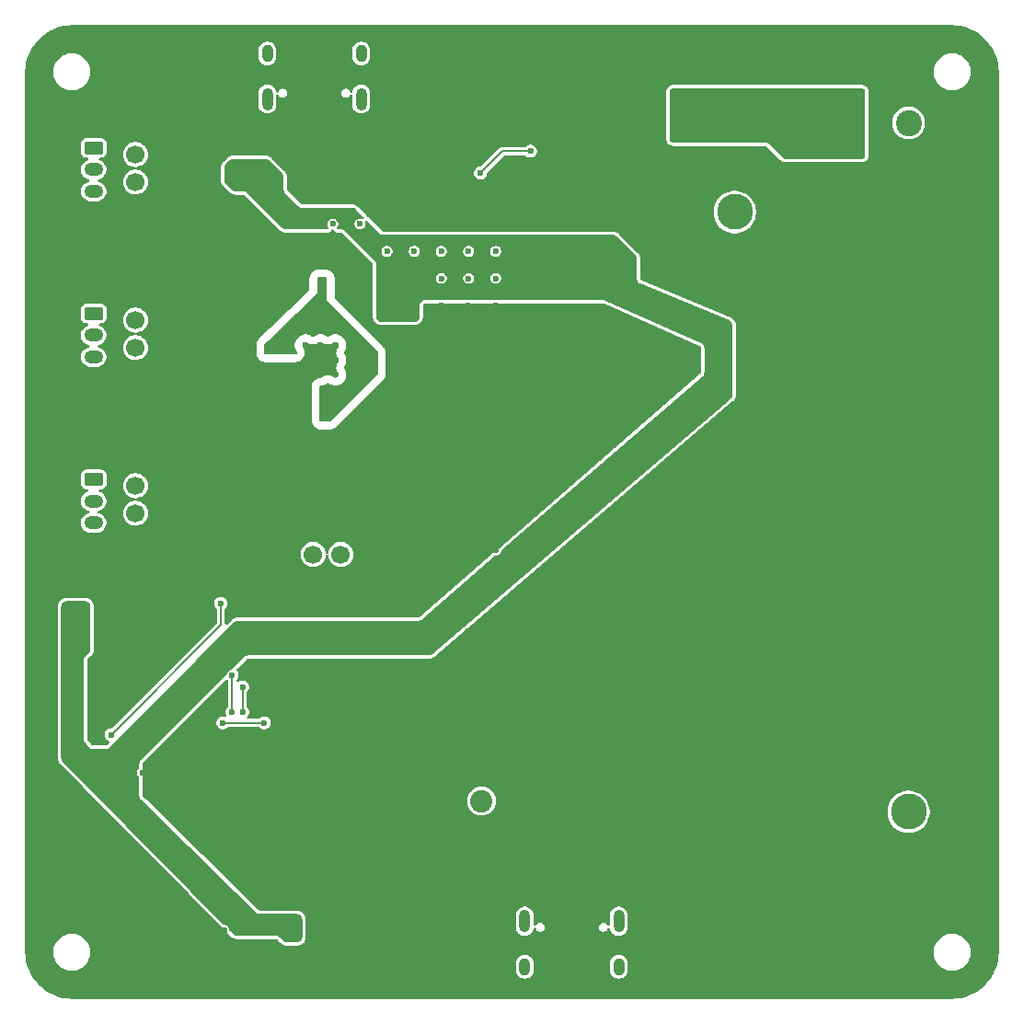
<source format=gbr>
%TF.GenerationSoftware,KiCad,Pcbnew,9.0.2*%
%TF.CreationDate,2025-12-08T13:49:20-08:00*%
%TF.ProjectId,BLV_PCB,424c565f-5043-4422-9e6b-696361645f70,rev?*%
%TF.SameCoordinates,Original*%
%TF.FileFunction,Copper,L4,Bot*%
%TF.FilePolarity,Positive*%
%FSLAX46Y46*%
G04 Gerber Fmt 4.6, Leading zero omitted, Abs format (unit mm)*
G04 Created by KiCad (PCBNEW 9.0.2) date 2025-12-08 13:49:20*
%MOMM*%
%LPD*%
G01*
G04 APERTURE LIST*
G04 Aperture macros list*
%AMRoundRect*
0 Rectangle with rounded corners*
0 $1 Rounding radius*
0 $2 $3 $4 $5 $6 $7 $8 $9 X,Y pos of 4 corners*
0 Add a 4 corners polygon primitive as box body*
4,1,4,$2,$3,$4,$5,$6,$7,$8,$9,$2,$3,0*
0 Add four circle primitives for the rounded corners*
1,1,$1+$1,$2,$3*
1,1,$1+$1,$4,$5*
1,1,$1+$1,$6,$7*
1,1,$1+$1,$8,$9*
0 Add four rect primitives between the rounded corners*
20,1,$1+$1,$2,$3,$4,$5,0*
20,1,$1+$1,$4,$5,$6,$7,0*
20,1,$1+$1,$6,$7,$8,$9,0*
20,1,$1+$1,$8,$9,$2,$3,0*%
G04 Aperture macros list end*
%TA.AperFunction,ComponentPad*%
%ADD10RoundRect,0.250000X-0.625000X0.350000X-0.625000X-0.350000X0.625000X-0.350000X0.625000X0.350000X0*%
%TD*%
%TA.AperFunction,ComponentPad*%
%ADD11O,1.750000X1.200000*%
%TD*%
%TA.AperFunction,ComponentPad*%
%ADD12R,1.700000X1.700000*%
%TD*%
%TA.AperFunction,ComponentPad*%
%ADD13C,1.700000*%
%TD*%
%TA.AperFunction,HeatsinkPad*%
%ADD14O,1.000000X2.100000*%
%TD*%
%TA.AperFunction,HeatsinkPad*%
%ADD15O,1.000000X1.600000*%
%TD*%
%TA.AperFunction,ComponentPad*%
%ADD16C,3.300000*%
%TD*%
%TA.AperFunction,ComponentPad*%
%ADD17C,2.400000*%
%TD*%
%TA.AperFunction,ComponentPad*%
%ADD18O,3.500000X2.500000*%
%TD*%
%TA.AperFunction,ComponentPad*%
%ADD19C,2.050000*%
%TD*%
%TA.AperFunction,ComponentPad*%
%ADD20C,2.250000*%
%TD*%
%TA.AperFunction,ViaPad*%
%ADD21C,0.700000*%
%TD*%
%TA.AperFunction,ViaPad*%
%ADD22C,0.600000*%
%TD*%
%TA.AperFunction,Conductor*%
%ADD23C,0.150000*%
%TD*%
%TA.AperFunction,Conductor*%
%ADD24C,0.200000*%
%TD*%
G04 APERTURE END LIST*
D10*
%TO.P,J3,1,Pin_1*%
%TO.N,/Cube2_UART_TX*%
X136500000Y-82000000D03*
D11*
%TO.P,J3,2,Pin_2*%
%TO.N,/Cube2_UART_RX*%
X136500000Y-84000000D03*
%TO.P,J3,3,Pin_3*%
%TO.N,unconnected-(J3-Pin_3-Pad3)*%
X136500000Y-86000000D03*
%TO.P,J3,4,Pin_4*%
%TO.N,GND*%
X136500000Y-88000000D03*
%TD*%
D10*
%TO.P,J2,1,Pin_1*%
%TO.N,/Cube1_UART_TX*%
X136500000Y-66740000D03*
D11*
%TO.P,J2,2,Pin_2*%
%TO.N,/Cube1_UART_RX*%
X136500000Y-68740000D03*
%TO.P,J2,3,Pin_3*%
%TO.N,unconnected-(J2-Pin_3-Pad3)*%
X136500000Y-70740000D03*
%TO.P,J2,4,Pin_4*%
%TO.N,GND*%
X136500000Y-72740000D03*
%TD*%
D12*
%TO.P,J6,1,Pin_1*%
%TO.N,GND*%
X140350000Y-87660000D03*
D13*
%TO.P,J6,2,Pin_2*%
%TO.N,/Cube2_UART_RX*%
X140350000Y-85120000D03*
%TO.P,J6,3,Pin_3*%
%TO.N,/Cube2_UART_TX*%
X140350000Y-82580000D03*
%TD*%
D14*
%TO.P,J10,S1,SHIELD*%
%TO.N,unconnected-(J10-SHIELD-PadS1)_1*%
X176180000Y-122670000D03*
D15*
%TO.N,unconnected-(J10-SHIELD-PadS1)_3*%
X176180000Y-126850000D03*
D14*
%TO.N,unconnected-(J10-SHIELD-PadS1)_2*%
X184820000Y-122670000D03*
D15*
%TO.N,unconnected-(J10-SHIELD-PadS1)*%
X184820000Y-126850000D03*
%TD*%
D16*
%TO.P,U4,*%
%TO.N,*%
X211500000Y-112600000D03*
X195500000Y-57400000D03*
D17*
X211500000Y-49200000D03*
D18*
%TO.P,U4,1,1*%
%TO.N,GND*%
X203500000Y-120720000D03*
%TO.P,U4,2,2*%
%TO.N,+BATT*%
X203500000Y-49280000D03*
%TD*%
D12*
%TO.P,J5,1,Pin_1*%
%TO.N,GND*%
X140350000Y-72420000D03*
D13*
%TO.P,J5,2,Pin_2*%
%TO.N,/Cube1_UART_RX*%
X140350000Y-69880000D03*
%TO.P,J5,3,Pin_3*%
%TO.N,/Cube1_UART_TX*%
X140350000Y-67340000D03*
%TD*%
D14*
%TO.P,J8,S1,SHIELD*%
%TO.N,unconnected-(J8-SHIELD-PadS1)*%
X161120000Y-46990000D03*
D15*
%TO.N,unconnected-(J8-SHIELD-PadS1)_3*%
X161120000Y-42810000D03*
D14*
%TO.N,unconnected-(J8-SHIELD-PadS1)_1*%
X152480000Y-46990000D03*
D15*
%TO.N,unconnected-(J8-SHIELD-PadS1)_2*%
X152480000Y-42810000D03*
%TD*%
D12*
%TO.P,J7,1,Pin_1*%
%TO.N,GND*%
X154160000Y-88900000D03*
D13*
%TO.P,J7,2,Pin_2*%
%TO.N,/MCU/SWCLK*%
X156700000Y-88900000D03*
%TO.P,J7,3,Pin_3*%
%TO.N,/MCU/SWD*%
X159240000Y-88900000D03*
%TD*%
D12*
%TO.P,J4,1,Pin_1*%
%TO.N,GND*%
X140350000Y-57180000D03*
D13*
%TO.P,J4,2,Pin_2*%
%TO.N,/Cube0_UART_RX*%
X140350000Y-54640000D03*
%TO.P,J4,3,Pin_3*%
%TO.N,/Cube0_UART_TX*%
X140350000Y-52100000D03*
%TD*%
D10*
%TO.P,J1,1,Pin_1*%
%TO.N,/Cube0_UART_TX*%
X136500000Y-51500000D03*
D11*
%TO.P,J1,2,Pin_2*%
%TO.N,/Cube0_UART_RX*%
X136500000Y-53500000D03*
%TO.P,J1,3,Pin_3*%
%TO.N,unconnected-(J1-Pin_3-Pad3)*%
X136500000Y-55500000D03*
%TO.P,J1,4,Pin_4*%
%TO.N,GND*%
X136500000Y-57500000D03*
%TD*%
D19*
%TO.P,J12,1,In*%
%TO.N,/GNSS & MicroSD/GNSS_ANT*%
X172200000Y-111600000D03*
D20*
%TO.P,J12,2,Ext*%
%TO.N,GND*%
X169660000Y-109060000D03*
X169660000Y-114140000D03*
X174740000Y-109060000D03*
X174740000Y-114140000D03*
%TD*%
D21*
%TO.N,+3V3*%
X155200000Y-124100000D03*
D22*
X135100000Y-98400000D03*
X182000000Y-64500000D03*
D21*
X150000000Y-54800000D03*
D22*
X134100000Y-103600000D03*
D21*
X165493670Y-66482022D03*
D22*
X134100000Y-99700000D03*
D21*
X151500000Y-54800000D03*
D22*
X134100000Y-98400000D03*
D21*
X153000000Y-56300000D03*
D22*
X180000000Y-62500000D03*
X178000000Y-60400000D03*
X135600000Y-93700000D03*
X184000000Y-62500000D03*
D21*
X150000000Y-122500000D03*
D22*
X182000000Y-60400000D03*
D21*
X153000000Y-54800000D03*
D22*
X172500000Y-60500000D03*
X134100000Y-102300000D03*
X134000000Y-105000000D03*
X184000000Y-64500000D03*
D21*
X150000000Y-53300000D03*
D22*
X180000000Y-64500000D03*
D21*
X155200000Y-122500000D03*
X154400000Y-123300000D03*
D22*
X135100000Y-99700000D03*
D21*
X165500000Y-64500000D03*
X154400000Y-124100000D03*
X155200000Y-123300000D03*
D22*
X135100000Y-101000000D03*
X178000000Y-62500000D03*
D21*
X151500000Y-53300000D03*
D22*
X178000000Y-64500000D03*
X135100000Y-103600000D03*
X135100000Y-102300000D03*
D21*
X154400000Y-122500000D03*
X165500000Y-62500000D03*
D22*
X180000000Y-60400000D03*
X182000000Y-62500000D03*
X135600000Y-97300000D03*
D21*
X163500000Y-66500000D03*
X163500000Y-64500000D03*
D22*
X135600000Y-96000000D03*
X135000000Y-105000000D03*
D21*
X163500000Y-62500000D03*
D22*
X134100000Y-101000000D03*
%TO.N,+1V1*%
X162175000Y-70600000D03*
X157475000Y-64440000D03*
X157768413Y-76206587D03*
X152675000Y-70000000D03*
X157475000Y-63600000D03*
%TO.N,+BATT*%
X201000000Y-51500000D03*
X206000000Y-49000000D03*
X206000000Y-47000000D03*
X196000000Y-47500000D03*
X206000000Y-51500000D03*
X203500000Y-47000000D03*
X198500000Y-47500000D03*
X203500000Y-51500000D03*
X196000000Y-49500000D03*
X201000000Y-47000000D03*
X191000000Y-49500000D03*
X193500000Y-49500000D03*
X198500000Y-49500000D03*
X201000000Y-49000000D03*
X191000000Y-47500000D03*
X193500000Y-47500000D03*
%TO.N,GND*%
X196000000Y-53500000D03*
X133500000Y-112000000D03*
X131000000Y-71000000D03*
X141000000Y-41000000D03*
X186000000Y-98500000D03*
X206000000Y-86000000D03*
X203500000Y-86000000D03*
X173500000Y-106000000D03*
X188500000Y-58500000D03*
X216000000Y-86000000D03*
X193500000Y-66000000D03*
X156000000Y-101000000D03*
X186000000Y-101000000D03*
X208500000Y-98500000D03*
X211000000Y-53500000D03*
X193500000Y-61000000D03*
X138400000Y-52500000D03*
X142700000Y-81000000D03*
X188500000Y-103500000D03*
X168500000Y-128500000D03*
X163500000Y-56000000D03*
X131000000Y-61000000D03*
X191000000Y-126000000D03*
X206000000Y-113500000D03*
X141000000Y-46000000D03*
X206000000Y-78500000D03*
X211000000Y-128500000D03*
X208500000Y-111000000D03*
X158500000Y-128500000D03*
X201000000Y-41500000D03*
X198500000Y-44000000D03*
X158500000Y-94000000D03*
X206000000Y-56000000D03*
X146000000Y-123500000D03*
X216000000Y-61000000D03*
X193500000Y-108500000D03*
X198500000Y-83500000D03*
X213500000Y-63500000D03*
D21*
X151200000Y-111800000D03*
D22*
X201000000Y-101000000D03*
X142700000Y-78500000D03*
X213500000Y-121000000D03*
X211000000Y-47000000D03*
X179900000Y-119400000D03*
X183500000Y-86000000D03*
X162000000Y-111000000D03*
X216000000Y-106000000D03*
X138500000Y-128500000D03*
X176000000Y-93500000D03*
X164775000Y-70400000D03*
X156000000Y-126000000D03*
D21*
X161175000Y-64740000D03*
D22*
X183500000Y-91000000D03*
X188500000Y-108500000D03*
X201000000Y-103500000D03*
X208500000Y-53500000D03*
X173500000Y-43500000D03*
X158750000Y-69650000D03*
X188500000Y-113500000D03*
X141000000Y-43500000D03*
X188500000Y-41500000D03*
X151000000Y-43500000D03*
X143500000Y-48500000D03*
X206000000Y-111000000D03*
X208500000Y-71000000D03*
X183500000Y-98500000D03*
X206000000Y-103500000D03*
X181000000Y-101000000D03*
X201000000Y-83500000D03*
X173500000Y-103500000D03*
X176000000Y-103500000D03*
X191000000Y-123500000D03*
X176000000Y-41000000D03*
X208500000Y-66000000D03*
X188500000Y-56000000D03*
D21*
X147200000Y-63300000D03*
D22*
X206000000Y-106000000D03*
X181000000Y-96000000D03*
X188500000Y-123500000D03*
X188500000Y-128500000D03*
X161000000Y-128500000D03*
X183500000Y-96000000D03*
X196000000Y-71000000D03*
X203500000Y-113500000D03*
X178500000Y-103500000D03*
X171000000Y-81000000D03*
X138500000Y-41000000D03*
X181000000Y-78500000D03*
X208500000Y-116000000D03*
X133500000Y-88500000D03*
X171000000Y-86000000D03*
X173500000Y-78500000D03*
X213500000Y-111000000D03*
X193500000Y-106000000D03*
X156000000Y-108500000D03*
X183500000Y-101000000D03*
X211000000Y-93500000D03*
X131000000Y-81000000D03*
X168500000Y-41000000D03*
X186000000Y-83500000D03*
X206000000Y-58500000D03*
X141000000Y-93500000D03*
X167000000Y-114000000D03*
X206000000Y-96000000D03*
X149900000Y-70000000D03*
X178500000Y-101000000D03*
X151000000Y-126000000D03*
X186000000Y-44000000D03*
X198500000Y-98500000D03*
X133500000Y-86000000D03*
X216000000Y-71000000D03*
X161000000Y-99000000D03*
X133500000Y-73500000D03*
X186000000Y-103500000D03*
X208500000Y-41500000D03*
X211000000Y-96000000D03*
X193500000Y-41500000D03*
X211000000Y-121000000D03*
X198500000Y-126000000D03*
X206000000Y-93500000D03*
X216000000Y-91000000D03*
X166000000Y-43500000D03*
X148500000Y-128500000D03*
X168500000Y-106000000D03*
X181000000Y-98500000D03*
X181350905Y-118249095D03*
X208500000Y-73500000D03*
X196000000Y-103500000D03*
X178500000Y-96000000D03*
X203500000Y-53500000D03*
X201000000Y-108500000D03*
X201000000Y-78500000D03*
X188500000Y-121000000D03*
X213500000Y-96000000D03*
X139000000Y-78500000D03*
X211000000Y-41500000D03*
X193500000Y-126000000D03*
X188500000Y-53500000D03*
X191000000Y-63500000D03*
X203500000Y-41500000D03*
X178500000Y-128500000D03*
X131000000Y-103500000D03*
X173500000Y-63500000D03*
D21*
X149200000Y-61000000D03*
D22*
X168500000Y-123500000D03*
X156000000Y-106000000D03*
X161000000Y-126000000D03*
X136000000Y-63500000D03*
X206000000Y-41500000D03*
X146000000Y-78500000D03*
X196000000Y-116000000D03*
X131000000Y-66000000D03*
X183500000Y-93500000D03*
X159500000Y-121000000D03*
X203500000Y-68500000D03*
X206000000Y-91000000D03*
X173500000Y-51000000D03*
X161000000Y-56000000D03*
X159500000Y-116000000D03*
D21*
X147200000Y-61000000D03*
D22*
X143500000Y-41000000D03*
D21*
X160000000Y-86000000D03*
D22*
X216000000Y-101000000D03*
X146000000Y-76000000D03*
X203500000Y-63500000D03*
X178500000Y-76000000D03*
X168500000Y-58500000D03*
X176000000Y-73500000D03*
X211000000Y-106000000D03*
X186000000Y-73500000D03*
D21*
X154000000Y-78500000D03*
D22*
X201000000Y-116000000D03*
X183500000Y-116000000D03*
D21*
X153500000Y-84000000D03*
D22*
X203500000Y-106000000D03*
X211000000Y-66000000D03*
X131000000Y-76000000D03*
X162000000Y-116000000D03*
X198500000Y-108500000D03*
X171000000Y-78500000D03*
X133500000Y-78500000D03*
X158500000Y-58500000D03*
X203500000Y-58500000D03*
X206000000Y-68500000D03*
X211000000Y-44000000D03*
X156000000Y-43500000D03*
X216000000Y-76000000D03*
X131000000Y-48500000D03*
X198500000Y-116000000D03*
D21*
X149200000Y-59000000D03*
D22*
X216000000Y-111000000D03*
X138500000Y-43500000D03*
X178500000Y-126000000D03*
X168500000Y-63500000D03*
X216000000Y-88500000D03*
X203500000Y-44000000D03*
X196000000Y-44000000D03*
X156000000Y-99000000D03*
X216000000Y-96000000D03*
X213500000Y-86000000D03*
X166000000Y-93500000D03*
X211000000Y-73500000D03*
X161000000Y-106000000D03*
X201000000Y-63500000D03*
X151000000Y-128500000D03*
X183500000Y-108500000D03*
X131000000Y-91000000D03*
X178500000Y-44000000D03*
X133500000Y-51000000D03*
X143500000Y-51000000D03*
X167000000Y-109000000D03*
X206000000Y-108500000D03*
X181000000Y-93500000D03*
X153500000Y-99000000D03*
X153500000Y-103500000D03*
X176000000Y-78500000D03*
X163500000Y-93500000D03*
X166000000Y-53500000D03*
X206000000Y-76000000D03*
X183500000Y-41500000D03*
X203500000Y-103500000D03*
X208500000Y-44000000D03*
X159500000Y-111000000D03*
X175000000Y-111500000D03*
X186000000Y-86000000D03*
X168500000Y-66000000D03*
X181000000Y-88500000D03*
X198500000Y-68500000D03*
X183500000Y-78500000D03*
X171000000Y-61000000D03*
X208500000Y-81000000D03*
X198500000Y-73500000D03*
X176000000Y-101000000D03*
X198500000Y-53500000D03*
D21*
X153500000Y-80000000D03*
D22*
X143500000Y-43500000D03*
X181000000Y-81000000D03*
X176000000Y-43500000D03*
X166000000Y-48500000D03*
X146000000Y-81000000D03*
X168500000Y-53500000D03*
X176000000Y-81000000D03*
X198500000Y-93500000D03*
X176000000Y-71000000D03*
X213500000Y-113500000D03*
X159500000Y-113500000D03*
X201000000Y-106000000D03*
X196000000Y-113500000D03*
X208500000Y-128500000D03*
X211000000Y-88500000D03*
X186000000Y-53500000D03*
X206000000Y-116000000D03*
X171000000Y-41000000D03*
X163500000Y-48500000D03*
X208500000Y-96000000D03*
X211000000Y-103500000D03*
X176000000Y-96000000D03*
X178500000Y-111000000D03*
X213500000Y-66000000D03*
X171000000Y-96000000D03*
X206000000Y-126000000D03*
X213500000Y-78500000D03*
D21*
X158000000Y-86000000D03*
D22*
X186000000Y-91000000D03*
X216000000Y-48500000D03*
X178500000Y-78500000D03*
X166000000Y-61000000D03*
X188500000Y-86000000D03*
X148500000Y-101500000D03*
X206000000Y-73500000D03*
X211000000Y-91000000D03*
X166000000Y-56000000D03*
X196000000Y-61000000D03*
D21*
X149000000Y-64900000D03*
D22*
X131000000Y-96000000D03*
X196000000Y-73500000D03*
X153500000Y-41000000D03*
X191000000Y-128500000D03*
X131000000Y-83500000D03*
X216000000Y-83500000D03*
X201000000Y-98500000D03*
X213500000Y-58500000D03*
X208500000Y-88500000D03*
X196000000Y-126000000D03*
X186000000Y-93500000D03*
X186000000Y-56000000D03*
X161000000Y-91500000D03*
X163500000Y-91000000D03*
X157000000Y-111000000D03*
X173500000Y-76000000D03*
X196000000Y-68500000D03*
X141000000Y-48500000D03*
X208500000Y-93500000D03*
X146000000Y-112000000D03*
X191000000Y-103500000D03*
X196000000Y-108500000D03*
X188500000Y-98500000D03*
X153500000Y-91500000D03*
X138500000Y-123500000D03*
X213500000Y-118500000D03*
X131000000Y-73500000D03*
X131000000Y-63500000D03*
X146000000Y-93500000D03*
X196000000Y-101000000D03*
D21*
X149200000Y-57000000D03*
D22*
X201000000Y-93500000D03*
X216000000Y-78500000D03*
X216000000Y-66000000D03*
X208500000Y-101000000D03*
X159500000Y-118500000D03*
X166000000Y-128500000D03*
X208500000Y-113500000D03*
X181000000Y-128500000D03*
X201000000Y-44000000D03*
X193500000Y-63500000D03*
X146000000Y-96000000D03*
X151000000Y-46000000D03*
X211000000Y-51000000D03*
X196000000Y-123500000D03*
X198500000Y-96000000D03*
X168500000Y-68500000D03*
X206000000Y-44000000D03*
X213500000Y-81000000D03*
X161000000Y-101000000D03*
X216000000Y-53500000D03*
X183500000Y-103500000D03*
X178500000Y-71000000D03*
X211000000Y-98500000D03*
X196000000Y-81000000D03*
X181000000Y-126000000D03*
D21*
X147200000Y-59000000D03*
D22*
X211000000Y-71000000D03*
X193500000Y-83500000D03*
X166000000Y-126000000D03*
X188500000Y-96000000D03*
X158500000Y-91500000D03*
X201000000Y-58500000D03*
X156000000Y-71000000D03*
X198500000Y-118500000D03*
X216000000Y-121000000D03*
D21*
X151000000Y-64900000D03*
D22*
X216000000Y-56000000D03*
X208500000Y-76000000D03*
X211000000Y-76000000D03*
X216000000Y-58500000D03*
X147000000Y-45300000D03*
X208500000Y-103500000D03*
X146000000Y-88500000D03*
X181000000Y-108500000D03*
X186000000Y-41500000D03*
X161000000Y-51000000D03*
X131000000Y-86000000D03*
X203500000Y-98500000D03*
X216000000Y-93500000D03*
X143500000Y-128500000D03*
X133500000Y-81000000D03*
X193500000Y-91000000D03*
X196000000Y-88500000D03*
X163100000Y-75800000D03*
X196000000Y-121000000D03*
X158500000Y-108500000D03*
X133500000Y-48500000D03*
X168500000Y-43500000D03*
X186000000Y-126000000D03*
X213500000Y-103500000D03*
X206000000Y-88500000D03*
X166000000Y-91000000D03*
X138400000Y-54700000D03*
X193500000Y-81000000D03*
X157000000Y-123500000D03*
X188500000Y-116000000D03*
X201000000Y-56000000D03*
X169000000Y-91000000D03*
X131000000Y-51000000D03*
X161000000Y-103500000D03*
X206000000Y-53500000D03*
X198500000Y-58500000D03*
X208500000Y-121000000D03*
X193500000Y-128500000D03*
X193500000Y-123500000D03*
X163500000Y-108500000D03*
X216000000Y-108500000D03*
X203500000Y-108500000D03*
X201000000Y-123500000D03*
X206000000Y-61000000D03*
X203500000Y-56000000D03*
X171000000Y-71000000D03*
X191000000Y-44000000D03*
X198500000Y-101000000D03*
X156000000Y-41000000D03*
X162000000Y-121000000D03*
X206000000Y-101000000D03*
X196000000Y-78500000D03*
X213500000Y-51000000D03*
X191000000Y-58500000D03*
X203500000Y-96000000D03*
X201000000Y-81000000D03*
X156000000Y-72350000D03*
X203500000Y-76000000D03*
X193500000Y-101000000D03*
X169500000Y-117000000D03*
X140200000Y-60800000D03*
X208500000Y-78500000D03*
X193500000Y-56000000D03*
X198500000Y-123500000D03*
X173500000Y-98500000D03*
X158500000Y-103500000D03*
X183500000Y-128500000D03*
X153500000Y-51000000D03*
X208500000Y-91000000D03*
X162000000Y-118500000D03*
X191000000Y-116000000D03*
X198500000Y-41500000D03*
X138500000Y-103500000D03*
X157000000Y-121000000D03*
X198500000Y-61000000D03*
X173500000Y-61000000D03*
X131000000Y-111000000D03*
X156000000Y-128500000D03*
X206000000Y-81000000D03*
X163500000Y-126000000D03*
X188500000Y-106000000D03*
X201000000Y-53500000D03*
D21*
X151200000Y-107200000D03*
D22*
X143500000Y-126000000D03*
X198500000Y-86000000D03*
X188500000Y-93500000D03*
D21*
X147200000Y-57000000D03*
D22*
X188500000Y-91000000D03*
X153500000Y-94000000D03*
X186000000Y-128500000D03*
D21*
X161175000Y-63940000D03*
D22*
X163500000Y-101000000D03*
X211000000Y-126000000D03*
X178500000Y-73500000D03*
X198500000Y-71000000D03*
X211000000Y-58500000D03*
X146000000Y-91000000D03*
X163500000Y-53500000D03*
X176000000Y-106000000D03*
X208500000Y-58500000D03*
X196000000Y-111000000D03*
X181000000Y-53500000D03*
X203500000Y-91000000D03*
X198500000Y-88500000D03*
X176000000Y-83500000D03*
X213500000Y-116000000D03*
X141000000Y-123500000D03*
X163500000Y-51000000D03*
X216000000Y-118500000D03*
X138500000Y-98500000D03*
X208500000Y-83500000D03*
X188500000Y-63500000D03*
X173500000Y-71000000D03*
X162000000Y-113500000D03*
X198500000Y-56000000D03*
X151000000Y-48500000D03*
X143500000Y-46000000D03*
X173500000Y-48500000D03*
X206000000Y-118500000D03*
X175000000Y-117000000D03*
X179000000Y-53500000D03*
X203500000Y-123500000D03*
X203500000Y-101000000D03*
X176000000Y-128500000D03*
X158500000Y-101000000D03*
X143500000Y-109000000D03*
X133500000Y-56000000D03*
X206000000Y-128500000D03*
X198500000Y-78500000D03*
X178500000Y-98500000D03*
X154700000Y-60900000D03*
X213500000Y-101000000D03*
X213500000Y-56000000D03*
D21*
X151200000Y-115200000D03*
D22*
X173500000Y-81000000D03*
X196000000Y-128500000D03*
X163500000Y-128500000D03*
X171000000Y-66000000D03*
X203500000Y-93500000D03*
X203500000Y-61000000D03*
X150600000Y-67800000D03*
X163500000Y-41000000D03*
X206000000Y-121000000D03*
X188500000Y-73500000D03*
X196000000Y-63500000D03*
X164775000Y-68600000D03*
X176000000Y-98500000D03*
X138500000Y-48500000D03*
X178500000Y-91000000D03*
X193500000Y-103500000D03*
D21*
X149200000Y-63300000D03*
D22*
X155000000Y-53500000D03*
X211000000Y-101000000D03*
X161875000Y-66890000D03*
X137000000Y-75000000D03*
X211000000Y-61000000D03*
X193500000Y-113500000D03*
X188500000Y-118500000D03*
X208500000Y-106000000D03*
X188500000Y-88500000D03*
X216000000Y-113500000D03*
X211000000Y-78500000D03*
D21*
X152800000Y-116600000D03*
D22*
X191000000Y-106000000D03*
X211000000Y-83500000D03*
X153500000Y-128500000D03*
X203500000Y-81000000D03*
X178500000Y-113500000D03*
X138500000Y-96000000D03*
X198500000Y-121000000D03*
X178500000Y-81000000D03*
X196000000Y-98500000D03*
X158800000Y-78800000D03*
X173500000Y-88500000D03*
X186000000Y-71000000D03*
X188500000Y-83500000D03*
X201000000Y-96000000D03*
X159500000Y-123500000D03*
X131000000Y-58500000D03*
X158500000Y-41000000D03*
X166000000Y-58500000D03*
X153500000Y-43500000D03*
X131000000Y-93500000D03*
X172100000Y-108900000D03*
X201000000Y-86000000D03*
X193500000Y-86000000D03*
X164775000Y-71400000D03*
X158500000Y-106000000D03*
X148500000Y-126000000D03*
X201000000Y-61000000D03*
X143500000Y-112000000D03*
X181000000Y-91000000D03*
X168500000Y-103500000D03*
X198500000Y-91000000D03*
X158750000Y-72350000D03*
X131000000Y-78500000D03*
D21*
X152800000Y-108600000D03*
D22*
X181000000Y-41500000D03*
X161000000Y-58500000D03*
X211000000Y-68500000D03*
X193500000Y-44000000D03*
X193500000Y-121000000D03*
X143500000Y-88500000D03*
X211000000Y-81000000D03*
X208500000Y-49000000D03*
X216000000Y-98500000D03*
X191000000Y-118500000D03*
X133500000Y-53500000D03*
X213500000Y-91000000D03*
X213500000Y-76000000D03*
X196000000Y-76000000D03*
X148500000Y-41000000D03*
X173500000Y-121000000D03*
X173500000Y-83500000D03*
X193500000Y-53500000D03*
X213500000Y-106000000D03*
X198500000Y-106000000D03*
X178500000Y-116000000D03*
X196000000Y-96000000D03*
X181000000Y-106000000D03*
X208500000Y-118500000D03*
X166000000Y-41000000D03*
X181000000Y-73500000D03*
X208500000Y-68500000D03*
X140000000Y-65000000D03*
X198500000Y-103500000D03*
X208500000Y-61000000D03*
X186000000Y-106000000D03*
X178500000Y-83500000D03*
X163500000Y-43500000D03*
X196000000Y-86000000D03*
X216000000Y-116000000D03*
X188500000Y-111000000D03*
X208500000Y-47000000D03*
X171000000Y-88500000D03*
X148500000Y-43500000D03*
X213500000Y-93500000D03*
X216000000Y-68500000D03*
X198500000Y-111000000D03*
X138500000Y-46000000D03*
X157375000Y-71000000D03*
X174500000Y-57100000D03*
X191000000Y-41500000D03*
X173500000Y-73500000D03*
X156000000Y-69650000D03*
X193500000Y-116000000D03*
X143000000Y-58000000D03*
X178500000Y-93500000D03*
D21*
X160000000Y-84000000D03*
D22*
X203500000Y-66000000D03*
X133500000Y-83500000D03*
X163500000Y-58500000D03*
X201000000Y-71000000D03*
X198500000Y-128500000D03*
X146000000Y-83500000D03*
X203500000Y-111000000D03*
X201000000Y-73500000D03*
X143500000Y-91000000D03*
X146000000Y-86000000D03*
X131000000Y-98500000D03*
X146000000Y-128500000D03*
X211000000Y-116000000D03*
X193500000Y-93500000D03*
X188500000Y-71000000D03*
X166000000Y-51000000D03*
X158500000Y-53500000D03*
X186000000Y-123500000D03*
X208500000Y-51000000D03*
X136500000Y-78500000D03*
X183500000Y-126000000D03*
X131000000Y-108500000D03*
X171000000Y-51000000D03*
X193500000Y-58500000D03*
X153500000Y-126000000D03*
X213500000Y-73500000D03*
X171000000Y-76000000D03*
X201000000Y-91000000D03*
X171000000Y-103500000D03*
X203500000Y-88500000D03*
D21*
X153500000Y-82000000D03*
D22*
X198500000Y-66000000D03*
X146000000Y-41000000D03*
X157000000Y-116000000D03*
X171000000Y-98500000D03*
X206000000Y-63500000D03*
X208500000Y-108500000D03*
X206000000Y-66000000D03*
X143500000Y-93500000D03*
X163500000Y-88500000D03*
X131000000Y-53500000D03*
X175500000Y-57100000D03*
X173500000Y-86000000D03*
X191000000Y-111000000D03*
X211000000Y-86000000D03*
X171000000Y-48500000D03*
X201000000Y-68500000D03*
X156000000Y-103500000D03*
X181000000Y-71000000D03*
D21*
X160000000Y-82000000D03*
D22*
X161000000Y-41000000D03*
X155575000Y-78300000D03*
X181000000Y-44000000D03*
X198500000Y-81000000D03*
D21*
X154000000Y-86000000D03*
D22*
X186000000Y-96000000D03*
X168500000Y-126000000D03*
X171000000Y-101000000D03*
X131000000Y-68500000D03*
X178500000Y-106000000D03*
X216000000Y-73500000D03*
X181000000Y-103500000D03*
X151000000Y-41000000D03*
X146000000Y-43500000D03*
X216000000Y-51000000D03*
X193500000Y-118500000D03*
X131000000Y-88500000D03*
X203500000Y-128500000D03*
X158500000Y-126000000D03*
X188500000Y-61000000D03*
X211000000Y-63500000D03*
X133500000Y-68500000D03*
X136000000Y-112000000D03*
X193500000Y-96000000D03*
X139500000Y-75000000D03*
X206000000Y-71000000D03*
X191000000Y-108500000D03*
X203500000Y-116000000D03*
X184000000Y-118500000D03*
X201000000Y-126000000D03*
X171000000Y-43500000D03*
X183500000Y-106000000D03*
X141000000Y-101000000D03*
X143500000Y-98500000D03*
X141000000Y-128500000D03*
X176000000Y-86000000D03*
X203500000Y-78500000D03*
X216000000Y-103500000D03*
X163500000Y-99000000D03*
X178500000Y-108500000D03*
X168500000Y-51000000D03*
X213500000Y-98500000D03*
X173500000Y-123500000D03*
X196000000Y-66000000D03*
X216000000Y-63500000D03*
D21*
X151200000Y-113400000D03*
D22*
X173500000Y-101000000D03*
X211000000Y-108500000D03*
X146000000Y-109000000D03*
X198500000Y-113500000D03*
X175000000Y-57900000D03*
X193500000Y-98500000D03*
X203500000Y-126000000D03*
X157375000Y-69650000D03*
X201000000Y-121000000D03*
X158750000Y-71000000D03*
X168500000Y-48500000D03*
X151000000Y-51000000D03*
X196000000Y-106000000D03*
X133500000Y-71000000D03*
X168500000Y-61000000D03*
X213500000Y-61000000D03*
X201000000Y-113500000D03*
X183500000Y-53500000D03*
X181000000Y-76000000D03*
X201000000Y-66000000D03*
X157375000Y-72350000D03*
X138500000Y-101000000D03*
X173500000Y-96000000D03*
X141000000Y-91000000D03*
X171000000Y-121000000D03*
X183500000Y-71000000D03*
X146000000Y-126000000D03*
X171000000Y-73500000D03*
X141000000Y-126000000D03*
X211000000Y-123500000D03*
X157000000Y-118500000D03*
X186000000Y-58500000D03*
X161000000Y-53500000D03*
X193500000Y-88500000D03*
X203500000Y-118500000D03*
X143500000Y-107000000D03*
X201000000Y-111000000D03*
X143500000Y-123500000D03*
X138500000Y-126000000D03*
X191000000Y-56000000D03*
X173500000Y-66000000D03*
X201000000Y-88500000D03*
X186000000Y-116000000D03*
X148500000Y-123500000D03*
D21*
X160000000Y-80000000D03*
D22*
X206000000Y-98500000D03*
X146000000Y-106000000D03*
X171000000Y-68500000D03*
X171000000Y-63500000D03*
X171000000Y-123500000D03*
X158500000Y-56000000D03*
X201000000Y-118500000D03*
X172200000Y-114200000D03*
X203500000Y-71000000D03*
X186000000Y-88500000D03*
X213500000Y-108500000D03*
X183500000Y-44000000D03*
X211000000Y-56000000D03*
X208500000Y-123500000D03*
X188500000Y-101000000D03*
X181000000Y-116000000D03*
X213500000Y-71000000D03*
X188500000Y-126000000D03*
X133500000Y-63500000D03*
X186000000Y-108500000D03*
X208500000Y-63500000D03*
X198500000Y-76000000D03*
X176000000Y-76000000D03*
X131000000Y-101000000D03*
X186000000Y-118500000D03*
X191000000Y-113500000D03*
X141000000Y-98500000D03*
X153500000Y-101000000D03*
X168500000Y-56000000D03*
X206000000Y-123500000D03*
X213500000Y-83500000D03*
X193500000Y-111000000D03*
X186000000Y-121000000D03*
X213500000Y-53500000D03*
X208500000Y-126000000D03*
X188500000Y-44000000D03*
X137500000Y-65000000D03*
D21*
X151200000Y-110200000D03*
D22*
X191000000Y-121000000D03*
X178500000Y-41500000D03*
X162000000Y-123500000D03*
X183500000Y-88500000D03*
X148000000Y-75000000D03*
X150700000Y-72000000D03*
X213500000Y-68500000D03*
X171000000Y-83500000D03*
X211000000Y-118500000D03*
X201000000Y-76000000D03*
X173500000Y-41000000D03*
X157000000Y-113500000D03*
X158500000Y-43500000D03*
X206000000Y-83500000D03*
X141000000Y-109000000D03*
X163500000Y-61000000D03*
X131000000Y-56000000D03*
X203500000Y-83500000D03*
X171000000Y-106000000D03*
X191000000Y-61000000D03*
X133500000Y-58500000D03*
X208500000Y-86000000D03*
X201000000Y-128500000D03*
X216000000Y-81000000D03*
X203500000Y-73500000D03*
X208500000Y-56000000D03*
X196000000Y-118500000D03*
X175000000Y-56200000D03*
X196000000Y-93500000D03*
D21*
X156000000Y-86000000D03*
X151200000Y-108600000D03*
D22*
X193500000Y-78500000D03*
X196000000Y-91000000D03*
X161000000Y-108500000D03*
X198500000Y-63500000D03*
X196000000Y-83500000D03*
X191000000Y-53500000D03*
X131000000Y-106000000D03*
X133500000Y-66000000D03*
X196000000Y-41500000D03*
X213500000Y-88500000D03*
X143000000Y-59000000D03*
X156000000Y-94000000D03*
X140200000Y-59100000D03*
%TO.N,/GNSS & MicroSD/SPI_CS1*%
X138100000Y-105500000D03*
X148200000Y-93400000D03*
%TO.N,/GNSS & MicroSD/SPI_MOSI*%
X148400000Y-104400000D03*
X152200000Y-104400000D03*
%TO.N,/GNSS & MicroSD/SPI_MISO*%
X149250000Y-100000000D03*
X149250000Y-103400000D03*
%TO.N,/Power/Vin*%
X176700000Y-51800000D03*
X172100000Y-53800000D03*
%TO.N,/GNSS & MicroSD/SPI_CS0*%
X150200000Y-101100000D03*
X150200000Y-103400000D03*
%TD*%
D23*
%TO.N,/GNSS & MicroSD/SPI_CS1*%
X148200000Y-95400000D02*
X138100000Y-105500000D01*
X148200000Y-93400000D02*
X148200000Y-95400000D01*
%TO.N,/GNSS & MicroSD/SPI_MOSI*%
X148400000Y-104400000D02*
X152200000Y-104400000D01*
%TO.N,/GNSS & MicroSD/SPI_MISO*%
X149250000Y-100000000D02*
X149250000Y-103400000D01*
D24*
%TO.N,/Power/Vin*%
X176700000Y-51800000D02*
X174100000Y-51800000D01*
X174100000Y-51800000D02*
X172100000Y-53800000D01*
D23*
%TO.N,/GNSS & MicroSD/SPI_CS0*%
X150200000Y-103400000D02*
X150200000Y-101100000D01*
%TD*%
%TA.AperFunction,Conductor*%
%TO.N,+BATT*%
G36*
X207211971Y-46002381D02*
G01*
X207290618Y-46018024D01*
X207335308Y-46036535D01*
X207391626Y-46074166D01*
X207397519Y-46080059D01*
X207402251Y-46082119D01*
X207425832Y-46108371D01*
X207463462Y-46164688D01*
X207481976Y-46209387D01*
X207497617Y-46288019D01*
X207500000Y-46312210D01*
X207500000Y-52187789D01*
X207497617Y-52211980D01*
X207481976Y-52290612D01*
X207478786Y-52298313D01*
X207478694Y-52303473D01*
X207463462Y-52335311D01*
X207425836Y-52391623D01*
X207391623Y-52425836D01*
X207335311Y-52463462D01*
X207290612Y-52481976D01*
X207211980Y-52497617D01*
X207187789Y-52500000D01*
X200136475Y-52500000D01*
X200112284Y-52497617D01*
X200033651Y-52481976D01*
X199988951Y-52463461D01*
X199922285Y-52418916D01*
X199903495Y-52403495D01*
X198587871Y-51087870D01*
X198587863Y-51087864D01*
X198490542Y-51022836D01*
X198490538Y-51022834D01*
X198375740Y-51000000D01*
X198375736Y-51000000D01*
X189812211Y-51000000D01*
X189788020Y-50997617D01*
X189709387Y-50981976D01*
X189664689Y-50963462D01*
X189608373Y-50925833D01*
X189574166Y-50891626D01*
X189536535Y-50835308D01*
X189518024Y-50790618D01*
X189502381Y-50711971D01*
X189500000Y-50687789D01*
X189500000Y-46312210D01*
X189502381Y-46288029D01*
X189518025Y-46209379D01*
X189536534Y-46164693D01*
X189574168Y-46108370D01*
X189608370Y-46074168D01*
X189664693Y-46036534D01*
X189709379Y-46018025D01*
X189788028Y-46002381D01*
X189812211Y-46000000D01*
X207187789Y-46000000D01*
X207211971Y-46002381D01*
G37*
%TD.AperFunction*%
%TD*%
%TA.AperFunction,Conductor*%
%TO.N,+3V3*%
G36*
X152300952Y-52501061D02*
G01*
X152406116Y-52514906D01*
X152437383Y-52523284D01*
X152527808Y-52560739D01*
X152555842Y-52576924D01*
X152640003Y-52641503D01*
X152652198Y-52652198D01*
X153847801Y-53847801D01*
X153858496Y-53859996D01*
X153923075Y-53944157D01*
X153939260Y-53972191D01*
X153976715Y-54062616D01*
X153985093Y-54093882D01*
X153998939Y-54199046D01*
X154000000Y-54215232D01*
X154000000Y-55292886D01*
X154000001Y-55292902D01*
X154017036Y-55422301D01*
X154017038Y-55422306D01*
X154066984Y-55542888D01*
X154066987Y-55542893D01*
X154146445Y-55646445D01*
X154146451Y-55646452D01*
X155353547Y-56853548D01*
X155353553Y-56853553D01*
X155457107Y-56933013D01*
X155457109Y-56933013D01*
X155457111Y-56933015D01*
X155517402Y-56957988D01*
X155577697Y-56982963D01*
X155707107Y-57000000D01*
X160284767Y-57000000D01*
X160300952Y-57001061D01*
X160406116Y-57014906D01*
X160437383Y-57023284D01*
X160527808Y-57060739D01*
X160555842Y-57076924D01*
X160640003Y-57141503D01*
X160652198Y-57152198D01*
X161333518Y-57833519D01*
X161367003Y-57894842D01*
X161362019Y-57964534D01*
X161320147Y-58020467D01*
X161254683Y-58044884D01*
X161198387Y-58035762D01*
X161193189Y-58033609D01*
X161193186Y-58033608D01*
X161065892Y-57999500D01*
X160934108Y-57999500D01*
X160806812Y-58033608D01*
X160692686Y-58099500D01*
X160692683Y-58099502D01*
X160599502Y-58192683D01*
X160599500Y-58192686D01*
X160533608Y-58306812D01*
X160499500Y-58434108D01*
X160499500Y-58565891D01*
X160533608Y-58693187D01*
X160537253Y-58699500D01*
X160599500Y-58807314D01*
X160692686Y-58900500D01*
X160806814Y-58966392D01*
X160934108Y-59000500D01*
X160934110Y-59000500D01*
X161065890Y-59000500D01*
X161065892Y-59000500D01*
X161193186Y-58966392D01*
X161307314Y-58900500D01*
X161400500Y-58807314D01*
X161466392Y-58693186D01*
X161500500Y-58565892D01*
X161500500Y-58434108D01*
X161466392Y-58306814D01*
X161466387Y-58306806D01*
X161464238Y-58301616D01*
X161456769Y-58232147D01*
X161488043Y-58169667D01*
X161548132Y-58134014D01*
X161617957Y-58136507D01*
X161666480Y-58166481D01*
X162853547Y-59353548D01*
X162853553Y-59353553D01*
X162957107Y-59433013D01*
X162957109Y-59433013D01*
X162957111Y-59433015D01*
X163017402Y-59457988D01*
X163077697Y-59482963D01*
X163207107Y-59500000D01*
X184284767Y-59500000D01*
X184300952Y-59501061D01*
X184406116Y-59514906D01*
X184437383Y-59523284D01*
X184527808Y-59560739D01*
X184555842Y-59576924D01*
X184640003Y-59641503D01*
X184652198Y-59652198D01*
X186347801Y-61347801D01*
X186358496Y-61359996D01*
X186423075Y-61444157D01*
X186439260Y-61472191D01*
X186476715Y-61562616D01*
X186485093Y-61593882D01*
X186498939Y-61699046D01*
X186500000Y-61715232D01*
X186500000Y-63540210D01*
X186521600Y-63685578D01*
X186521600Y-63685580D01*
X186584534Y-63818394D01*
X186584536Y-63818396D01*
X186683369Y-63927174D01*
X186809559Y-64002517D01*
X194981970Y-67368993D01*
X194998305Y-67377178D01*
X195100810Y-67438380D01*
X195129019Y-67461461D01*
X195203074Y-67542967D01*
X195223354Y-67573255D01*
X195270509Y-67672770D01*
X195281106Y-67707642D01*
X195298653Y-67825728D01*
X195300000Y-67843954D01*
X195300000Y-74196396D01*
X195298718Y-74214181D01*
X195282007Y-74329489D01*
X195271910Y-74363593D01*
X195226933Y-74461213D01*
X195207570Y-74491047D01*
X195130780Y-74578674D01*
X195118095Y-74591203D01*
X167648664Y-98072917D01*
X167630828Y-98085621D01*
X167507689Y-98157847D01*
X167466766Y-98172954D01*
X167326236Y-98198066D01*
X167304423Y-98200000D01*
X150707107Y-98200000D01*
X150707101Y-98200000D01*
X150707097Y-98200001D01*
X150577698Y-98217036D01*
X150577693Y-98217038D01*
X150457111Y-98266984D01*
X150457106Y-98266987D01*
X150353554Y-98346445D01*
X150353547Y-98346451D01*
X149229993Y-99470006D01*
X149174405Y-99502100D01*
X149056812Y-99533608D01*
X148942686Y-99599500D01*
X148942683Y-99599502D01*
X148849502Y-99692683D01*
X148849500Y-99692686D01*
X148783609Y-99806812D01*
X148752099Y-99924407D01*
X148720005Y-99979994D01*
X140846451Y-107853547D01*
X140846445Y-107853554D01*
X140766987Y-107957106D01*
X140766984Y-107957111D01*
X140717038Y-108077693D01*
X140717036Y-108077698D01*
X140700001Y-108207097D01*
X140700000Y-108207113D01*
X140700000Y-108540823D01*
X140680315Y-108607862D01*
X140663682Y-108628504D01*
X140599500Y-108692686D01*
X140533608Y-108806812D01*
X140499500Y-108934108D01*
X140499500Y-109065891D01*
X140533608Y-109193187D01*
X140566554Y-109250250D01*
X140599500Y-109307314D01*
X140599502Y-109307316D01*
X140663681Y-109371495D01*
X140697166Y-109432818D01*
X140700000Y-109459176D01*
X140700000Y-111091869D01*
X140717503Y-111223005D01*
X140717504Y-111223008D01*
X140768789Y-111344965D01*
X140850261Y-111449195D01*
X140850276Y-111449212D01*
X149585448Y-119998527D01*
X151484664Y-121857334D01*
X151587506Y-121934794D01*
X151706718Y-121983424D01*
X151834395Y-122000000D01*
X155191874Y-122000000D01*
X155208059Y-122001061D01*
X155313223Y-122014906D01*
X155344491Y-122023284D01*
X155434918Y-122060740D01*
X155462952Y-122076925D01*
X155540602Y-122136509D01*
X155563491Y-122159398D01*
X155623074Y-122237048D01*
X155639259Y-122265081D01*
X155676715Y-122355508D01*
X155685093Y-122386775D01*
X155698939Y-122491939D01*
X155700000Y-122508125D01*
X155700000Y-124091874D01*
X155698939Y-124108060D01*
X155685093Y-124213224D01*
X155676715Y-124244491D01*
X155639259Y-124334918D01*
X155623074Y-124362951D01*
X155563491Y-124440601D01*
X155540601Y-124463491D01*
X155462951Y-124523074D01*
X155434918Y-124539259D01*
X155344491Y-124576715D01*
X155313224Y-124585093D01*
X155219398Y-124597446D01*
X155208058Y-124598939D01*
X155191874Y-124600000D01*
X154315233Y-124600000D01*
X154299048Y-124598939D01*
X154286024Y-124597224D01*
X154193882Y-124585093D01*
X154162616Y-124576715D01*
X154072191Y-124539260D01*
X154044157Y-124523075D01*
X153959996Y-124458496D01*
X153947801Y-124447801D01*
X153646451Y-124146450D01*
X153646445Y-124146445D01*
X153542893Y-124066987D01*
X153542888Y-124066984D01*
X153422306Y-124017038D01*
X153422301Y-124017036D01*
X153292902Y-124000001D01*
X153292899Y-124000000D01*
X153292893Y-124000000D01*
X153292886Y-124000000D01*
X149715233Y-124000000D01*
X149699048Y-123998939D01*
X149686024Y-123997224D01*
X149593882Y-123985093D01*
X149562616Y-123976715D01*
X149472191Y-123939260D01*
X149444157Y-123923075D01*
X149359996Y-123858496D01*
X149347801Y-123847801D01*
X149036819Y-123536819D01*
X149003334Y-123475496D01*
X149000500Y-123449138D01*
X149000500Y-123434110D01*
X149000500Y-123434108D01*
X148966392Y-123306814D01*
X148900500Y-123192686D01*
X148807314Y-123099500D01*
X148696919Y-123035763D01*
X148693187Y-123033608D01*
X148629539Y-123016554D01*
X148565892Y-122999500D01*
X148550862Y-122999500D01*
X148483823Y-122979815D01*
X148463181Y-122963181D01*
X145501436Y-120001436D01*
X145500153Y-120000147D01*
X145499837Y-119999829D01*
X145498551Y-119998527D01*
X133649174Y-107951660D01*
X133638685Y-107939514D01*
X133575359Y-107855799D01*
X133559496Y-107827971D01*
X133522798Y-107738329D01*
X133514597Y-107707382D01*
X133501037Y-107603272D01*
X133500000Y-107587271D01*
X133500000Y-93708125D01*
X133501061Y-93691940D01*
X133514906Y-93586776D01*
X133523284Y-93555508D01*
X133560740Y-93465081D01*
X133576923Y-93437050D01*
X133636513Y-93359392D01*
X133659392Y-93336513D01*
X133737050Y-93276923D01*
X133765079Y-93260740D01*
X133855509Y-93223283D01*
X133886775Y-93214906D01*
X133991941Y-93201061D01*
X134008126Y-93200000D01*
X135691874Y-93200000D01*
X135708059Y-93201061D01*
X135813223Y-93214906D01*
X135844491Y-93223284D01*
X135934918Y-93260740D01*
X135962952Y-93276925D01*
X136040602Y-93336509D01*
X136063491Y-93359398D01*
X136123074Y-93437048D01*
X136139259Y-93465081D01*
X136176715Y-93555508D01*
X136185093Y-93586775D01*
X136198939Y-93691939D01*
X136200000Y-93708125D01*
X136200000Y-97656741D01*
X136198680Y-97674783D01*
X136181483Y-97791717D01*
X136171096Y-97826270D01*
X136124855Y-97924996D01*
X136104960Y-97955097D01*
X136026138Y-98043166D01*
X136013123Y-98055729D01*
X135779909Y-98250075D01*
X135779909Y-98250076D01*
X135682880Y-98358486D01*
X135621169Y-98490241D01*
X135621168Y-98490241D01*
X135621168Y-98490244D01*
X135600000Y-98634187D01*
X135600000Y-105915038D01*
X135613884Y-106032047D01*
X135654765Y-106142558D01*
X135654766Y-106142559D01*
X135654767Y-106142562D01*
X135698039Y-106207116D01*
X135720372Y-106240434D01*
X136050339Y-106625396D01*
X136158142Y-106719656D01*
X136288242Y-106779493D01*
X136429967Y-106800000D01*
X137651730Y-106800000D01*
X137651737Y-106800000D01*
X137781872Y-106782768D01*
X137903038Y-106732259D01*
X138006881Y-106651955D01*
X145952643Y-98634187D01*
X149401733Y-95153840D01*
X149413935Y-95143050D01*
X149498335Y-95077782D01*
X149526468Y-95061426D01*
X149617336Y-95023547D01*
X149648760Y-95015077D01*
X149729550Y-95004379D01*
X149754519Y-95001073D01*
X149770796Y-95000000D01*
X166390156Y-95000000D01*
X166390161Y-95000000D01*
X166508083Y-94985896D01*
X166619352Y-94944378D01*
X166717690Y-94877789D01*
X173461901Y-89030807D01*
X173525449Y-89001767D01*
X173543128Y-89000500D01*
X173565890Y-89000500D01*
X173565892Y-89000500D01*
X173693186Y-88966392D01*
X173807314Y-88900500D01*
X173900500Y-88807314D01*
X173966392Y-88693186D01*
X173991373Y-88599952D01*
X174027736Y-88540294D01*
X174029831Y-88538433D01*
X192527529Y-72501616D01*
X192620674Y-72394074D01*
X192679759Y-72264651D01*
X192700000Y-72123827D01*
X192700000Y-69913826D01*
X192679387Y-69771739D01*
X192619246Y-69641369D01*
X192524537Y-69533463D01*
X192524536Y-69533462D01*
X192524532Y-69533459D01*
X192403071Y-69456921D01*
X188753288Y-67834795D01*
X183596962Y-65543094D01*
X183596960Y-65543093D01*
X183497689Y-65510892D01*
X183497686Y-65510891D01*
X183426566Y-65503428D01*
X183393893Y-65500000D01*
X183393890Y-65500000D01*
X173567758Y-65500000D01*
X173565892Y-65499500D01*
X173434108Y-65499500D01*
X173432242Y-65500000D01*
X171077816Y-65500000D01*
X171070187Y-65499500D01*
X171065892Y-65499500D01*
X170934108Y-65499500D01*
X170929813Y-65499500D01*
X170922184Y-65500000D01*
X168567758Y-65500000D01*
X168565892Y-65499500D01*
X168434108Y-65499500D01*
X168432242Y-65500000D01*
X167000007Y-65500000D01*
X167000000Y-65500000D01*
X166999994Y-65500000D01*
X166999990Y-65500001D01*
X166870591Y-65517036D01*
X166870586Y-65517038D01*
X166750004Y-65566984D01*
X166750003Y-65566984D01*
X166646447Y-65646447D01*
X166566984Y-65750003D01*
X166566984Y-65750004D01*
X166517038Y-65870586D01*
X166517036Y-65870591D01*
X166500001Y-65999990D01*
X166500000Y-66000006D01*
X166500000Y-66991874D01*
X166498939Y-67008059D01*
X166498939Y-67008060D01*
X166485093Y-67113224D01*
X166476715Y-67144491D01*
X166439259Y-67234918D01*
X166423074Y-67262951D01*
X166363491Y-67340601D01*
X166340601Y-67363491D01*
X166262951Y-67423074D01*
X166234918Y-67439259D01*
X166144491Y-67476715D01*
X166113224Y-67485093D01*
X166019398Y-67497446D01*
X166008058Y-67498939D01*
X165991874Y-67500000D01*
X163008126Y-67500000D01*
X162991941Y-67498939D01*
X162978917Y-67497224D01*
X162886775Y-67485093D01*
X162855508Y-67476715D01*
X162765081Y-67439259D01*
X162737048Y-67423074D01*
X162659398Y-67363491D01*
X162636508Y-67340601D01*
X162576925Y-67262951D01*
X162560740Y-67234918D01*
X162523284Y-67144491D01*
X162514906Y-67113223D01*
X162501061Y-67008059D01*
X162500000Y-66991874D01*
X162500000Y-63434108D01*
X167999500Y-63434108D01*
X167999500Y-63565891D01*
X168033608Y-63693187D01*
X168053428Y-63727515D01*
X168099500Y-63807314D01*
X168192686Y-63900500D01*
X168306814Y-63966392D01*
X168434108Y-64000500D01*
X168434110Y-64000500D01*
X168565890Y-64000500D01*
X168565892Y-64000500D01*
X168693186Y-63966392D01*
X168807314Y-63900500D01*
X168900500Y-63807314D01*
X168966392Y-63693186D01*
X169000500Y-63565892D01*
X169000500Y-63434108D01*
X170499500Y-63434108D01*
X170499500Y-63565891D01*
X170533608Y-63693187D01*
X170553428Y-63727515D01*
X170599500Y-63807314D01*
X170692686Y-63900500D01*
X170806814Y-63966392D01*
X170934108Y-64000500D01*
X170934110Y-64000500D01*
X171065890Y-64000500D01*
X171065892Y-64000500D01*
X171193186Y-63966392D01*
X171307314Y-63900500D01*
X171400500Y-63807314D01*
X171466392Y-63693186D01*
X171500500Y-63565892D01*
X171500500Y-63434108D01*
X172999500Y-63434108D01*
X172999500Y-63565891D01*
X173033608Y-63693187D01*
X173053428Y-63727515D01*
X173099500Y-63807314D01*
X173192686Y-63900500D01*
X173306814Y-63966392D01*
X173434108Y-64000500D01*
X173434110Y-64000500D01*
X173565890Y-64000500D01*
X173565892Y-64000500D01*
X173693186Y-63966392D01*
X173807314Y-63900500D01*
X173900500Y-63807314D01*
X173966392Y-63693186D01*
X174000500Y-63565892D01*
X174000500Y-63434108D01*
X173966392Y-63306814D01*
X173900500Y-63192686D01*
X173807314Y-63099500D01*
X173750250Y-63066554D01*
X173693187Y-63033608D01*
X173606885Y-63010484D01*
X173565892Y-62999500D01*
X173434108Y-62999500D01*
X173306812Y-63033608D01*
X173192686Y-63099500D01*
X173192683Y-63099502D01*
X173099502Y-63192683D01*
X173099500Y-63192686D01*
X173033608Y-63306812D01*
X172999500Y-63434108D01*
X171500500Y-63434108D01*
X171466392Y-63306814D01*
X171400500Y-63192686D01*
X171307314Y-63099500D01*
X171250250Y-63066554D01*
X171193187Y-63033608D01*
X171106885Y-63010484D01*
X171065892Y-62999500D01*
X170934108Y-62999500D01*
X170806812Y-63033608D01*
X170692686Y-63099500D01*
X170692683Y-63099502D01*
X170599502Y-63192683D01*
X170599500Y-63192686D01*
X170533608Y-63306812D01*
X170499500Y-63434108D01*
X169000500Y-63434108D01*
X168966392Y-63306814D01*
X168900500Y-63192686D01*
X168807314Y-63099500D01*
X168750250Y-63066554D01*
X168693187Y-63033608D01*
X168606885Y-63010484D01*
X168565892Y-62999500D01*
X168434108Y-62999500D01*
X168306812Y-63033608D01*
X168192686Y-63099500D01*
X168192683Y-63099502D01*
X168099502Y-63192683D01*
X168099500Y-63192686D01*
X168033608Y-63306812D01*
X167999500Y-63434108D01*
X162500000Y-63434108D01*
X162500000Y-62207113D01*
X162500000Y-62207107D01*
X162482963Y-62077697D01*
X162433013Y-61957107D01*
X162353553Y-61853553D01*
X162353548Y-61853547D01*
X161434109Y-60934108D01*
X162999500Y-60934108D01*
X162999500Y-61065891D01*
X163033608Y-61193187D01*
X163044750Y-61212485D01*
X163099500Y-61307314D01*
X163192686Y-61400500D01*
X163306814Y-61466392D01*
X163434108Y-61500500D01*
X163434110Y-61500500D01*
X163565890Y-61500500D01*
X163565892Y-61500500D01*
X163693186Y-61466392D01*
X163807314Y-61400500D01*
X163900500Y-61307314D01*
X163966392Y-61193186D01*
X164000500Y-61065892D01*
X164000500Y-60934108D01*
X165499500Y-60934108D01*
X165499500Y-61065891D01*
X165533608Y-61193187D01*
X165544750Y-61212485D01*
X165599500Y-61307314D01*
X165692686Y-61400500D01*
X165806814Y-61466392D01*
X165934108Y-61500500D01*
X165934110Y-61500500D01*
X166065890Y-61500500D01*
X166065892Y-61500500D01*
X166193186Y-61466392D01*
X166307314Y-61400500D01*
X166400500Y-61307314D01*
X166466392Y-61193186D01*
X166500500Y-61065892D01*
X166500500Y-60934108D01*
X167999500Y-60934108D01*
X167999500Y-61065891D01*
X168033608Y-61193187D01*
X168044750Y-61212485D01*
X168099500Y-61307314D01*
X168192686Y-61400500D01*
X168306814Y-61466392D01*
X168434108Y-61500500D01*
X168434110Y-61500500D01*
X168565890Y-61500500D01*
X168565892Y-61500500D01*
X168693186Y-61466392D01*
X168807314Y-61400500D01*
X168900500Y-61307314D01*
X168966392Y-61193186D01*
X169000500Y-61065892D01*
X169000500Y-60934108D01*
X170499500Y-60934108D01*
X170499500Y-61065891D01*
X170533608Y-61193187D01*
X170544750Y-61212485D01*
X170599500Y-61307314D01*
X170692686Y-61400500D01*
X170806814Y-61466392D01*
X170934108Y-61500500D01*
X170934110Y-61500500D01*
X171065890Y-61500500D01*
X171065892Y-61500500D01*
X171193186Y-61466392D01*
X171307314Y-61400500D01*
X171400500Y-61307314D01*
X171466392Y-61193186D01*
X171500500Y-61065892D01*
X171500500Y-60934108D01*
X172999500Y-60934108D01*
X172999500Y-61065891D01*
X173033608Y-61193187D01*
X173044750Y-61212485D01*
X173099500Y-61307314D01*
X173192686Y-61400500D01*
X173306814Y-61466392D01*
X173434108Y-61500500D01*
X173434110Y-61500500D01*
X173565890Y-61500500D01*
X173565892Y-61500500D01*
X173693186Y-61466392D01*
X173807314Y-61400500D01*
X173900500Y-61307314D01*
X173966392Y-61193186D01*
X174000500Y-61065892D01*
X174000500Y-60934108D01*
X173966392Y-60806814D01*
X173900500Y-60692686D01*
X173807314Y-60599500D01*
X173738017Y-60559491D01*
X173693187Y-60533608D01*
X173629539Y-60516554D01*
X173565892Y-60499500D01*
X173434108Y-60499500D01*
X173306812Y-60533608D01*
X173192686Y-60599500D01*
X173192683Y-60599502D01*
X173099502Y-60692683D01*
X173099500Y-60692686D01*
X173033608Y-60806812D01*
X172999500Y-60934108D01*
X171500500Y-60934108D01*
X171466392Y-60806814D01*
X171400500Y-60692686D01*
X171307314Y-60599500D01*
X171238017Y-60559491D01*
X171193187Y-60533608D01*
X171129539Y-60516554D01*
X171065892Y-60499500D01*
X170934108Y-60499500D01*
X170806812Y-60533608D01*
X170692686Y-60599500D01*
X170692683Y-60599502D01*
X170599502Y-60692683D01*
X170599500Y-60692686D01*
X170533608Y-60806812D01*
X170499500Y-60934108D01*
X169000500Y-60934108D01*
X168966392Y-60806814D01*
X168900500Y-60692686D01*
X168807314Y-60599500D01*
X168738017Y-60559491D01*
X168693187Y-60533608D01*
X168629539Y-60516554D01*
X168565892Y-60499500D01*
X168434108Y-60499500D01*
X168306812Y-60533608D01*
X168192686Y-60599500D01*
X168192683Y-60599502D01*
X168099502Y-60692683D01*
X168099500Y-60692686D01*
X168033608Y-60806812D01*
X167999500Y-60934108D01*
X166500500Y-60934108D01*
X166466392Y-60806814D01*
X166400500Y-60692686D01*
X166307314Y-60599500D01*
X166238017Y-60559491D01*
X166193187Y-60533608D01*
X166129539Y-60516554D01*
X166065892Y-60499500D01*
X165934108Y-60499500D01*
X165806812Y-60533608D01*
X165692686Y-60599500D01*
X165692683Y-60599502D01*
X165599502Y-60692683D01*
X165599500Y-60692686D01*
X165533608Y-60806812D01*
X165499500Y-60934108D01*
X164000500Y-60934108D01*
X163966392Y-60806814D01*
X163900500Y-60692686D01*
X163807314Y-60599500D01*
X163738017Y-60559491D01*
X163693187Y-60533608D01*
X163629539Y-60516554D01*
X163565892Y-60499500D01*
X163434108Y-60499500D01*
X163306812Y-60533608D01*
X163192686Y-60599500D01*
X163192683Y-60599502D01*
X163099502Y-60692683D01*
X163099500Y-60692686D01*
X163033608Y-60806812D01*
X162999500Y-60934108D01*
X161434109Y-60934108D01*
X159646452Y-59146451D01*
X159646445Y-59146445D01*
X159542893Y-59066987D01*
X159542888Y-59066984D01*
X159422306Y-59017038D01*
X159422301Y-59017036D01*
X159292902Y-59000001D01*
X159292899Y-59000000D01*
X159292893Y-59000000D01*
X159292886Y-59000000D01*
X159004027Y-59000000D01*
X158936988Y-58980315D01*
X158891233Y-58927511D01*
X158881289Y-58858353D01*
X158896640Y-58814000D01*
X158924079Y-58766473D01*
X158966392Y-58693186D01*
X159000500Y-58565892D01*
X159000500Y-58434108D01*
X158966392Y-58306814D01*
X158900500Y-58192686D01*
X158807314Y-58099500D01*
X158749103Y-58065892D01*
X158693187Y-58033608D01*
X158606157Y-58010289D01*
X158565892Y-57999500D01*
X158434108Y-57999500D01*
X158306812Y-58033608D01*
X158192686Y-58099500D01*
X158192683Y-58099502D01*
X158099502Y-58192683D01*
X158099500Y-58192686D01*
X158033608Y-58306812D01*
X158017644Y-58366392D01*
X157999500Y-58434108D01*
X157999500Y-58565892D01*
X158017644Y-58633608D01*
X158033609Y-58693188D01*
X158033609Y-58693189D01*
X158103360Y-58814000D01*
X158119833Y-58881900D01*
X158096981Y-58947927D01*
X158042060Y-58991117D01*
X157995973Y-59000000D01*
X154215233Y-59000000D01*
X154199048Y-58998939D01*
X154186024Y-58997224D01*
X154093882Y-58985093D01*
X154062616Y-58976715D01*
X153972191Y-58939260D01*
X153944157Y-58923075D01*
X153859996Y-58858496D01*
X153847801Y-58847801D01*
X150646452Y-55646451D01*
X150646445Y-55646445D01*
X150542893Y-55566987D01*
X150542888Y-55566984D01*
X150422306Y-55517038D01*
X150422301Y-55517036D01*
X150292902Y-55500001D01*
X150292899Y-55500000D01*
X150292893Y-55500000D01*
X150292886Y-55500000D01*
X149590233Y-55500000D01*
X149574048Y-55498939D01*
X149561024Y-55497224D01*
X149468882Y-55485093D01*
X149437616Y-55476715D01*
X149347191Y-55439260D01*
X149319157Y-55423075D01*
X149234996Y-55358496D01*
X149222801Y-55347801D01*
X148652198Y-54777198D01*
X148641503Y-54765003D01*
X148576924Y-54680842D01*
X148560739Y-54652808D01*
X148523284Y-54562383D01*
X148514906Y-54531116D01*
X148501061Y-54425952D01*
X148500000Y-54409767D01*
X148500000Y-53371482D01*
X148501061Y-53355297D01*
X148514906Y-53250133D01*
X148523284Y-53218866D01*
X148560739Y-53128441D01*
X148576924Y-53100407D01*
X148641503Y-53016246D01*
X148652190Y-53004059D01*
X149004059Y-52652190D01*
X149016246Y-52641503D01*
X149100407Y-52576924D01*
X149128441Y-52560739D01*
X149218866Y-52523284D01*
X149250132Y-52514906D01*
X149355298Y-52501061D01*
X149371483Y-52500000D01*
X152284767Y-52500000D01*
X152300952Y-52501061D01*
G37*
%TD.AperFunction*%
%TD*%
%TA.AperFunction,Conductor*%
%TO.N,+1V1*%
G36*
X157918039Y-63419685D02*
G01*
X157963794Y-63472489D01*
X157975000Y-63524000D01*
X157975000Y-65600000D01*
X162638681Y-70263681D01*
X162672166Y-70325004D01*
X162675000Y-70351362D01*
X162675000Y-72248638D01*
X162655315Y-72315677D01*
X162638681Y-72336319D01*
X158311319Y-76663681D01*
X158249996Y-76697166D01*
X158223638Y-76700000D01*
X157399000Y-76700000D01*
X157331961Y-76680315D01*
X157286206Y-76627511D01*
X157275000Y-76576000D01*
X157275000Y-73474500D01*
X157294685Y-73407461D01*
X157347489Y-73361706D01*
X157399000Y-73350500D01*
X157473543Y-73350500D01*
X157603582Y-73324632D01*
X157666835Y-73312051D01*
X157848914Y-73236632D01*
X157993609Y-73139950D01*
X158060286Y-73119072D01*
X158127667Y-73137556D01*
X158131391Y-73139950D01*
X158276079Y-73236628D01*
X158276092Y-73236635D01*
X158458160Y-73312049D01*
X158458165Y-73312051D01*
X158458169Y-73312051D01*
X158458170Y-73312052D01*
X158651456Y-73350500D01*
X158651459Y-73350500D01*
X158848543Y-73350500D01*
X158978582Y-73324632D01*
X159041835Y-73312051D01*
X159223914Y-73236632D01*
X159387782Y-73127139D01*
X159527139Y-72987782D01*
X159636632Y-72823914D01*
X159712051Y-72641835D01*
X159750500Y-72448541D01*
X159750500Y-72251459D01*
X159750500Y-72251456D01*
X159712052Y-72058170D01*
X159712051Y-72058169D01*
X159712051Y-72058165D01*
X159712049Y-72058160D01*
X159636635Y-71876092D01*
X159636628Y-71876079D01*
X159548302Y-71743891D01*
X159527424Y-71677214D01*
X159545908Y-71609834D01*
X159548302Y-71606109D01*
X159636628Y-71473920D01*
X159636628Y-71473919D01*
X159636632Y-71473914D01*
X159712051Y-71291835D01*
X159750500Y-71098541D01*
X159750500Y-70901459D01*
X159750500Y-70901456D01*
X159712052Y-70708170D01*
X159712051Y-70708169D01*
X159712051Y-70708165D01*
X159712049Y-70708160D01*
X159636635Y-70526092D01*
X159636628Y-70526079D01*
X159548302Y-70393891D01*
X159527424Y-70327214D01*
X159545908Y-70259834D01*
X159548302Y-70256109D01*
X159636628Y-70123920D01*
X159636628Y-70123919D01*
X159636632Y-70123914D01*
X159712051Y-69941835D01*
X159750500Y-69748541D01*
X159750500Y-69551459D01*
X159750500Y-69551456D01*
X159712052Y-69358170D01*
X159712051Y-69358169D01*
X159712051Y-69358165D01*
X159712049Y-69358160D01*
X159636635Y-69176092D01*
X159636628Y-69176079D01*
X159527139Y-69012218D01*
X159527136Y-69012214D01*
X159387785Y-68872863D01*
X159387781Y-68872860D01*
X159223920Y-68763371D01*
X159223907Y-68763364D01*
X159041839Y-68687950D01*
X159041829Y-68687947D01*
X158848543Y-68649500D01*
X158848541Y-68649500D01*
X158651459Y-68649500D01*
X158651457Y-68649500D01*
X158458170Y-68687947D01*
X158458160Y-68687950D01*
X158276092Y-68763364D01*
X158276079Y-68763371D01*
X158131391Y-68860049D01*
X158064713Y-68880927D01*
X157997333Y-68862442D01*
X157993609Y-68860049D01*
X157848920Y-68763371D01*
X157848907Y-68763364D01*
X157666839Y-68687950D01*
X157666829Y-68687947D01*
X157473543Y-68649500D01*
X157473541Y-68649500D01*
X157276459Y-68649500D01*
X157276457Y-68649500D01*
X157083170Y-68687947D01*
X157083160Y-68687950D01*
X156901092Y-68763364D01*
X156901079Y-68763371D01*
X156756391Y-68860049D01*
X156689713Y-68880927D01*
X156622333Y-68862442D01*
X156618609Y-68860049D01*
X156473920Y-68763371D01*
X156473907Y-68763364D01*
X156291839Y-68687950D01*
X156291829Y-68687947D01*
X156098543Y-68649500D01*
X156098541Y-68649500D01*
X155901459Y-68649500D01*
X155901457Y-68649500D01*
X155708170Y-68687947D01*
X155708160Y-68687950D01*
X155526092Y-68763364D01*
X155526079Y-68763371D01*
X155362218Y-68872860D01*
X155362214Y-68872863D01*
X155222863Y-69012214D01*
X155222860Y-69012218D01*
X155113371Y-69176079D01*
X155113364Y-69176092D01*
X155037950Y-69358160D01*
X155037947Y-69358170D01*
X154999500Y-69551456D01*
X154999500Y-69551459D01*
X154999500Y-69748541D01*
X154999500Y-69748543D01*
X154999499Y-69748543D01*
X155037947Y-69941829D01*
X155037950Y-69941839D01*
X155113364Y-70123907D01*
X155113371Y-70123920D01*
X155201697Y-70256109D01*
X155207670Y-70275186D01*
X155218176Y-70292193D01*
X155217896Y-70307846D01*
X155222575Y-70322787D01*
X155217286Y-70342064D01*
X155216930Y-70362051D01*
X155204911Y-70387171D01*
X155204090Y-70390167D01*
X155201698Y-70393889D01*
X155167622Y-70444889D01*
X155114011Y-70489695D01*
X155064519Y-70500000D01*
X152299000Y-70500000D01*
X152231961Y-70480315D01*
X152186206Y-70427511D01*
X152175000Y-70376000D01*
X152175000Y-69651362D01*
X152194685Y-69584323D01*
X152211319Y-69563681D01*
X152598921Y-69176079D01*
X153173890Y-68601109D01*
X153176111Y-68598945D01*
X157075000Y-64900000D01*
X157075000Y-63524000D01*
X157094685Y-63456961D01*
X157147489Y-63411206D01*
X157199000Y-63400000D01*
X157851000Y-63400000D01*
X157918039Y-63419685D01*
G37*
%TD.AperFunction*%
%TD*%
%TA.AperFunction,Conductor*%
%TO.N,GND*%
G36*
X215502855Y-40200632D02*
G01*
X215890991Y-40218576D01*
X215902381Y-40219632D01*
X216284363Y-40272916D01*
X216295607Y-40275018D01*
X216671043Y-40363320D01*
X216682033Y-40366447D01*
X217047732Y-40489017D01*
X217058399Y-40493150D01*
X217411212Y-40648932D01*
X217421465Y-40654037D01*
X217758382Y-40841699D01*
X217768120Y-40847728D01*
X218035848Y-41031126D01*
X218086303Y-41065688D01*
X218095443Y-41072591D01*
X218392143Y-41318968D01*
X218400607Y-41326684D01*
X218673315Y-41599392D01*
X218681031Y-41607856D01*
X218927408Y-41904556D01*
X218934311Y-41913696D01*
X219152271Y-42231879D01*
X219158300Y-42241617D01*
X219345962Y-42578534D01*
X219351067Y-42588787D01*
X219506849Y-42941600D01*
X219510987Y-42952280D01*
X219633548Y-43317953D01*
X219636682Y-43328969D01*
X219724979Y-43704384D01*
X219727084Y-43715643D01*
X219780366Y-44097611D01*
X219781423Y-44109016D01*
X219799366Y-44497143D01*
X219799498Y-44502869D01*
X219799496Y-125460113D01*
X219799496Y-125497124D01*
X219799364Y-125502851D01*
X219781419Y-125890980D01*
X219780362Y-125902384D01*
X219727080Y-126284352D01*
X219724975Y-126295611D01*
X219636679Y-126671027D01*
X219633545Y-126682043D01*
X219510984Y-127047715D01*
X219506847Y-127058395D01*
X219351065Y-127411209D01*
X219345959Y-127421462D01*
X219158297Y-127758379D01*
X219152268Y-127768117D01*
X218934308Y-128086300D01*
X218927405Y-128095440D01*
X218681028Y-128392141D01*
X218673312Y-128400605D01*
X218400605Y-128673312D01*
X218392141Y-128681028D01*
X218095440Y-128927405D01*
X218086300Y-128934308D01*
X217768117Y-129152268D01*
X217758379Y-129158297D01*
X217421462Y-129345959D01*
X217411209Y-129351065D01*
X217058395Y-129506847D01*
X217047715Y-129510984D01*
X216682043Y-129633545D01*
X216671027Y-129636679D01*
X216295611Y-129724975D01*
X216284352Y-129727080D01*
X215902384Y-129780362D01*
X215890980Y-129781419D01*
X215502851Y-129799364D01*
X215497124Y-129799496D01*
X134502872Y-129799496D01*
X134497145Y-129799364D01*
X134109015Y-129781419D01*
X134097611Y-129780362D01*
X133715643Y-129727080D01*
X133704384Y-129724975D01*
X133328969Y-129636678D01*
X133317953Y-129633544D01*
X132952272Y-129510980D01*
X132941592Y-129506842D01*
X132588796Y-129351067D01*
X132578548Y-129345964D01*
X132375212Y-129232707D01*
X132241618Y-129158295D01*
X132231880Y-129152266D01*
X131913698Y-128934307D01*
X131904558Y-128927404D01*
X131607857Y-128681027D01*
X131599393Y-128673311D01*
X131326687Y-128400604D01*
X131318971Y-128392140D01*
X131072593Y-128095438D01*
X131065690Y-128086298D01*
X131025741Y-128027980D01*
X130850245Y-127771786D01*
X130847731Y-127768116D01*
X130841702Y-127758378D01*
X130787068Y-127660292D01*
X130654028Y-127421440D01*
X130648936Y-127411213D01*
X130493150Y-127058390D01*
X130489022Y-127047736D01*
X130366450Y-126682029D01*
X130363323Y-126671039D01*
X130275021Y-126295603D01*
X130272918Y-126284352D01*
X130268645Y-126253722D01*
X130219636Y-125902377D01*
X130218580Y-125890980D01*
X130216251Y-125840602D01*
X130200634Y-125502829D01*
X130200503Y-125497187D01*
X130200503Y-125388549D01*
X132799500Y-125388549D01*
X132799500Y-125611450D01*
X132799501Y-125611466D01*
X132828594Y-125832452D01*
X132828595Y-125832457D01*
X132828596Y-125832463D01*
X132854252Y-125928213D01*
X132886290Y-126047780D01*
X132886293Y-126047790D01*
X132937257Y-126170827D01*
X132971595Y-126253726D01*
X133083052Y-126446774D01*
X133083057Y-126446780D01*
X133083058Y-126446782D01*
X133218751Y-126623622D01*
X133218757Y-126623629D01*
X133376370Y-126781242D01*
X133376376Y-126781247D01*
X133553226Y-126916948D01*
X133746274Y-127028405D01*
X133952219Y-127113710D01*
X134167537Y-127171404D01*
X134388543Y-127200500D01*
X134388550Y-127200500D01*
X134611450Y-127200500D01*
X134611457Y-127200500D01*
X134832463Y-127171404D01*
X135047781Y-127113710D01*
X135253726Y-127028405D01*
X135446774Y-126916948D01*
X135623624Y-126781247D01*
X135781247Y-126623624D01*
X135898241Y-126471153D01*
X175379500Y-126471153D01*
X175379500Y-127228846D01*
X175410261Y-127383489D01*
X175410264Y-127383501D01*
X175470602Y-127529172D01*
X175470609Y-127529185D01*
X175558210Y-127660288D01*
X175558213Y-127660292D01*
X175669707Y-127771786D01*
X175669711Y-127771789D01*
X175800814Y-127859390D01*
X175800827Y-127859397D01*
X175946498Y-127919735D01*
X175946503Y-127919737D01*
X176101153Y-127950499D01*
X176101156Y-127950500D01*
X176101158Y-127950500D01*
X176258844Y-127950500D01*
X176258845Y-127950499D01*
X176413497Y-127919737D01*
X176559179Y-127859394D01*
X176690289Y-127771789D01*
X176801789Y-127660289D01*
X176889394Y-127529179D01*
X176949737Y-127383497D01*
X176980500Y-127228842D01*
X176980500Y-126471158D01*
X176980500Y-126471155D01*
X176980499Y-126471153D01*
X184019500Y-126471153D01*
X184019500Y-127228846D01*
X184050261Y-127383489D01*
X184050264Y-127383501D01*
X184110602Y-127529172D01*
X184110609Y-127529185D01*
X184198210Y-127660288D01*
X184198213Y-127660292D01*
X184309707Y-127771786D01*
X184309711Y-127771789D01*
X184440814Y-127859390D01*
X184440827Y-127859397D01*
X184586498Y-127919735D01*
X184586503Y-127919737D01*
X184741153Y-127950499D01*
X184741156Y-127950500D01*
X184741158Y-127950500D01*
X184898844Y-127950500D01*
X184898845Y-127950499D01*
X185053497Y-127919737D01*
X185199179Y-127859394D01*
X185330289Y-127771789D01*
X185441789Y-127660289D01*
X185529394Y-127529179D01*
X185589737Y-127383497D01*
X185620500Y-127228842D01*
X185620500Y-126471158D01*
X185620500Y-126471155D01*
X185620499Y-126471153D01*
X185615648Y-126446766D01*
X185589737Y-126316503D01*
X185581083Y-126295611D01*
X185529397Y-126170827D01*
X185529390Y-126170814D01*
X185441789Y-126039711D01*
X185441786Y-126039707D01*
X185330292Y-125928213D01*
X185330288Y-125928210D01*
X185199185Y-125840609D01*
X185199172Y-125840602D01*
X185053501Y-125780264D01*
X185053489Y-125780261D01*
X184898845Y-125749500D01*
X184898842Y-125749500D01*
X184741158Y-125749500D01*
X184741155Y-125749500D01*
X184586510Y-125780261D01*
X184586498Y-125780264D01*
X184440827Y-125840602D01*
X184440814Y-125840609D01*
X184309711Y-125928210D01*
X184309707Y-125928213D01*
X184198213Y-126039707D01*
X184198210Y-126039711D01*
X184110609Y-126170814D01*
X184110602Y-126170827D01*
X184050264Y-126316498D01*
X184050261Y-126316510D01*
X184019500Y-126471153D01*
X176980499Y-126471153D01*
X176975648Y-126446766D01*
X176949737Y-126316503D01*
X176941083Y-126295611D01*
X176889397Y-126170827D01*
X176889390Y-126170814D01*
X176801789Y-126039711D01*
X176801786Y-126039707D01*
X176690292Y-125928213D01*
X176690288Y-125928210D01*
X176559185Y-125840609D01*
X176559172Y-125840602D01*
X176413501Y-125780264D01*
X176413489Y-125780261D01*
X176258845Y-125749500D01*
X176258842Y-125749500D01*
X176101158Y-125749500D01*
X176101155Y-125749500D01*
X175946510Y-125780261D01*
X175946498Y-125780264D01*
X175800827Y-125840602D01*
X175800814Y-125840609D01*
X175669711Y-125928210D01*
X175669707Y-125928213D01*
X175558213Y-126039707D01*
X175558210Y-126039711D01*
X175470609Y-126170814D01*
X175470602Y-126170827D01*
X175410264Y-126316498D01*
X175410261Y-126316510D01*
X175379500Y-126471153D01*
X135898241Y-126471153D01*
X135916948Y-126446774D01*
X136028405Y-126253726D01*
X136113710Y-126047781D01*
X136171404Y-125832463D01*
X136200500Y-125611457D01*
X136200500Y-125388549D01*
X213799500Y-125388549D01*
X213799500Y-125611450D01*
X213799501Y-125611466D01*
X213828594Y-125832452D01*
X213828595Y-125832457D01*
X213828596Y-125832463D01*
X213854252Y-125928213D01*
X213886290Y-126047780D01*
X213886293Y-126047790D01*
X213937257Y-126170827D01*
X213971595Y-126253726D01*
X214083052Y-126446774D01*
X214083057Y-126446780D01*
X214083058Y-126446782D01*
X214218751Y-126623622D01*
X214218757Y-126623629D01*
X214376370Y-126781242D01*
X214376376Y-126781247D01*
X214553226Y-126916948D01*
X214746274Y-127028405D01*
X214952219Y-127113710D01*
X215167537Y-127171404D01*
X215388543Y-127200500D01*
X215388550Y-127200500D01*
X215611450Y-127200500D01*
X215611457Y-127200500D01*
X215832463Y-127171404D01*
X216047781Y-127113710D01*
X216253726Y-127028405D01*
X216446774Y-126916948D01*
X216623624Y-126781247D01*
X216781247Y-126623624D01*
X216916948Y-126446774D01*
X217028405Y-126253726D01*
X217113710Y-126047781D01*
X217171404Y-125832463D01*
X217200500Y-125611457D01*
X217200500Y-125388543D01*
X217171404Y-125167537D01*
X217113710Y-124952219D01*
X217028405Y-124746274D01*
X216916948Y-124553226D01*
X216781247Y-124376376D01*
X216781242Y-124376370D01*
X216623629Y-124218757D01*
X216623622Y-124218751D01*
X216446782Y-124083058D01*
X216446780Y-124083057D01*
X216446774Y-124083052D01*
X216253726Y-123971595D01*
X216253722Y-123971593D01*
X216047790Y-123886293D01*
X216047783Y-123886291D01*
X216047781Y-123886290D01*
X215832463Y-123828596D01*
X215832457Y-123828595D01*
X215832452Y-123828594D01*
X215611466Y-123799501D01*
X215611463Y-123799500D01*
X215611457Y-123799500D01*
X215388543Y-123799500D01*
X215388537Y-123799500D01*
X215388533Y-123799501D01*
X215167547Y-123828594D01*
X215167540Y-123828595D01*
X215167537Y-123828596D01*
X215118300Y-123841789D01*
X214952219Y-123886290D01*
X214952209Y-123886293D01*
X214746277Y-123971593D01*
X214746273Y-123971595D01*
X214553226Y-124083052D01*
X214553217Y-124083058D01*
X214376377Y-124218751D01*
X214376370Y-124218757D01*
X214218757Y-124376370D01*
X214218751Y-124376377D01*
X214083058Y-124553217D01*
X214083052Y-124553226D01*
X213971595Y-124746273D01*
X213971593Y-124746277D01*
X213886293Y-124952209D01*
X213886290Y-124952219D01*
X213828597Y-125167534D01*
X213828594Y-125167547D01*
X213799501Y-125388533D01*
X213799500Y-125388549D01*
X136200500Y-125388549D01*
X136200500Y-125388543D01*
X136171404Y-125167537D01*
X136113710Y-124952219D01*
X136028405Y-124746274D01*
X135916948Y-124553226D01*
X135781247Y-124376376D01*
X135781242Y-124376370D01*
X135623629Y-124218757D01*
X135623622Y-124218751D01*
X135446782Y-124083058D01*
X135446780Y-124083057D01*
X135446774Y-124083052D01*
X135253726Y-123971595D01*
X135253722Y-123971593D01*
X135047790Y-123886293D01*
X135047783Y-123886291D01*
X135047781Y-123886290D01*
X134832463Y-123828596D01*
X134832457Y-123828595D01*
X134832452Y-123828594D01*
X134611466Y-123799501D01*
X134611463Y-123799500D01*
X134611457Y-123799500D01*
X134388543Y-123799500D01*
X134388537Y-123799500D01*
X134388533Y-123799501D01*
X134167547Y-123828594D01*
X134167540Y-123828595D01*
X134167537Y-123828596D01*
X134118300Y-123841789D01*
X133952219Y-123886290D01*
X133952209Y-123886293D01*
X133746277Y-123971593D01*
X133746273Y-123971595D01*
X133553226Y-124083052D01*
X133553217Y-124083058D01*
X133376377Y-124218751D01*
X133376370Y-124218757D01*
X133218757Y-124376370D01*
X133218751Y-124376377D01*
X133083058Y-124553217D01*
X133083052Y-124553226D01*
X132971595Y-124746273D01*
X132971593Y-124746277D01*
X132886293Y-124952209D01*
X132886290Y-124952219D01*
X132828597Y-125167534D01*
X132828594Y-125167547D01*
X132799501Y-125388533D01*
X132799500Y-125388549D01*
X130200503Y-125388549D01*
X130200502Y-93708137D01*
X133194500Y-93708137D01*
X133194500Y-107587270D01*
X133195139Y-107607020D01*
X133196176Y-107623028D01*
X133198098Y-107642751D01*
X133211653Y-107746824D01*
X133211655Y-107746835D01*
X133219291Y-107785647D01*
X133227490Y-107816582D01*
X133227498Y-107816610D01*
X133240071Y-107854070D01*
X133276769Y-107943711D01*
X133276782Y-107943741D01*
X133294084Y-107979254D01*
X133294093Y-107979272D01*
X133309943Y-108007076D01*
X133309952Y-108007091D01*
X133331708Y-108040092D01*
X133331722Y-108040113D01*
X133395035Y-108123811D01*
X133407470Y-108139188D01*
X133417961Y-108151337D01*
X133431361Y-108165875D01*
X135537521Y-110307138D01*
X145280752Y-120212756D01*
X145280870Y-120212875D01*
X145281243Y-120213253D01*
X145282432Y-120214457D01*
X145282433Y-120214457D01*
X145282485Y-120214510D01*
X145283221Y-120215252D01*
X145283379Y-120215412D01*
X145284889Y-120216929D01*
X145285535Y-120217578D01*
X146779978Y-121712020D01*
X148247160Y-123179202D01*
X148268384Y-123198266D01*
X148271493Y-123201059D01*
X148292174Y-123217724D01*
X148297672Y-123222051D01*
X148297675Y-123222053D01*
X148397751Y-123272939D01*
X148464790Y-123292624D01*
X148464794Y-123292624D01*
X148464796Y-123292625D01*
X148489187Y-123296132D01*
X148503632Y-123299095D01*
X148538795Y-123308516D01*
X148559500Y-123314063D01*
X148589403Y-123326449D01*
X148605598Y-123335799D01*
X148631275Y-123355503D01*
X148644494Y-123368722D01*
X148664199Y-123394402D01*
X148673546Y-123410591D01*
X148685935Y-123440500D01*
X148694097Y-123470963D01*
X148697611Y-123489799D01*
X148699580Y-123508116D01*
X148700420Y-123515160D01*
X148700420Y-123515162D01*
X148735200Y-123621901D01*
X148735204Y-123621911D01*
X148768689Y-123683233D01*
X148820789Y-123752829D01*
X148820807Y-123752850D01*
X149131778Y-124063821D01*
X149142938Y-124074273D01*
X149146368Y-124077486D01*
X149158563Y-124088181D01*
X149174019Y-124100865D01*
X149174031Y-124100874D01*
X149258158Y-124165428D01*
X149258178Y-124165442D01*
X149258180Y-124165444D01*
X149291410Y-124187648D01*
X149319444Y-124203833D01*
X149355282Y-124221505D01*
X149445707Y-124258960D01*
X149483544Y-124271805D01*
X149514810Y-124280183D01*
X149554004Y-124287979D01*
X149659170Y-124301825D01*
X149679064Y-124303785D01*
X149695249Y-124304846D01*
X149715233Y-124305500D01*
X153264752Y-124305500D01*
X153280936Y-124306561D01*
X153326361Y-124312541D01*
X153357630Y-124320919D01*
X153373740Y-124327592D01*
X153401772Y-124343776D01*
X153438142Y-124371683D01*
X153450330Y-124382371D01*
X153694535Y-124626577D01*
X153731794Y-124663836D01*
X153742981Y-124674314D01*
X153746368Y-124677486D01*
X153758563Y-124688181D01*
X153774019Y-124700865D01*
X153774031Y-124700874D01*
X153858158Y-124765428D01*
X153858172Y-124765438D01*
X153858180Y-124765444D01*
X153891410Y-124787648D01*
X153919444Y-124803833D01*
X153955282Y-124821505D01*
X154045707Y-124858960D01*
X154083544Y-124871805D01*
X154114810Y-124880183D01*
X154154004Y-124887979D01*
X154259170Y-124901825D01*
X154279064Y-124903785D01*
X154295249Y-124904846D01*
X154315233Y-124905500D01*
X154315246Y-124905500D01*
X155191861Y-124905500D01*
X155191874Y-124905500D01*
X155211859Y-124904846D01*
X155228043Y-124903785D01*
X155228053Y-124903783D01*
X155228068Y-124903783D01*
X155242315Y-124902378D01*
X155247936Y-124901825D01*
X155353102Y-124887979D01*
X155392294Y-124880183D01*
X155423561Y-124871805D01*
X155461401Y-124858960D01*
X155551828Y-124821504D01*
X155587669Y-124803829D01*
X155615702Y-124787644D01*
X155648928Y-124765443D01*
X155726578Y-124705860D01*
X155756622Y-124679512D01*
X155779512Y-124656622D01*
X155805860Y-124626578D01*
X155865443Y-124548928D01*
X155887644Y-124515702D01*
X155903829Y-124487669D01*
X155921504Y-124451828D01*
X155958960Y-124361401D01*
X155971805Y-124323561D01*
X155980183Y-124292294D01*
X155987979Y-124253102D01*
X156001825Y-124147938D01*
X156003785Y-124128043D01*
X156004846Y-124111857D01*
X156005500Y-124091874D01*
X156005500Y-122508125D01*
X156004846Y-122488142D01*
X156003785Y-122471956D01*
X156001825Y-122452061D01*
X155987979Y-122346897D01*
X155980183Y-122307705D01*
X155971805Y-122276438D01*
X155958960Y-122238598D01*
X155921504Y-122148171D01*
X155903829Y-122112330D01*
X155887644Y-122084297D01*
X155865443Y-122051071D01*
X155865438Y-122051063D01*
X155857833Y-122041153D01*
X175379500Y-122041153D01*
X175379500Y-123298846D01*
X175410261Y-123453489D01*
X175410264Y-123453501D01*
X175470602Y-123599172D01*
X175470609Y-123599185D01*
X175558210Y-123730288D01*
X175558213Y-123730292D01*
X175669707Y-123841786D01*
X175669711Y-123841789D01*
X175800814Y-123929390D01*
X175800827Y-123929397D01*
X175902699Y-123971593D01*
X175946503Y-123989737D01*
X176101153Y-124020499D01*
X176101156Y-124020500D01*
X176101158Y-124020500D01*
X176258844Y-124020500D01*
X176258845Y-124020499D01*
X176413497Y-123989737D01*
X176559179Y-123929394D01*
X176690289Y-123841789D01*
X176801789Y-123730289D01*
X176889394Y-123599179D01*
X176890503Y-123596503D01*
X176924195Y-123515162D01*
X176949737Y-123453497D01*
X176968555Y-123358888D01*
X177000939Y-123296980D01*
X177061654Y-123262406D01*
X177131424Y-123266145D01*
X177188096Y-123307011D01*
X177209946Y-123350986D01*
X177212065Y-123358892D01*
X177213497Y-123364237D01*
X177269515Y-123461263D01*
X177348737Y-123540485D01*
X177445763Y-123596503D01*
X177553982Y-123625500D01*
X177553984Y-123625500D01*
X177666016Y-123625500D01*
X177666018Y-123625500D01*
X177774237Y-123596503D01*
X177871263Y-123540485D01*
X177950485Y-123461263D01*
X178006503Y-123364237D01*
X178035500Y-123256018D01*
X178035500Y-123143982D01*
X182964500Y-123143982D01*
X182964500Y-123256018D01*
X182993497Y-123364237D01*
X183049515Y-123461263D01*
X183128737Y-123540485D01*
X183225763Y-123596503D01*
X183333982Y-123625500D01*
X183333984Y-123625500D01*
X183446016Y-123625500D01*
X183446018Y-123625500D01*
X183554237Y-123596503D01*
X183651263Y-123540485D01*
X183730485Y-123461263D01*
X183786503Y-123364237D01*
X183790052Y-123350990D01*
X183826415Y-123291330D01*
X183889262Y-123260799D01*
X183958637Y-123269093D01*
X184012516Y-123313577D01*
X184031444Y-123358891D01*
X184050261Y-123453489D01*
X184050264Y-123453501D01*
X184110602Y-123599172D01*
X184110609Y-123599185D01*
X184198210Y-123730288D01*
X184198213Y-123730292D01*
X184309707Y-123841786D01*
X184309711Y-123841789D01*
X184440814Y-123929390D01*
X184440827Y-123929397D01*
X184542699Y-123971593D01*
X184586503Y-123989737D01*
X184741153Y-124020499D01*
X184741156Y-124020500D01*
X184741158Y-124020500D01*
X184898844Y-124020500D01*
X184898845Y-124020499D01*
X185053497Y-123989737D01*
X185199179Y-123929394D01*
X185330289Y-123841789D01*
X185441789Y-123730289D01*
X185529394Y-123599179D01*
X185530503Y-123596503D01*
X185564195Y-123515162D01*
X185589737Y-123453497D01*
X185620500Y-123298842D01*
X185620500Y-122041158D01*
X185620500Y-122041155D01*
X185620499Y-122041153D01*
X185607026Y-121973421D01*
X185589737Y-121886503D01*
X185568221Y-121834558D01*
X185529397Y-121740827D01*
X185529390Y-121740814D01*
X185441789Y-121609711D01*
X185441786Y-121609707D01*
X185330292Y-121498213D01*
X185330288Y-121498210D01*
X185199185Y-121410609D01*
X185199172Y-121410602D01*
X185053501Y-121350264D01*
X185053489Y-121350261D01*
X184898845Y-121319500D01*
X184898842Y-121319500D01*
X184741158Y-121319500D01*
X184741155Y-121319500D01*
X184586510Y-121350261D01*
X184586498Y-121350264D01*
X184440827Y-121410602D01*
X184440814Y-121410609D01*
X184309711Y-121498210D01*
X184309707Y-121498213D01*
X184198213Y-121609707D01*
X184198210Y-121609711D01*
X184110609Y-121740814D01*
X184110602Y-121740827D01*
X184050264Y-121886498D01*
X184050261Y-121886510D01*
X184019500Y-122041153D01*
X184019500Y-122976551D01*
X183999815Y-123043590D01*
X183947011Y-123089345D01*
X183877853Y-123099289D01*
X183814297Y-123070264D01*
X183788113Y-123038551D01*
X183752317Y-122976551D01*
X183730485Y-122938737D01*
X183651263Y-122859515D01*
X183554237Y-122803497D01*
X183446018Y-122774500D01*
X183333982Y-122774500D01*
X183225763Y-122803497D01*
X183225760Y-122803498D01*
X183128740Y-122859513D01*
X183128734Y-122859517D01*
X183049517Y-122938734D01*
X183049513Y-122938740D01*
X182993498Y-123035760D01*
X182993497Y-123035763D01*
X182964500Y-123143982D01*
X178035500Y-123143982D01*
X178006503Y-123035763D01*
X177950485Y-122938737D01*
X177871263Y-122859515D01*
X177774237Y-122803497D01*
X177666018Y-122774500D01*
X177553982Y-122774500D01*
X177445763Y-122803497D01*
X177445760Y-122803498D01*
X177348740Y-122859513D01*
X177348734Y-122859517D01*
X177269517Y-122938734D01*
X177269513Y-122938740D01*
X177211887Y-123038551D01*
X177161320Y-123086767D01*
X177092713Y-123099989D01*
X177027848Y-123074021D01*
X176987320Y-123017107D01*
X176980500Y-122976551D01*
X176980500Y-122041155D01*
X176980499Y-122041153D01*
X176967026Y-121973421D01*
X176949737Y-121886503D01*
X176928221Y-121834558D01*
X176889397Y-121740827D01*
X176889390Y-121740814D01*
X176801789Y-121609711D01*
X176801786Y-121609707D01*
X176690292Y-121498213D01*
X176690288Y-121498210D01*
X176559185Y-121410609D01*
X176559172Y-121410602D01*
X176413501Y-121350264D01*
X176413489Y-121350261D01*
X176258845Y-121319500D01*
X176258842Y-121319500D01*
X176101158Y-121319500D01*
X176101155Y-121319500D01*
X175946510Y-121350261D01*
X175946498Y-121350264D01*
X175800827Y-121410602D01*
X175800814Y-121410609D01*
X175669711Y-121498210D01*
X175669707Y-121498213D01*
X175558213Y-121609707D01*
X175558210Y-121609711D01*
X175470609Y-121740814D01*
X175470602Y-121740827D01*
X175410264Y-121886498D01*
X175410261Y-121886510D01*
X175379500Y-122041153D01*
X155857833Y-122041153D01*
X155833717Y-122009725D01*
X155805860Y-121973421D01*
X155779512Y-121943377D01*
X155756623Y-121920488D01*
X155756622Y-121920487D01*
X155756618Y-121920483D01*
X155726588Y-121894147D01*
X155726577Y-121894138D01*
X155648935Y-121834559D01*
X155648933Y-121834558D01*
X155615714Y-121812362D01*
X155615713Y-121812361D01*
X155615699Y-121812352D01*
X155615689Y-121812346D01*
X155587659Y-121796163D01*
X155551835Y-121778498D01*
X155551815Y-121778489D01*
X155461409Y-121741042D01*
X155461407Y-121741041D01*
X155423565Y-121728195D01*
X155392283Y-121719813D01*
X155353103Y-121712021D01*
X155353098Y-121712020D01*
X155322033Y-121707930D01*
X155247925Y-121698173D01*
X155228063Y-121696216D01*
X155211861Y-121695154D01*
X155208111Y-121695031D01*
X155191874Y-121694500D01*
X155191861Y-121694500D01*
X151862155Y-121694500D01*
X151846191Y-121693468D01*
X151832146Y-121691644D01*
X151801350Y-121687646D01*
X151770483Y-121679493D01*
X151754526Y-121672984D01*
X151726761Y-121657219D01*
X151690631Y-121630006D01*
X151678509Y-121619584D01*
X151668417Y-121609707D01*
X141334512Y-111495675D01*
X170874500Y-111495675D01*
X170874500Y-111704324D01*
X170907137Y-111910389D01*
X170971612Y-112108820D01*
X171027579Y-112218661D01*
X171066330Y-112294714D01*
X171188965Y-112463505D01*
X171336495Y-112611035D01*
X171505286Y-112733670D01*
X171593116Y-112778421D01*
X171691179Y-112828387D01*
X171691181Y-112828387D01*
X171691184Y-112828389D01*
X171797545Y-112862948D01*
X171889610Y-112892862D01*
X172095676Y-112925500D01*
X172095681Y-112925500D01*
X172304324Y-112925500D01*
X172510389Y-112892862D01*
X172708816Y-112828389D01*
X172894714Y-112733670D01*
X173063505Y-112611035D01*
X173202391Y-112472149D01*
X209549500Y-112472149D01*
X209549500Y-112727850D01*
X209562737Y-112828387D01*
X209582874Y-112981340D01*
X209649050Y-113228312D01*
X209649053Y-113228322D01*
X209746894Y-113464531D01*
X209746899Y-113464542D01*
X209874734Y-113685957D01*
X209874745Y-113685973D01*
X210030388Y-113888811D01*
X210030394Y-113888818D01*
X210211181Y-114069605D01*
X210211187Y-114069610D01*
X210414035Y-114225261D01*
X210414042Y-114225265D01*
X210635457Y-114353100D01*
X210635462Y-114353102D01*
X210635465Y-114353104D01*
X210871687Y-114450950D01*
X211118660Y-114517126D01*
X211372157Y-114550500D01*
X211372164Y-114550500D01*
X211627836Y-114550500D01*
X211627843Y-114550500D01*
X211881340Y-114517126D01*
X212128313Y-114450950D01*
X212364535Y-114353104D01*
X212585965Y-114225261D01*
X212788813Y-114069610D01*
X212969610Y-113888813D01*
X213125261Y-113685965D01*
X213253104Y-113464535D01*
X213350950Y-113228313D01*
X213417126Y-112981340D01*
X213450500Y-112727843D01*
X213450500Y-112472157D01*
X213417126Y-112218660D01*
X213350950Y-111971687D01*
X213253104Y-111735465D01*
X213253102Y-111735462D01*
X213253100Y-111735457D01*
X213125265Y-111514042D01*
X213125261Y-111514035D01*
X212969610Y-111311187D01*
X212969605Y-111311181D01*
X212788818Y-111130394D01*
X212788811Y-111130388D01*
X212585973Y-110974745D01*
X212585971Y-110974743D01*
X212585965Y-110974739D01*
X212585960Y-110974736D01*
X212585957Y-110974734D01*
X212364542Y-110846899D01*
X212364531Y-110846894D01*
X212128322Y-110749053D01*
X212128315Y-110749051D01*
X212128313Y-110749050D01*
X211881340Y-110682874D01*
X211825007Y-110675457D01*
X211627850Y-110649500D01*
X211627843Y-110649500D01*
X211372157Y-110649500D01*
X211372149Y-110649500D01*
X211146826Y-110679165D01*
X211118660Y-110682874D01*
X210918551Y-110736493D01*
X210871687Y-110749050D01*
X210871677Y-110749053D01*
X210635468Y-110846894D01*
X210635457Y-110846899D01*
X210414042Y-110974734D01*
X210414026Y-110974745D01*
X210211188Y-111130388D01*
X210211181Y-111130394D01*
X210030394Y-111311181D01*
X210030388Y-111311188D01*
X209874745Y-111514026D01*
X209874734Y-111514042D01*
X209746899Y-111735457D01*
X209746894Y-111735468D01*
X209649053Y-111971677D01*
X209649050Y-111971687D01*
X209612306Y-112108820D01*
X209582874Y-112218661D01*
X209549500Y-112472149D01*
X173202391Y-112472149D01*
X173211035Y-112463505D01*
X173333670Y-112294714D01*
X173428389Y-112108816D01*
X173492862Y-111910389D01*
X173520567Y-111735468D01*
X173525500Y-111704324D01*
X173525500Y-111495675D01*
X173492862Y-111289610D01*
X173428387Y-111091179D01*
X173333669Y-110905285D01*
X173291249Y-110846899D01*
X173211035Y-110736495D01*
X173063505Y-110588965D01*
X172894714Y-110466330D01*
X172708820Y-110371612D01*
X172510389Y-110307137D01*
X172304324Y-110274500D01*
X172304319Y-110274500D01*
X172095681Y-110274500D01*
X172095676Y-110274500D01*
X171889610Y-110307137D01*
X171691179Y-110371612D01*
X171505285Y-110466330D01*
X171336493Y-110588966D01*
X171188966Y-110736493D01*
X171066330Y-110905285D01*
X170971612Y-111091179D01*
X170907137Y-111289610D01*
X170874500Y-111495675D01*
X141334512Y-111495675D01*
X141084348Y-111250834D01*
X141073391Y-111238585D01*
X141044786Y-111201990D01*
X141028180Y-111173696D01*
X141021338Y-111157426D01*
X141012732Y-111125761D01*
X141006590Y-111079739D01*
X141005500Y-111063336D01*
X141005500Y-109459175D01*
X141005390Y-109457134D01*
X141003749Y-109426517D01*
X141000915Y-109400159D01*
X141000080Y-109393154D01*
X140965297Y-109286407D01*
X140965295Y-109286402D01*
X140931810Y-109225080D01*
X140879710Y-109155484D01*
X140879699Y-109155471D01*
X140855500Y-109131272D01*
X140835798Y-109105596D01*
X140826449Y-109089403D01*
X140814064Y-109059500D01*
X140809222Y-109041431D01*
X140805000Y-109009347D01*
X140805000Y-108990648D01*
X140809221Y-108958569D01*
X140814065Y-108940492D01*
X140826453Y-108910587D01*
X140835799Y-108894401D01*
X140855500Y-108868726D01*
X140879703Y-108844525D01*
X140901565Y-108820186D01*
X140918198Y-108799544D01*
X140922553Y-108794010D01*
X140973439Y-108693934D01*
X140993124Y-108626895D01*
X141005500Y-108540823D01*
X141005500Y-108235252D01*
X141006559Y-108219084D01*
X141012543Y-108173622D01*
X141020920Y-108142362D01*
X141027594Y-108126253D01*
X141043773Y-108098229D01*
X141071692Y-108061843D01*
X141082372Y-108049666D01*
X148662821Y-100469218D01*
X148724142Y-100435735D01*
X148793834Y-100440719D01*
X148849767Y-100482591D01*
X148874184Y-100548055D01*
X148874500Y-100556901D01*
X148874500Y-102874902D01*
X148854815Y-102941941D01*
X148838181Y-102962583D01*
X148769481Y-103031282D01*
X148769475Y-103031290D01*
X148690426Y-103168209D01*
X148690423Y-103168216D01*
X148649500Y-103320943D01*
X148649500Y-103479056D01*
X148690423Y-103631783D01*
X148690424Y-103631786D01*
X148693978Y-103637942D01*
X148710448Y-103705843D01*
X148687594Y-103771869D01*
X148632671Y-103815058D01*
X148563118Y-103821697D01*
X148554501Y-103819715D01*
X148479057Y-103799500D01*
X148320943Y-103799500D01*
X148168216Y-103840423D01*
X148168209Y-103840426D01*
X148031290Y-103919475D01*
X148031282Y-103919481D01*
X147919481Y-104031282D01*
X147919475Y-104031290D01*
X147840426Y-104168209D01*
X147840423Y-104168216D01*
X147799500Y-104320943D01*
X147799500Y-104479056D01*
X147840423Y-104631783D01*
X147840426Y-104631790D01*
X147919475Y-104768709D01*
X147919479Y-104768714D01*
X147919480Y-104768716D01*
X148031284Y-104880520D01*
X148031286Y-104880521D01*
X148031290Y-104880524D01*
X148135040Y-104940423D01*
X148168216Y-104959577D01*
X148320943Y-105000500D01*
X148320945Y-105000500D01*
X148479055Y-105000500D01*
X148479057Y-105000500D01*
X148631784Y-104959577D01*
X148768716Y-104880520D01*
X148837417Y-104811819D01*
X148898740Y-104778334D01*
X148925098Y-104775500D01*
X151674902Y-104775500D01*
X151741941Y-104795185D01*
X151762583Y-104811819D01*
X151831284Y-104880520D01*
X151831286Y-104880521D01*
X151831290Y-104880524D01*
X151935040Y-104940423D01*
X151968216Y-104959577D01*
X152120943Y-105000500D01*
X152120945Y-105000500D01*
X152279055Y-105000500D01*
X152279057Y-105000500D01*
X152431784Y-104959577D01*
X152568716Y-104880520D01*
X152680520Y-104768716D01*
X152759577Y-104631784D01*
X152800500Y-104479057D01*
X152800500Y-104320943D01*
X152759577Y-104168216D01*
X152759573Y-104168209D01*
X152680524Y-104031290D01*
X152680518Y-104031282D01*
X152568717Y-103919481D01*
X152568709Y-103919475D01*
X152431790Y-103840426D01*
X152431786Y-103840424D01*
X152431784Y-103840423D01*
X152279057Y-103799500D01*
X152120943Y-103799500D01*
X151968216Y-103840423D01*
X151968209Y-103840426D01*
X151831290Y-103919475D01*
X151831282Y-103919481D01*
X151762583Y-103988181D01*
X151701260Y-104021666D01*
X151674902Y-104024500D01*
X150724098Y-104024500D01*
X150657059Y-104004815D01*
X150611304Y-103952011D01*
X150601360Y-103882853D01*
X150630385Y-103819297D01*
X150636417Y-103812819D01*
X150649736Y-103799500D01*
X150680520Y-103768716D01*
X150759577Y-103631784D01*
X150800500Y-103479057D01*
X150800500Y-103320943D01*
X150759577Y-103168216D01*
X150759573Y-103168209D01*
X150680524Y-103031290D01*
X150680518Y-103031282D01*
X150611819Y-102962583D01*
X150578334Y-102901260D01*
X150575500Y-102874902D01*
X150575500Y-101625098D01*
X150595185Y-101558059D01*
X150611819Y-101537417D01*
X150680520Y-101468716D01*
X150759577Y-101331784D01*
X150800500Y-101179057D01*
X150800500Y-101020943D01*
X150759577Y-100868216D01*
X150759573Y-100868209D01*
X150680524Y-100731290D01*
X150680518Y-100731282D01*
X150568717Y-100619481D01*
X150568709Y-100619475D01*
X150431790Y-100540426D01*
X150431786Y-100540424D01*
X150431784Y-100540423D01*
X150279057Y-100499500D01*
X150120943Y-100499500D01*
X149968216Y-100540423D01*
X149968209Y-100540426D01*
X149831287Y-100619476D01*
X149824985Y-100624313D01*
X149811740Y-100629433D01*
X149801011Y-100638730D01*
X149779801Y-100641779D01*
X149759815Y-100649506D01*
X149745906Y-100646653D01*
X149731853Y-100648674D01*
X149712361Y-100639772D01*
X149691371Y-100635467D01*
X149681212Y-100625547D01*
X149668297Y-100619649D01*
X149656711Y-100601621D01*
X149641382Y-100586652D01*
X149637463Y-100571669D01*
X149630523Y-100560871D01*
X149625500Y-100525936D01*
X149625500Y-100525098D01*
X149645185Y-100458059D01*
X149661819Y-100437417D01*
X149663501Y-100435735D01*
X149730520Y-100368716D01*
X149809577Y-100231784D01*
X149850500Y-100079057D01*
X149850500Y-99920943D01*
X149809577Y-99768216D01*
X149809573Y-99768209D01*
X149730524Y-99631290D01*
X149730521Y-99631286D01*
X149730520Y-99631284D01*
X149703317Y-99604081D01*
X149669833Y-99542757D01*
X149674819Y-99473066D01*
X149703317Y-99428722D01*
X150549666Y-98582372D01*
X150561844Y-98571692D01*
X150598232Y-98543771D01*
X150626255Y-98527592D01*
X150642376Y-98520915D01*
X150673633Y-98512541D01*
X150700957Y-98508944D01*
X150719062Y-98506561D01*
X150735246Y-98505500D01*
X167304420Y-98505500D01*
X167304423Y-98505500D01*
X167314540Y-98505052D01*
X167331409Y-98504306D01*
X167343164Y-98503263D01*
X167353217Y-98502372D01*
X167355436Y-98502075D01*
X167379974Y-98498803D01*
X167436121Y-98488769D01*
X167520506Y-98473690D01*
X167572565Y-98459549D01*
X167613488Y-98444442D01*
X167662252Y-98421363D01*
X167785391Y-98349137D01*
X167808064Y-98334454D01*
X167825900Y-98321750D01*
X167847171Y-98305135D01*
X195316602Y-74823421D01*
X195318072Y-74822069D01*
X195332765Y-74808566D01*
X195334083Y-74807263D01*
X195345460Y-74796027D01*
X195360541Y-74780020D01*
X195437331Y-74692393D01*
X195463829Y-74657365D01*
X195483192Y-74627531D01*
X195504399Y-74589052D01*
X195549376Y-74491432D01*
X195564841Y-74450320D01*
X195574938Y-74416216D01*
X195584348Y-74373306D01*
X195601059Y-74257998D01*
X195603427Y-74236145D01*
X195604709Y-74218360D01*
X195605500Y-74196396D01*
X195605500Y-67843954D01*
X195604669Y-67821437D01*
X195603322Y-67803211D01*
X195600835Y-67780825D01*
X195583288Y-67662739D01*
X195573408Y-67618817D01*
X195562811Y-67583945D01*
X195546583Y-67541953D01*
X195499428Y-67442438D01*
X195477204Y-67403284D01*
X195477203Y-67403281D01*
X195456933Y-67373009D01*
X195456930Y-67373006D01*
X195456924Y-67372996D01*
X195429183Y-67337528D01*
X195360021Y-67261407D01*
X195355134Y-67256028D01*
X195348210Y-67249454D01*
X195322478Y-67225021D01*
X195294269Y-67201940D01*
X195257422Y-67176077D01*
X195154917Y-67114875D01*
X195135161Y-67104046D01*
X195118831Y-67095864D01*
X195098316Y-67086514D01*
X186955262Y-63732131D01*
X186938925Y-63723946D01*
X186894771Y-63697583D01*
X186866565Y-63674505D01*
X186853555Y-63660186D01*
X186833278Y-63629901D01*
X186824997Y-63612426D01*
X186814402Y-63577555D01*
X186806846Y-63526698D01*
X186805500Y-63508475D01*
X186805500Y-61715244D01*
X186805500Y-61715232D01*
X186804846Y-61695249D01*
X186803785Y-61679063D01*
X186801825Y-61659168D01*
X186787979Y-61554004D01*
X186780183Y-61514810D01*
X186771805Y-61483544D01*
X186758960Y-61445707D01*
X186721505Y-61355282D01*
X186703833Y-61319444D01*
X186687648Y-61291410D01*
X186665444Y-61258180D01*
X186665442Y-61258178D01*
X186665428Y-61258158D01*
X186613198Y-61190091D01*
X186600865Y-61174019D01*
X186588181Y-61158563D01*
X186577486Y-61146368D01*
X186574273Y-61142938D01*
X186563821Y-61131778D01*
X184868220Y-59436177D01*
X184853650Y-59422531D01*
X184853631Y-59422513D01*
X184841436Y-59411818D01*
X184825980Y-59399134D01*
X184804141Y-59382376D01*
X184741840Y-59334570D01*
X184741811Y-59334549D01*
X184715735Y-59317126D01*
X184708589Y-59312351D01*
X184708586Y-59312349D01*
X184680561Y-59296169D01*
X184644713Y-59278492D01*
X184554289Y-59241037D01*
X184554283Y-59241035D01*
X184516465Y-59228197D01*
X184516428Y-59228186D01*
X184485182Y-59219814D01*
X184445988Y-59212019D01*
X184340818Y-59198173D01*
X184320956Y-59196216D01*
X184304754Y-59195154D01*
X184301004Y-59195031D01*
X184284767Y-59194500D01*
X184284754Y-59194500D01*
X163235254Y-59194500D01*
X163219071Y-59193439D01*
X163198065Y-59190673D01*
X163173629Y-59187456D01*
X163142371Y-59179080D01*
X163126266Y-59172410D01*
X163098226Y-59156222D01*
X163094157Y-59153100D01*
X163084107Y-59145388D01*
X163061851Y-59128310D01*
X163049657Y-59117616D01*
X161882496Y-57950455D01*
X161827042Y-57906578D01*
X161827035Y-57906574D01*
X161827033Y-57906572D01*
X161778510Y-57876598D01*
X161778505Y-57876595D01*
X161778498Y-57876591D01*
X161738411Y-57855756D01*
X161733624Y-57854683D01*
X161672513Y-57820812D01*
X161642846Y-57772100D01*
X161635134Y-57748431D01*
X161601649Y-57687108D01*
X161601647Y-57687104D01*
X161549547Y-57617508D01*
X161549542Y-57617503D01*
X161549539Y-57617498D01*
X161549534Y-57617493D01*
X161549529Y-57617487D01*
X161287821Y-57355779D01*
X161204191Y-57272149D01*
X193549500Y-57272149D01*
X193549500Y-57527850D01*
X193570467Y-57687104D01*
X193582874Y-57781340D01*
X193649050Y-58028312D01*
X193649053Y-58028322D01*
X193746894Y-58264531D01*
X193746899Y-58264542D01*
X193874734Y-58485957D01*
X193874745Y-58485973D01*
X194030388Y-58688811D01*
X194030394Y-58688818D01*
X194211181Y-58869605D01*
X194211187Y-58869610D01*
X194414035Y-59025261D01*
X194414042Y-59025265D01*
X194635457Y-59153100D01*
X194635462Y-59153102D01*
X194635465Y-59153104D01*
X194757936Y-59203833D01*
X194847759Y-59241039D01*
X194871687Y-59250950D01*
X195118660Y-59317126D01*
X195372157Y-59350500D01*
X195372164Y-59350500D01*
X195627836Y-59350500D01*
X195627843Y-59350500D01*
X195881340Y-59317126D01*
X196128313Y-59250950D01*
X196364535Y-59153104D01*
X196585965Y-59025261D01*
X196788813Y-58869610D01*
X196969610Y-58688813D01*
X197125261Y-58485965D01*
X197253104Y-58264535D01*
X197350950Y-58028313D01*
X197417126Y-57781340D01*
X197450500Y-57527843D01*
X197450500Y-57272157D01*
X197417126Y-57018660D01*
X197350950Y-56771687D01*
X197253104Y-56535465D01*
X197253102Y-56535462D01*
X197253100Y-56535457D01*
X197125265Y-56314042D01*
X197125261Y-56314035D01*
X197080452Y-56255638D01*
X196969611Y-56111188D01*
X196969605Y-56111181D01*
X196788818Y-55930394D01*
X196788811Y-55930388D01*
X196585973Y-55774745D01*
X196585971Y-55774743D01*
X196585965Y-55774739D01*
X196585960Y-55774736D01*
X196585957Y-55774734D01*
X196364542Y-55646899D01*
X196364531Y-55646894D01*
X196128322Y-55549053D01*
X196128315Y-55549051D01*
X196128313Y-55549050D01*
X195881340Y-55482874D01*
X195825007Y-55475457D01*
X195627850Y-55449500D01*
X195627843Y-55449500D01*
X195372157Y-55449500D01*
X195372149Y-55449500D01*
X195146826Y-55479165D01*
X195118660Y-55482874D01*
X194871687Y-55549050D01*
X194871677Y-55549053D01*
X194635468Y-55646894D01*
X194635457Y-55646899D01*
X194414042Y-55774734D01*
X194414026Y-55774745D01*
X194211188Y-55930388D01*
X194211181Y-55930394D01*
X194030394Y-56111181D01*
X194030388Y-56111188D01*
X193874745Y-56314026D01*
X193874734Y-56314042D01*
X193746899Y-56535457D01*
X193746894Y-56535468D01*
X193649053Y-56771677D01*
X193649050Y-56771687D01*
X193608637Y-56922513D01*
X193582874Y-57018661D01*
X193549500Y-57272149D01*
X161204191Y-57272149D01*
X160868220Y-56936177D01*
X160853650Y-56922531D01*
X160853631Y-56922513D01*
X160841436Y-56911818D01*
X160825980Y-56899134D01*
X160825967Y-56899124D01*
X160741840Y-56834570D01*
X160741811Y-56834549D01*
X160719866Y-56819886D01*
X160708589Y-56812351D01*
X160708586Y-56812349D01*
X160680561Y-56796169D01*
X160644713Y-56778492D01*
X160554289Y-56741037D01*
X160554283Y-56741035D01*
X160516465Y-56728197D01*
X160516428Y-56728186D01*
X160485182Y-56719814D01*
X160445988Y-56712019D01*
X160340818Y-56698173D01*
X160320956Y-56696216D01*
X160304754Y-56695154D01*
X160301004Y-56695031D01*
X160284767Y-56694500D01*
X160284754Y-56694500D01*
X155735254Y-56694500D01*
X155719071Y-56693439D01*
X155698065Y-56690673D01*
X155673629Y-56687456D01*
X155642371Y-56679080D01*
X155626266Y-56672410D01*
X155598226Y-56656222D01*
X155561851Y-56628310D01*
X155549657Y-56617616D01*
X154382380Y-55450339D01*
X154371684Y-55438143D01*
X154343775Y-55401770D01*
X154327594Y-55373744D01*
X154320922Y-55357639D01*
X154312543Y-55326373D01*
X154306559Y-55280914D01*
X154305500Y-55264745D01*
X154305500Y-54215244D01*
X154305500Y-54215232D01*
X154304846Y-54195249D01*
X154303785Y-54179063D01*
X154301825Y-54159168D01*
X154287979Y-54054004D01*
X154280183Y-54014810D01*
X154271805Y-53983544D01*
X154258960Y-53945707D01*
X154221505Y-53855282D01*
X154203833Y-53819444D01*
X154187648Y-53791410D01*
X154165444Y-53758180D01*
X154165436Y-53758170D01*
X154165428Y-53758158D01*
X154136871Y-53720943D01*
X171499500Y-53720943D01*
X171499500Y-53879057D01*
X171517357Y-53945698D01*
X171540423Y-54031783D01*
X171540426Y-54031790D01*
X171619475Y-54168709D01*
X171619479Y-54168714D01*
X171619480Y-54168716D01*
X171731284Y-54280520D01*
X171731286Y-54280521D01*
X171731290Y-54280524D01*
X171761588Y-54298016D01*
X171868216Y-54359577D01*
X172020943Y-54400500D01*
X172020945Y-54400500D01*
X172179055Y-54400500D01*
X172179057Y-54400500D01*
X172331784Y-54359577D01*
X172468716Y-54280520D01*
X172580520Y-54168716D01*
X172659577Y-54031784D01*
X172700500Y-53879057D01*
X172700500Y-53817255D01*
X172720185Y-53750216D01*
X172736819Y-53729574D01*
X174229574Y-52236819D01*
X174290897Y-52203334D01*
X174317255Y-52200500D01*
X176199902Y-52200500D01*
X176266941Y-52220185D01*
X176287583Y-52236819D01*
X176331284Y-52280520D01*
X176331286Y-52280521D01*
X176331290Y-52280524D01*
X176424876Y-52334555D01*
X176468216Y-52359577D01*
X176620943Y-52400500D01*
X176620945Y-52400500D01*
X176779055Y-52400500D01*
X176779057Y-52400500D01*
X176931784Y-52359577D01*
X177068716Y-52280520D01*
X177180520Y-52168716D01*
X177259577Y-52031784D01*
X177300500Y-51879057D01*
X177300500Y-51720943D01*
X177259577Y-51568216D01*
X177259573Y-51568209D01*
X177180524Y-51431290D01*
X177180518Y-51431282D01*
X177068717Y-51319481D01*
X177068709Y-51319475D01*
X176931790Y-51240426D01*
X176931786Y-51240424D01*
X176931784Y-51240423D01*
X176779057Y-51199500D01*
X176620943Y-51199500D01*
X176468216Y-51240423D01*
X176468209Y-51240426D01*
X176331290Y-51319475D01*
X176331282Y-51319481D01*
X176287583Y-51363181D01*
X176226260Y-51396666D01*
X176199902Y-51399500D01*
X174047273Y-51399500D01*
X173945410Y-51426793D01*
X173854087Y-51479520D01*
X173854084Y-51479522D01*
X172170426Y-53163181D01*
X172109103Y-53196666D01*
X172082745Y-53199500D01*
X172020943Y-53199500D01*
X171868216Y-53240423D01*
X171868209Y-53240426D01*
X171731290Y-53319475D01*
X171731282Y-53319481D01*
X171619481Y-53431282D01*
X171619475Y-53431290D01*
X171540426Y-53568209D01*
X171540423Y-53568216D01*
X171499500Y-53720943D01*
X154136871Y-53720943D01*
X154100874Y-53674031D01*
X154100865Y-53674019D01*
X154088181Y-53658563D01*
X154077486Y-53646368D01*
X154074273Y-53642938D01*
X154063821Y-53631778D01*
X152868220Y-52436177D01*
X152853650Y-52422531D01*
X152853631Y-52422513D01*
X152841436Y-52411818D01*
X152825980Y-52399134D01*
X152813916Y-52389877D01*
X152741840Y-52334570D01*
X152741811Y-52334549D01*
X152719866Y-52319886D01*
X152708589Y-52312351D01*
X152708586Y-52312349D01*
X152680561Y-52296169D01*
X152644713Y-52278492D01*
X152554289Y-52241037D01*
X152554283Y-52241035D01*
X152516465Y-52228197D01*
X152516428Y-52228186D01*
X152485182Y-52219814D01*
X152445988Y-52212019D01*
X152340818Y-52198173D01*
X152320956Y-52196216D01*
X152304754Y-52195154D01*
X152301004Y-52195031D01*
X152284767Y-52194500D01*
X149371483Y-52194500D01*
X149354163Y-52195066D01*
X149351497Y-52195154D01*
X149335307Y-52196215D01*
X149315412Y-52198175D01*
X149210258Y-52212018D01*
X149210253Y-52212019D01*
X149171070Y-52219814D01*
X149171060Y-52219816D01*
X149171053Y-52219817D01*
X149171039Y-52219821D01*
X149139787Y-52228195D01*
X149101948Y-52241042D01*
X149101947Y-52241042D01*
X149011540Y-52278490D01*
X148975687Y-52296169D01*
X148947662Y-52312349D01*
X148947661Y-52312350D01*
X148914437Y-52334549D01*
X148914428Y-52334556D01*
X148830256Y-52399144D01*
X148814812Y-52411817D01*
X148802648Y-52422484D01*
X148788028Y-52436178D01*
X148436178Y-52788028D01*
X148422484Y-52802648D01*
X148411817Y-52814812D01*
X148399144Y-52830256D01*
X148334556Y-52914428D01*
X148334549Y-52914437D01*
X148312350Y-52947661D01*
X148312349Y-52947662D01*
X148296169Y-52975687D01*
X148278492Y-53011535D01*
X148241037Y-53101959D01*
X148241035Y-53101965D01*
X148228197Y-53139783D01*
X148228186Y-53139820D01*
X148219814Y-53171066D01*
X148212019Y-53210260D01*
X148198173Y-53315430D01*
X148196216Y-53335292D01*
X148195154Y-53351494D01*
X148194500Y-53371494D01*
X148194500Y-54409754D01*
X148195154Y-54429754D01*
X148196216Y-54445956D01*
X148198173Y-54465818D01*
X148212019Y-54570988D01*
X148219814Y-54610182D01*
X148228186Y-54641428D01*
X148228197Y-54641465D01*
X148241035Y-54679283D01*
X148241037Y-54679289D01*
X148278492Y-54769713D01*
X148296169Y-54805561D01*
X148312349Y-54833586D01*
X148312350Y-54833587D01*
X148334549Y-54866811D01*
X148334570Y-54866840D01*
X148367235Y-54909409D01*
X148399134Y-54950980D01*
X148411818Y-54966436D01*
X148422513Y-54978631D01*
X148422531Y-54978650D01*
X148436177Y-54993220D01*
X149006778Y-55563821D01*
X149017938Y-55574273D01*
X149021368Y-55577486D01*
X149033563Y-55588181D01*
X149049019Y-55600865D01*
X149049031Y-55600874D01*
X149133158Y-55665428D01*
X149133178Y-55665442D01*
X149133180Y-55665444D01*
X149166410Y-55687648D01*
X149194444Y-55703833D01*
X149230282Y-55721505D01*
X149320707Y-55758960D01*
X149358544Y-55771805D01*
X149389810Y-55780183D01*
X149429004Y-55787979D01*
X149534170Y-55801825D01*
X149554064Y-55803785D01*
X149570249Y-55804846D01*
X149590233Y-55805500D01*
X150264752Y-55805500D01*
X150280936Y-55806561D01*
X150307072Y-55810001D01*
X150326362Y-55812541D01*
X150357623Y-55820916D01*
X150373738Y-55827591D01*
X150401768Y-55843773D01*
X150438144Y-55871685D01*
X150450339Y-55882380D01*
X153631778Y-59063821D01*
X153642938Y-59074273D01*
X153646368Y-59077486D01*
X153658563Y-59088181D01*
X153674019Y-59100865D01*
X153674031Y-59100874D01*
X153758158Y-59165428D01*
X153758178Y-59165442D01*
X153758180Y-59165444D01*
X153791410Y-59187648D01*
X153819444Y-59203833D01*
X153855282Y-59221505D01*
X153878826Y-59231257D01*
X153926366Y-59250949D01*
X153945707Y-59258960D01*
X153983544Y-59271805D01*
X154014810Y-59280183D01*
X154054004Y-59287979D01*
X154159170Y-59301825D01*
X154179064Y-59303785D01*
X154195249Y-59304846D01*
X154215233Y-59305500D01*
X154215246Y-59305500D01*
X157995967Y-59305500D01*
X157995973Y-59305500D01*
X158053792Y-59299979D01*
X158099879Y-59291096D01*
X158131406Y-59283260D01*
X158131408Y-59283259D01*
X158230899Y-59231262D01*
X158230901Y-59231259D01*
X158230907Y-59231257D01*
X158285828Y-59188067D01*
X158330089Y-59145388D01*
X158385679Y-59047846D01*
X158385681Y-59047838D01*
X158386286Y-59046506D01*
X158386746Y-59045971D01*
X158388517Y-59042865D01*
X158389124Y-59043211D01*
X158431888Y-58993570D01*
X158498870Y-58973693D01*
X158565966Y-58993184D01*
X158606266Y-59035092D01*
X158612941Y-59046506D01*
X158660352Y-59127571D01*
X158693790Y-59166161D01*
X158706108Y-59180376D01*
X158706118Y-59180387D01*
X158750834Y-59222548D01*
X158750836Y-59222549D01*
X158750840Y-59222553D01*
X158850916Y-59273439D01*
X158917955Y-59293124D01*
X159004027Y-59305500D01*
X159264752Y-59305500D01*
X159280936Y-59306561D01*
X159307072Y-59310001D01*
X159326362Y-59312541D01*
X159357624Y-59320916D01*
X159373739Y-59327591D01*
X159401769Y-59343774D01*
X159438138Y-59371680D01*
X159450334Y-59382376D01*
X161042286Y-60974327D01*
X162117618Y-62049659D01*
X162128312Y-62061853D01*
X162156221Y-62098224D01*
X162172409Y-62126263D01*
X162179080Y-62142370D01*
X162187456Y-62173629D01*
X162193439Y-62219065D01*
X162194500Y-62235254D01*
X162194500Y-66991861D01*
X162195154Y-67011861D01*
X162196216Y-67028063D01*
X162198173Y-67047925D01*
X162203254Y-67086514D01*
X162209387Y-67133102D01*
X162212021Y-67153103D01*
X162219813Y-67192283D01*
X162228195Y-67223565D01*
X162241041Y-67261407D01*
X162241042Y-67261409D01*
X162278495Y-67351830D01*
X162296156Y-67387642D01*
X162296167Y-67387663D01*
X162312354Y-67415701D01*
X162334560Y-67448935D01*
X162372762Y-67498719D01*
X162394139Y-67526578D01*
X162420487Y-67556622D01*
X162443377Y-67579512D01*
X162473421Y-67605860D01*
X162504721Y-67629877D01*
X162551063Y-67665438D01*
X162584297Y-67687644D01*
X162612330Y-67703829D01*
X162612350Y-67703838D01*
X162612356Y-67703842D01*
X162648168Y-67721503D01*
X162690791Y-67739158D01*
X162738598Y-67758960D01*
X162776438Y-67771805D01*
X162807705Y-67780183D01*
X162846897Y-67787979D01*
X162929411Y-67798842D01*
X162952046Y-67801823D01*
X162952053Y-67801823D01*
X162952063Y-67801825D01*
X162971957Y-67803785D01*
X162988142Y-67804846D01*
X163008126Y-67805500D01*
X163008139Y-67805500D01*
X165991861Y-67805500D01*
X165991874Y-67805500D01*
X166011859Y-67804846D01*
X166028043Y-67803785D01*
X166028053Y-67803783D01*
X166028068Y-67803783D01*
X166042315Y-67802378D01*
X166047936Y-67801825D01*
X166153102Y-67787979D01*
X166192294Y-67780183D01*
X166223561Y-67771805D01*
X166261401Y-67758960D01*
X166351828Y-67721504D01*
X166387669Y-67703829D01*
X166415702Y-67687644D01*
X166448928Y-67665443D01*
X166455781Y-67660185D01*
X166481434Y-67640500D01*
X166526578Y-67605860D01*
X166556622Y-67579512D01*
X166579512Y-67556622D01*
X166605860Y-67526578D01*
X166665443Y-67448928D01*
X166687644Y-67415702D01*
X166703829Y-67387669D01*
X166721504Y-67351828D01*
X166758960Y-67261401D01*
X166771805Y-67223561D01*
X166780183Y-67192294D01*
X166787979Y-67153102D01*
X166801825Y-67047938D01*
X166803785Y-67028043D01*
X166804846Y-67011857D01*
X166805500Y-66991874D01*
X166805500Y-66028145D01*
X166806561Y-66011962D01*
X166808520Y-65997078D01*
X166812542Y-65966522D01*
X166820917Y-65935264D01*
X166827592Y-65919148D01*
X166843773Y-65891122D01*
X166854399Y-65877274D01*
X166877276Y-65854398D01*
X166891120Y-65843775D01*
X166919155Y-65827588D01*
X166935264Y-65820917D01*
X166966528Y-65812541D01*
X167011953Y-65806561D01*
X167028137Y-65805500D01*
X168432248Y-65805500D01*
X168435818Y-65805266D01*
X168443929Y-65805000D01*
X168556071Y-65805000D01*
X168564182Y-65805266D01*
X168567752Y-65805500D01*
X168567758Y-65805500D01*
X170922176Y-65805500D01*
X170922184Y-65805500D01*
X170933752Y-65805121D01*
X170935443Y-65805066D01*
X170939497Y-65805000D01*
X171060503Y-65805000D01*
X171064557Y-65805066D01*
X171066247Y-65805121D01*
X171077816Y-65805500D01*
X171077824Y-65805500D01*
X173432248Y-65805500D01*
X173435818Y-65805266D01*
X173443929Y-65805000D01*
X173556071Y-65805000D01*
X173564182Y-65805266D01*
X173567752Y-65805500D01*
X173567758Y-65805500D01*
X183371421Y-65805500D01*
X183384360Y-65806177D01*
X183420978Y-65810019D01*
X183446297Y-65815392D01*
X183481317Y-65826751D01*
X183493416Y-65831386D01*
X192250671Y-69723501D01*
X192266418Y-69731906D01*
X192308949Y-69758707D01*
X192336032Y-69781814D01*
X192348536Y-69796060D01*
X192367939Y-69825915D01*
X192375880Y-69843129D01*
X192385997Y-69877266D01*
X192392404Y-69921425D01*
X192393215Y-69927011D01*
X192394500Y-69944815D01*
X192394500Y-72093117D01*
X192393238Y-72110761D01*
X192386148Y-72160083D01*
X192376210Y-72193939D01*
X192368401Y-72211043D01*
X192349333Y-72240724D01*
X192316707Y-72278394D01*
X192304202Y-72290905D01*
X173829653Y-88307654D01*
X173827031Y-88309954D01*
X173824848Y-88311893D01*
X173766870Y-88381297D01*
X173730513Y-88440945D01*
X173696283Y-88520882D01*
X173696277Y-88520899D01*
X173685935Y-88559498D01*
X173673548Y-88589403D01*
X173664199Y-88605596D01*
X173644493Y-88631277D01*
X173631276Y-88644494D01*
X173605596Y-88664199D01*
X173589407Y-88673546D01*
X173559495Y-88685936D01*
X173534707Y-88692577D01*
X173511491Y-88696483D01*
X173503618Y-88697047D01*
X173398472Y-88723904D01*
X173334918Y-88752947D01*
X173261786Y-88799973D01*
X173261783Y-88799976D01*
X166536902Y-94630198D01*
X166525202Y-94639180D01*
X166490603Y-94662609D01*
X166464422Y-94676112D01*
X166449410Y-94681713D01*
X166420793Y-94688658D01*
X166392610Y-94692029D01*
X166379294Y-94693622D01*
X166364569Y-94694500D01*
X149770796Y-94694500D01*
X149765437Y-94694676D01*
X149750690Y-94695162D01*
X149734425Y-94696234D01*
X149714424Y-94698215D01*
X149608657Y-94712221D01*
X149608630Y-94712225D01*
X149569264Y-94720101D01*
X149537830Y-94728573D01*
X149537825Y-94728575D01*
X149499794Y-94741564D01*
X149499788Y-94741566D01*
X149408940Y-94779436D01*
X149408933Y-94779439D01*
X149372924Y-94797315D01*
X149372920Y-94797317D01*
X149356502Y-94806861D01*
X149344778Y-94813678D01*
X149311448Y-94836113D01*
X149227052Y-94901377D01*
X149211560Y-94914195D01*
X149199350Y-94924993D01*
X149184753Y-94938782D01*
X148787576Y-95339557D01*
X148726404Y-95373318D01*
X148656691Y-95368648D01*
X148600569Y-95327029D01*
X148575857Y-95261676D01*
X148575500Y-95252272D01*
X148575500Y-93925098D01*
X148595185Y-93858059D01*
X148611819Y-93837417D01*
X148680520Y-93768716D01*
X148759577Y-93631784D01*
X148800500Y-93479057D01*
X148800500Y-93320943D01*
X148759577Y-93168216D01*
X148732024Y-93120492D01*
X148680524Y-93031290D01*
X148680518Y-93031282D01*
X148568717Y-92919481D01*
X148568709Y-92919475D01*
X148431790Y-92840426D01*
X148431786Y-92840424D01*
X148431784Y-92840423D01*
X148279057Y-92799500D01*
X148120943Y-92799500D01*
X147968216Y-92840423D01*
X147968209Y-92840426D01*
X147831290Y-92919475D01*
X147831282Y-92919481D01*
X147719481Y-93031282D01*
X147719475Y-93031290D01*
X147640426Y-93168209D01*
X147640423Y-93168216D01*
X147599500Y-93320943D01*
X147599500Y-93479057D01*
X147607178Y-93507709D01*
X147640423Y-93631783D01*
X147640426Y-93631790D01*
X147719475Y-93768709D01*
X147719481Y-93768717D01*
X147788181Y-93837417D01*
X147821666Y-93898740D01*
X147824500Y-93925098D01*
X147824500Y-95193101D01*
X147804815Y-95260140D01*
X147788181Y-95280782D01*
X138205782Y-104863181D01*
X138144459Y-104896666D01*
X138118101Y-104899500D01*
X138020943Y-104899500D01*
X137868216Y-104940423D01*
X137868209Y-104940426D01*
X137731290Y-105019475D01*
X137731282Y-105019481D01*
X137619481Y-105131282D01*
X137619475Y-105131290D01*
X137540426Y-105268209D01*
X137540423Y-105268216D01*
X137499500Y-105420943D01*
X137499500Y-105579056D01*
X137540423Y-105731783D01*
X137540426Y-105731790D01*
X137619475Y-105868709D01*
X137619479Y-105868714D01*
X137619480Y-105868716D01*
X137731284Y-105980520D01*
X137731286Y-105980521D01*
X137731290Y-105980524D01*
X137850303Y-106049235D01*
X137868216Y-106059577D01*
X137895422Y-106066866D01*
X137900362Y-106069878D01*
X137906138Y-106070265D01*
X137929864Y-106087859D01*
X137955082Y-106103230D01*
X137957610Y-106108435D01*
X137962260Y-106111883D01*
X137972706Y-106139509D01*
X137985612Y-106166076D01*
X137984924Y-106171823D01*
X137986972Y-106177237D01*
X137980824Y-106206124D01*
X137977318Y-106235452D01*
X137973318Y-106241389D01*
X137972428Y-106245576D01*
X137951405Y-106273926D01*
X137809813Y-106416802D01*
X137797593Y-106427608D01*
X137761144Y-106455795D01*
X137732999Y-106472158D01*
X137716816Y-106478904D01*
X137685386Y-106487377D01*
X137657358Y-106491089D01*
X137639701Y-106493427D01*
X137623425Y-106494500D01*
X136460880Y-106494500D01*
X136443119Y-106493221D01*
X136393486Y-106486038D01*
X136359440Y-106475976D01*
X136342255Y-106468072D01*
X136312448Y-106448765D01*
X136274701Y-106415759D01*
X136262176Y-106403110D01*
X135968845Y-106060891D01*
X135959992Y-106049235D01*
X135936904Y-106014791D01*
X135923607Y-105988769D01*
X135918088Y-105973849D01*
X135911250Y-105945438D01*
X135906364Y-105904256D01*
X135905500Y-105889647D01*
X135905500Y-98665597D01*
X135906819Y-98647557D01*
X135914227Y-98597178D01*
X135924614Y-98562626D01*
X135932747Y-98545260D01*
X135952639Y-98515164D01*
X135986607Y-98477211D01*
X135999603Y-98464666D01*
X136208700Y-98290420D01*
X136225294Y-98275533D01*
X136238309Y-98262970D01*
X136253779Y-98246905D01*
X136332601Y-98158836D01*
X136359823Y-98123546D01*
X136379718Y-98093445D01*
X136401512Y-98054576D01*
X136447753Y-97955850D01*
X136463663Y-97914219D01*
X136474050Y-97879666D01*
X136483732Y-97836167D01*
X136500929Y-97719233D01*
X136503366Y-97697075D01*
X136504686Y-97679033D01*
X136505500Y-97656741D01*
X136505500Y-93708125D01*
X136504846Y-93688142D01*
X136503785Y-93671956D01*
X136501825Y-93652061D01*
X136487979Y-93546897D01*
X136480183Y-93507705D01*
X136471805Y-93476438D01*
X136458960Y-93438598D01*
X136421504Y-93348171D01*
X136421500Y-93348163D01*
X136403842Y-93312356D01*
X136403831Y-93312335D01*
X136403829Y-93312330D01*
X136387644Y-93284297D01*
X136365438Y-93251063D01*
X136333717Y-93209725D01*
X136305860Y-93173421D01*
X136279512Y-93143377D01*
X136256623Y-93120488D01*
X136256622Y-93120487D01*
X136256618Y-93120483D01*
X136226588Y-93094147D01*
X136226577Y-93094138D01*
X136148935Y-93034559D01*
X136148933Y-93034558D01*
X136115714Y-93012362D01*
X136115702Y-93012354D01*
X136115699Y-93012352D01*
X136115689Y-93012346D01*
X136087659Y-92996163D01*
X136051835Y-92978498D01*
X136051815Y-92978489D01*
X135961409Y-92941042D01*
X135961407Y-92941041D01*
X135923565Y-92928195D01*
X135923550Y-92928191D01*
X135892290Y-92919815D01*
X135892291Y-92919815D01*
X135892283Y-92919813D01*
X135853103Y-92912021D01*
X135853098Y-92912020D01*
X135822033Y-92907930D01*
X135747925Y-92898173D01*
X135728063Y-92896216D01*
X135711861Y-92895154D01*
X135708111Y-92895031D01*
X135691874Y-92894500D01*
X134008126Y-92894500D01*
X133990806Y-92895066D01*
X133988140Y-92895154D01*
X133971950Y-92896215D01*
X133952055Y-92898175D01*
X133846904Y-92912018D01*
X133807725Y-92919811D01*
X133807700Y-92919816D01*
X133776468Y-92928184D01*
X133776445Y-92928191D01*
X133738602Y-92941036D01*
X133738599Y-92941037D01*
X133648159Y-92978498D01*
X133612332Y-92996167D01*
X133612329Y-92996169D01*
X133584302Y-93012350D01*
X133551064Y-93034560D01*
X133473420Y-93094139D01*
X133443366Y-93120496D01*
X133420496Y-93143366D01*
X133394147Y-93173411D01*
X133380055Y-93191775D01*
X133334555Y-93251072D01*
X133334548Y-93251081D01*
X133334546Y-93251085D01*
X133312348Y-93284305D01*
X133296162Y-93312341D01*
X133278498Y-93348163D01*
X133278489Y-93348183D01*
X133241042Y-93438589D01*
X133241041Y-93438591D01*
X133228195Y-93476433D01*
X133219813Y-93507715D01*
X133212021Y-93546895D01*
X133198173Y-93652073D01*
X133196216Y-93671935D01*
X133195154Y-93688137D01*
X133195154Y-93688141D01*
X133194567Y-93706097D01*
X133194500Y-93708137D01*
X130200502Y-93708137D01*
X130200502Y-88809448D01*
X155549500Y-88809448D01*
X155549500Y-88990551D01*
X155577829Y-89169410D01*
X155633787Y-89341636D01*
X155633788Y-89341639D01*
X155716006Y-89502997D01*
X155822441Y-89649494D01*
X155822445Y-89649499D01*
X155950500Y-89777554D01*
X155950505Y-89777558D01*
X156078287Y-89870396D01*
X156097006Y-89883996D01*
X156202484Y-89937740D01*
X156258360Y-89966211D01*
X156258363Y-89966212D01*
X156344476Y-89994191D01*
X156430591Y-90022171D01*
X156513429Y-90035291D01*
X156609449Y-90050500D01*
X156609454Y-90050500D01*
X156790551Y-90050500D01*
X156877259Y-90036765D01*
X156969409Y-90022171D01*
X157141639Y-89966211D01*
X157302994Y-89883996D01*
X157449501Y-89777553D01*
X157577553Y-89649501D01*
X157683996Y-89502994D01*
X157766211Y-89341639D01*
X157822171Y-89169409D01*
X157836422Y-89079425D01*
X157847527Y-89009321D01*
X157877456Y-88946186D01*
X157936768Y-88909255D01*
X158006630Y-88910253D01*
X158064863Y-88948863D01*
X158092473Y-89009321D01*
X158117829Y-89169410D01*
X158173787Y-89341636D01*
X158173788Y-89341639D01*
X158256006Y-89502997D01*
X158362441Y-89649494D01*
X158362445Y-89649499D01*
X158490500Y-89777554D01*
X158490505Y-89777558D01*
X158618287Y-89870396D01*
X158637006Y-89883996D01*
X158742484Y-89937740D01*
X158798360Y-89966211D01*
X158798363Y-89966212D01*
X158884476Y-89994191D01*
X158970591Y-90022171D01*
X159053429Y-90035291D01*
X159149449Y-90050500D01*
X159149454Y-90050500D01*
X159330551Y-90050500D01*
X159417259Y-90036765D01*
X159509409Y-90022171D01*
X159681639Y-89966211D01*
X159842994Y-89883996D01*
X159989501Y-89777553D01*
X160117553Y-89649501D01*
X160223996Y-89502994D01*
X160306211Y-89341639D01*
X160362171Y-89169409D01*
X160376765Y-89077259D01*
X160390500Y-88990551D01*
X160390500Y-88809448D01*
X160372697Y-88697049D01*
X160362171Y-88630591D01*
X160334191Y-88544476D01*
X160306212Y-88458363D01*
X160306211Y-88458360D01*
X160277740Y-88402484D01*
X160223996Y-88297006D01*
X160210396Y-88278287D01*
X160117558Y-88150505D01*
X160117554Y-88150500D01*
X159989499Y-88022445D01*
X159989494Y-88022441D01*
X159842997Y-87916006D01*
X159842996Y-87916005D01*
X159842994Y-87916004D01*
X159791300Y-87889664D01*
X159681639Y-87833788D01*
X159681636Y-87833787D01*
X159509410Y-87777829D01*
X159330551Y-87749500D01*
X159330546Y-87749500D01*
X159149454Y-87749500D01*
X159149449Y-87749500D01*
X158970589Y-87777829D01*
X158798363Y-87833787D01*
X158798360Y-87833788D01*
X158637002Y-87916006D01*
X158490505Y-88022441D01*
X158490500Y-88022445D01*
X158362445Y-88150500D01*
X158362441Y-88150505D01*
X158256006Y-88297002D01*
X158173788Y-88458360D01*
X158173787Y-88458363D01*
X158117829Y-88630589D01*
X158092473Y-88790678D01*
X158062544Y-88853813D01*
X158003232Y-88890744D01*
X157933369Y-88889746D01*
X157875137Y-88851136D01*
X157847527Y-88790678D01*
X157832697Y-88697049D01*
X157822171Y-88630591D01*
X157794191Y-88544476D01*
X157766212Y-88458363D01*
X157766211Y-88458360D01*
X157737740Y-88402484D01*
X157683996Y-88297006D01*
X157670396Y-88278287D01*
X157577558Y-88150505D01*
X157577554Y-88150500D01*
X157449499Y-88022445D01*
X157449494Y-88022441D01*
X157302997Y-87916006D01*
X157302996Y-87916005D01*
X157302994Y-87916004D01*
X157251300Y-87889664D01*
X157141639Y-87833788D01*
X157141636Y-87833787D01*
X156969410Y-87777829D01*
X156790551Y-87749500D01*
X156790546Y-87749500D01*
X156609454Y-87749500D01*
X156609449Y-87749500D01*
X156430589Y-87777829D01*
X156258363Y-87833787D01*
X156258360Y-87833788D01*
X156097002Y-87916006D01*
X155950505Y-88022441D01*
X155950500Y-88022445D01*
X155822445Y-88150500D01*
X155822441Y-88150505D01*
X155716006Y-88297002D01*
X155633788Y-88458360D01*
X155633787Y-88458363D01*
X155577829Y-88630589D01*
X155549500Y-88809448D01*
X130200502Y-88809448D01*
X130200501Y-81606898D01*
X135324500Y-81606898D01*
X135324500Y-82393102D01*
X135330126Y-82439954D01*
X135335122Y-82481561D01*
X135335122Y-82481563D01*
X135335123Y-82481564D01*
X135352722Y-82526192D01*
X135390639Y-82622343D01*
X135482077Y-82742922D01*
X135602656Y-82834360D01*
X135602657Y-82834360D01*
X135602658Y-82834361D01*
X135743436Y-82889877D01*
X135831898Y-82900500D01*
X135831903Y-82900500D01*
X135902920Y-82900500D01*
X135969959Y-82920185D01*
X136015714Y-82972989D01*
X136025658Y-83042147D01*
X135996633Y-83105703D01*
X135950372Y-83139060D01*
X135934134Y-83145786D01*
X135798458Y-83201983D01*
X135798446Y-83201990D01*
X135650965Y-83300535D01*
X135650961Y-83300538D01*
X135525538Y-83425961D01*
X135525535Y-83425965D01*
X135426990Y-83573446D01*
X135426983Y-83573459D01*
X135359106Y-83737332D01*
X135359103Y-83737341D01*
X135324500Y-83911304D01*
X135324500Y-84088695D01*
X135359103Y-84262658D01*
X135359106Y-84262667D01*
X135426983Y-84426540D01*
X135426990Y-84426553D01*
X135525535Y-84574034D01*
X135525538Y-84574038D01*
X135650961Y-84699461D01*
X135650965Y-84699464D01*
X135798446Y-84798009D01*
X135798459Y-84798016D01*
X135921363Y-84848923D01*
X135962334Y-84865894D01*
X135982594Y-84869924D01*
X136025118Y-84878383D01*
X136087028Y-84910768D01*
X136121603Y-84971484D01*
X136117863Y-85041253D01*
X136076996Y-85097925D01*
X136025118Y-85121617D01*
X135962340Y-85134104D01*
X135962332Y-85134106D01*
X135798459Y-85201983D01*
X135798446Y-85201990D01*
X135650965Y-85300535D01*
X135650961Y-85300538D01*
X135525538Y-85425961D01*
X135525535Y-85425965D01*
X135426990Y-85573446D01*
X135426983Y-85573459D01*
X135359106Y-85737332D01*
X135359103Y-85737341D01*
X135324500Y-85911304D01*
X135324500Y-86088695D01*
X135359103Y-86262658D01*
X135359106Y-86262667D01*
X135426983Y-86426540D01*
X135426990Y-86426553D01*
X135525535Y-86574034D01*
X135525538Y-86574038D01*
X135650961Y-86699461D01*
X135650965Y-86699464D01*
X135798446Y-86798009D01*
X135798459Y-86798016D01*
X135921363Y-86848923D01*
X135962334Y-86865894D01*
X135962336Y-86865894D01*
X135962341Y-86865896D01*
X136136304Y-86900499D01*
X136136307Y-86900500D01*
X136136309Y-86900500D01*
X136863693Y-86900500D01*
X136863694Y-86900499D01*
X136921682Y-86888964D01*
X137037658Y-86865896D01*
X137037661Y-86865894D01*
X137037666Y-86865894D01*
X137201547Y-86798013D01*
X137349035Y-86699464D01*
X137474464Y-86574035D01*
X137573013Y-86426547D01*
X137640894Y-86262666D01*
X137675500Y-86088691D01*
X137675500Y-85911309D01*
X137675500Y-85911306D01*
X137675499Y-85911304D01*
X137640896Y-85737341D01*
X137640893Y-85737332D01*
X137573016Y-85573459D01*
X137573009Y-85573446D01*
X137474464Y-85425965D01*
X137474461Y-85425961D01*
X137349038Y-85300538D01*
X137349034Y-85300535D01*
X137201553Y-85201990D01*
X137201540Y-85201983D01*
X137037667Y-85134106D01*
X137037658Y-85134103D01*
X136974882Y-85121617D01*
X136912971Y-85089232D01*
X136878397Y-85028517D01*
X136882136Y-84958747D01*
X136923003Y-84902075D01*
X136974882Y-84878383D01*
X137037658Y-84865896D01*
X137037661Y-84865894D01*
X137037666Y-84865894D01*
X137201547Y-84798013D01*
X137349035Y-84699464D01*
X137474464Y-84574035D01*
X137573013Y-84426547D01*
X137640894Y-84262666D01*
X137644917Y-84242445D01*
X137675499Y-84088695D01*
X137675500Y-84088693D01*
X137675500Y-83911306D01*
X137675499Y-83911304D01*
X137640896Y-83737341D01*
X137640893Y-83737332D01*
X137573016Y-83573459D01*
X137573009Y-83573446D01*
X137474464Y-83425965D01*
X137474461Y-83425961D01*
X137349038Y-83300538D01*
X137349034Y-83300535D01*
X137201553Y-83201990D01*
X137201541Y-83201983D01*
X137069718Y-83147382D01*
X137049627Y-83139060D01*
X136995224Y-83095221D01*
X136973159Y-83028927D01*
X136990438Y-82961227D01*
X137041575Y-82913617D01*
X137097080Y-82900500D01*
X137168097Y-82900500D01*
X137168102Y-82900500D01*
X137256564Y-82889877D01*
X137397342Y-82834361D01*
X137517922Y-82742922D01*
X137609361Y-82622342D01*
X137661768Y-82489448D01*
X139199500Y-82489448D01*
X139199500Y-82670551D01*
X139227829Y-82849410D01*
X139283787Y-83021636D01*
X139283788Y-83021639D01*
X139366006Y-83182997D01*
X139472441Y-83329494D01*
X139472445Y-83329499D01*
X139600500Y-83457554D01*
X139600505Y-83457558D01*
X139728287Y-83550396D01*
X139747006Y-83563996D01*
X139852484Y-83617740D01*
X139908360Y-83646211D01*
X139908363Y-83646212D01*
X139994476Y-83674191D01*
X140080591Y-83702171D01*
X140153639Y-83713740D01*
X140240678Y-83727527D01*
X140303813Y-83757456D01*
X140340744Y-83816768D01*
X140339746Y-83886631D01*
X140301136Y-83944863D01*
X140240678Y-83972473D01*
X140080589Y-83997829D01*
X139908363Y-84053787D01*
X139908360Y-84053788D01*
X139747002Y-84136006D01*
X139600505Y-84242441D01*
X139600500Y-84242445D01*
X139472445Y-84370500D01*
X139472441Y-84370505D01*
X139366006Y-84517002D01*
X139283788Y-84678360D01*
X139283787Y-84678363D01*
X139227829Y-84850589D01*
X139199500Y-85029448D01*
X139199500Y-85210551D01*
X139227829Y-85389410D01*
X139283787Y-85561636D01*
X139283788Y-85561639D01*
X139366006Y-85722997D01*
X139472441Y-85869494D01*
X139472445Y-85869499D01*
X139600500Y-85997554D01*
X139600505Y-85997558D01*
X139725940Y-86088691D01*
X139747006Y-86103996D01*
X139852484Y-86157740D01*
X139908360Y-86186211D01*
X139908363Y-86186212D01*
X139994476Y-86214191D01*
X140080591Y-86242171D01*
X140163429Y-86255291D01*
X140259449Y-86270500D01*
X140259454Y-86270500D01*
X140440551Y-86270500D01*
X140527259Y-86256765D01*
X140619409Y-86242171D01*
X140791639Y-86186211D01*
X140952994Y-86103996D01*
X141099501Y-85997553D01*
X141227553Y-85869501D01*
X141333996Y-85722994D01*
X141416211Y-85561639D01*
X141472171Y-85389409D01*
X141486765Y-85297259D01*
X141500500Y-85210551D01*
X141500500Y-85029448D01*
X141480076Y-84900500D01*
X141472171Y-84850591D01*
X141416211Y-84678361D01*
X141416211Y-84678360D01*
X141363055Y-84574038D01*
X141333996Y-84517006D01*
X141320396Y-84498287D01*
X141227558Y-84370505D01*
X141227554Y-84370500D01*
X141099499Y-84242445D01*
X141099494Y-84242441D01*
X140952997Y-84136006D01*
X140952996Y-84136005D01*
X140952994Y-84136004D01*
X140901300Y-84109664D01*
X140791639Y-84053788D01*
X140791636Y-84053787D01*
X140619410Y-83997829D01*
X140459321Y-83972473D01*
X140396186Y-83942544D01*
X140359255Y-83883232D01*
X140360253Y-83813370D01*
X140398863Y-83755137D01*
X140459321Y-83727527D01*
X140529425Y-83716422D01*
X140619409Y-83702171D01*
X140791639Y-83646211D01*
X140952994Y-83563996D01*
X141099501Y-83457553D01*
X141227553Y-83329501D01*
X141333996Y-83182994D01*
X141416211Y-83021639D01*
X141472171Y-82849409D01*
X141489037Y-82742922D01*
X141500500Y-82670551D01*
X141500500Y-82489448D01*
X141484019Y-82385397D01*
X141472171Y-82310591D01*
X141416211Y-82138361D01*
X141416211Y-82138360D01*
X141387740Y-82082484D01*
X141333996Y-81977006D01*
X141320396Y-81958287D01*
X141227558Y-81830505D01*
X141227554Y-81830500D01*
X141099499Y-81702445D01*
X141099494Y-81702441D01*
X140952997Y-81596006D01*
X140952996Y-81596005D01*
X140952994Y-81596004D01*
X140901300Y-81569664D01*
X140791639Y-81513788D01*
X140791636Y-81513787D01*
X140619410Y-81457829D01*
X140440551Y-81429500D01*
X140440546Y-81429500D01*
X140259454Y-81429500D01*
X140259449Y-81429500D01*
X140080589Y-81457829D01*
X139908363Y-81513787D01*
X139908360Y-81513788D01*
X139747002Y-81596006D01*
X139600505Y-81702441D01*
X139600500Y-81702445D01*
X139472445Y-81830500D01*
X139472441Y-81830505D01*
X139366006Y-81977002D01*
X139283788Y-82138360D01*
X139283787Y-82138363D01*
X139227829Y-82310589D01*
X139199500Y-82489448D01*
X137661768Y-82489448D01*
X137664877Y-82481564D01*
X137675500Y-82393102D01*
X137675500Y-81606898D01*
X137664877Y-81518436D01*
X137609361Y-81377658D01*
X137609360Y-81377657D01*
X137609360Y-81377656D01*
X137517922Y-81257077D01*
X137397343Y-81165639D01*
X137256561Y-81110122D01*
X137210926Y-81104642D01*
X137168102Y-81099500D01*
X135831898Y-81099500D01*
X135792853Y-81104188D01*
X135743438Y-81110122D01*
X135602656Y-81165639D01*
X135482077Y-81257077D01*
X135390639Y-81377656D01*
X135335122Y-81518438D01*
X135329188Y-81567853D01*
X135324500Y-81606898D01*
X130200501Y-81606898D01*
X130200501Y-74823421D01*
X130200501Y-66346898D01*
X135324500Y-66346898D01*
X135324500Y-67133102D01*
X135326902Y-67153102D01*
X135335122Y-67221561D01*
X135335122Y-67221563D01*
X135335123Y-67221564D01*
X135348712Y-67256022D01*
X135390639Y-67362343D01*
X135482077Y-67482922D01*
X135602656Y-67574360D01*
X135602657Y-67574360D01*
X135602658Y-67574361D01*
X135743436Y-67629877D01*
X135831898Y-67640500D01*
X135831903Y-67640500D01*
X135902920Y-67640500D01*
X135969959Y-67660185D01*
X136015714Y-67712989D01*
X136025658Y-67782147D01*
X135996633Y-67845703D01*
X135950372Y-67879060D01*
X135934134Y-67885786D01*
X135798458Y-67941983D01*
X135798446Y-67941990D01*
X135650965Y-68040535D01*
X135650961Y-68040538D01*
X135525538Y-68165961D01*
X135525535Y-68165965D01*
X135426990Y-68313446D01*
X135426983Y-68313459D01*
X135359106Y-68477332D01*
X135359103Y-68477341D01*
X135324500Y-68651304D01*
X135324500Y-68828695D01*
X135359103Y-69002658D01*
X135359106Y-69002667D01*
X135426983Y-69166540D01*
X135426990Y-69166553D01*
X135525535Y-69314034D01*
X135525538Y-69314038D01*
X135650961Y-69439461D01*
X135650965Y-69439464D01*
X135798446Y-69538009D01*
X135798459Y-69538016D01*
X135889984Y-69575926D01*
X135962334Y-69605894D01*
X135977748Y-69608960D01*
X136025118Y-69618383D01*
X136087028Y-69650768D01*
X136121603Y-69711484D01*
X136117863Y-69781253D01*
X136076996Y-69837925D01*
X136025118Y-69861617D01*
X135962340Y-69874104D01*
X135962332Y-69874106D01*
X135798459Y-69941983D01*
X135798446Y-69941990D01*
X135650965Y-70040535D01*
X135650961Y-70040538D01*
X135525538Y-70165961D01*
X135525535Y-70165965D01*
X135426990Y-70313446D01*
X135426983Y-70313459D01*
X135359106Y-70477332D01*
X135359103Y-70477341D01*
X135324500Y-70651304D01*
X135324500Y-70828695D01*
X135359103Y-71002658D01*
X135359106Y-71002667D01*
X135426983Y-71166540D01*
X135426990Y-71166553D01*
X135525535Y-71314034D01*
X135525538Y-71314038D01*
X135650961Y-71439461D01*
X135650965Y-71439464D01*
X135798446Y-71538009D01*
X135798459Y-71538016D01*
X135921363Y-71588923D01*
X135962334Y-71605894D01*
X135962336Y-71605894D01*
X135962341Y-71605896D01*
X136136304Y-71640499D01*
X136136307Y-71640500D01*
X136136309Y-71640500D01*
X136863693Y-71640500D01*
X136863694Y-71640499D01*
X136921682Y-71628964D01*
X137037658Y-71605896D01*
X137037661Y-71605894D01*
X137037666Y-71605894D01*
X137201547Y-71538013D01*
X137349035Y-71439464D01*
X137474464Y-71314035D01*
X137573013Y-71166547D01*
X137640894Y-71002666D01*
X137640993Y-71002171D01*
X137675499Y-70828695D01*
X137675500Y-70828693D01*
X137675500Y-70651306D01*
X137675499Y-70651304D01*
X137640896Y-70477341D01*
X137640893Y-70477332D01*
X137573016Y-70313459D01*
X137573009Y-70313446D01*
X137474464Y-70165965D01*
X137474461Y-70165961D01*
X137349038Y-70040538D01*
X137349034Y-70040535D01*
X137201553Y-69941990D01*
X137201540Y-69941983D01*
X137037667Y-69874106D01*
X137037658Y-69874103D01*
X136974882Y-69861617D01*
X136912971Y-69829232D01*
X136878397Y-69768517D01*
X136882136Y-69698747D01*
X136923003Y-69642075D01*
X136974882Y-69618383D01*
X137037658Y-69605896D01*
X137037661Y-69605894D01*
X137037666Y-69605894D01*
X137177535Y-69547958D01*
X137201540Y-69538016D01*
X137201540Y-69538015D01*
X137201547Y-69538013D01*
X137349035Y-69439464D01*
X137474464Y-69314035D01*
X137573013Y-69166547D01*
X137640894Y-69002666D01*
X137675500Y-68828691D01*
X137675500Y-68651309D01*
X137675500Y-68651306D01*
X137675499Y-68651304D01*
X137640896Y-68477341D01*
X137640893Y-68477332D01*
X137573016Y-68313459D01*
X137573009Y-68313446D01*
X137474464Y-68165965D01*
X137474461Y-68165961D01*
X137349038Y-68040538D01*
X137349034Y-68040535D01*
X137201553Y-67941990D01*
X137201541Y-67941983D01*
X137069718Y-67887382D01*
X137049627Y-67879060D01*
X136995224Y-67835221D01*
X136973159Y-67768927D01*
X136990438Y-67701227D01*
X137041575Y-67653617D01*
X137097080Y-67640500D01*
X137168097Y-67640500D01*
X137168102Y-67640500D01*
X137256564Y-67629877D01*
X137397342Y-67574361D01*
X137517922Y-67482922D01*
X137609361Y-67362342D01*
X137653881Y-67249448D01*
X139199500Y-67249448D01*
X139199500Y-67430551D01*
X139227829Y-67609410D01*
X139283787Y-67781636D01*
X139283788Y-67781639D01*
X139333428Y-67879061D01*
X139365492Y-67941990D01*
X139366006Y-67942997D01*
X139472441Y-68089494D01*
X139472445Y-68089499D01*
X139600500Y-68217554D01*
X139600505Y-68217558D01*
X139728287Y-68310396D01*
X139747006Y-68323996D01*
X139852484Y-68377740D01*
X139908360Y-68406211D01*
X139908363Y-68406212D01*
X139994476Y-68434191D01*
X140080591Y-68462171D01*
X140153639Y-68473740D01*
X140240678Y-68487527D01*
X140303813Y-68517456D01*
X140340744Y-68576768D01*
X140339746Y-68646631D01*
X140301136Y-68704863D01*
X140240678Y-68732473D01*
X140080589Y-68757829D01*
X139908363Y-68813787D01*
X139908360Y-68813788D01*
X139747002Y-68896006D01*
X139600505Y-69002441D01*
X139600500Y-69002445D01*
X139472445Y-69130500D01*
X139472441Y-69130505D01*
X139366006Y-69277002D01*
X139283788Y-69438360D01*
X139283787Y-69438363D01*
X139227829Y-69610589D01*
X139199500Y-69789448D01*
X139199500Y-69970551D01*
X139227829Y-70149410D01*
X139283787Y-70321636D01*
X139283788Y-70321639D01*
X139339664Y-70431300D01*
X139348670Y-70448975D01*
X139366006Y-70482997D01*
X139472441Y-70629494D01*
X139472445Y-70629499D01*
X139600500Y-70757554D01*
X139600505Y-70757558D01*
X139698415Y-70828693D01*
X139747006Y-70863996D01*
X139822908Y-70902670D01*
X139908360Y-70946211D01*
X139908363Y-70946212D01*
X139968734Y-70965827D01*
X140080591Y-71002171D01*
X140163429Y-71015291D01*
X140259449Y-71030500D01*
X140259454Y-71030500D01*
X140440551Y-71030500D01*
X140527259Y-71016765D01*
X140619409Y-71002171D01*
X140791639Y-70946211D01*
X140952994Y-70863996D01*
X141099501Y-70757553D01*
X141227553Y-70629501D01*
X141333996Y-70482994D01*
X141416211Y-70321639D01*
X141472171Y-70149409D01*
X141488494Y-70046352D01*
X141500500Y-69970551D01*
X141500500Y-69789448D01*
X141481108Y-69667013D01*
X141478629Y-69651362D01*
X151469500Y-69651362D01*
X151469500Y-70376000D01*
X151469501Y-70376009D01*
X151485623Y-70525965D01*
X151485625Y-70525977D01*
X151496818Y-70577431D01*
X151499393Y-70588815D01*
X151514314Y-70629501D01*
X151557953Y-70748492D01*
X151653025Y-70889516D01*
X151689766Y-70931917D01*
X151698786Y-70942327D01*
X151725871Y-70970942D01*
X151741380Y-70987327D01*
X151876971Y-71089997D01*
X152033193Y-71157236D01*
X152100232Y-71176921D01*
X152130163Y-71184999D01*
X152268944Y-71201850D01*
X152298998Y-71205500D01*
X152299000Y-71205500D01*
X155064518Y-71205500D01*
X155064519Y-71205500D01*
X155208331Y-71190687D01*
X155245401Y-71182968D01*
X155257598Y-71180429D01*
X155257636Y-71180420D01*
X155257823Y-71180382D01*
X155263044Y-71179274D01*
X155423740Y-71123570D01*
X155566436Y-71031028D01*
X155620047Y-70986222D01*
X155643385Y-70965830D01*
X155754230Y-70836835D01*
X155788306Y-70785835D01*
X155795201Y-70775313D01*
X155797593Y-70771591D01*
X155820112Y-70734038D01*
X155822535Y-70729998D01*
X155822879Y-70730204D01*
X155841317Y-70691668D01*
X155853336Y-70666548D01*
X155898814Y-70543060D01*
X155904407Y-70502971D01*
X155916698Y-70448975D01*
X155920189Y-70389870D01*
X155920872Y-70384977D01*
X155922317Y-70374625D01*
X155922317Y-70374621D01*
X155922318Y-70374615D01*
X155922674Y-70354628D01*
X155922803Y-70347396D01*
X155922997Y-70342316D01*
X155926727Y-70279194D01*
X155924031Y-70264604D01*
X155922010Y-70245293D01*
X155921946Y-70242818D01*
X155889679Y-70075829D01*
X155873285Y-70040320D01*
X155865054Y-70015926D01*
X155830241Y-69947089D01*
X155818388Y-69921415D01*
X155814931Y-69915819D01*
X155809769Y-69906608D01*
X155788304Y-69864164D01*
X155788299Y-69864154D01*
X155745355Y-69799884D01*
X155733897Y-69778446D01*
X155721007Y-69747325D01*
X155713952Y-69724066D01*
X155707383Y-69691041D01*
X155705000Y-69666850D01*
X155705000Y-69633155D01*
X155707382Y-69608965D01*
X155707383Y-69608960D01*
X155713953Y-69575924D01*
X155721010Y-69552666D01*
X155733899Y-69521549D01*
X155745357Y-69500111D01*
X155757106Y-69482527D01*
X155764075Y-69472096D01*
X155779490Y-69453314D01*
X155803315Y-69429489D01*
X155822099Y-69414074D01*
X155850107Y-69395359D01*
X155871548Y-69383898D01*
X155871556Y-69383895D01*
X155902666Y-69371008D01*
X155925929Y-69363953D01*
X155958968Y-69357382D01*
X155983156Y-69355000D01*
X156016843Y-69355000D01*
X156041033Y-69357382D01*
X156074074Y-69363954D01*
X156097331Y-69371009D01*
X156128452Y-69383899D01*
X156149885Y-69395355D01*
X156226654Y-69446651D01*
X156226683Y-69446670D01*
X156226686Y-69446672D01*
X156237212Y-69453570D01*
X156240923Y-69455955D01*
X156240936Y-69455962D01*
X156240941Y-69455966D01*
X156278285Y-69478365D01*
X156278291Y-69478367D01*
X156278292Y-69478368D01*
X156345257Y-69505783D01*
X156435683Y-69542804D01*
X156471631Y-69552666D01*
X156503047Y-69561285D01*
X156503055Y-69561286D01*
X156503063Y-69561289D01*
X156563494Y-69575044D01*
X156711937Y-69583819D01*
X156733273Y-69585081D01*
X156733273Y-69585080D01*
X156733275Y-69585081D01*
X156900524Y-69554194D01*
X156952214Y-69538009D01*
X156967203Y-69533316D01*
X156974412Y-69530882D01*
X156996575Y-69523405D01*
X157148347Y-69446650D01*
X157225120Y-69395350D01*
X157246536Y-69383903D01*
X157277674Y-69371005D01*
X157300924Y-69363954D01*
X157333968Y-69357382D01*
X157358156Y-69355000D01*
X157391843Y-69355000D01*
X157416033Y-69357382D01*
X157449074Y-69363954D01*
X157472331Y-69371009D01*
X157503452Y-69383899D01*
X157524885Y-69395355D01*
X157601654Y-69446651D01*
X157601683Y-69446670D01*
X157601686Y-69446672D01*
X157612212Y-69453570D01*
X157615923Y-69455955D01*
X157615936Y-69455962D01*
X157615941Y-69455966D01*
X157653285Y-69478365D01*
X157653291Y-69478367D01*
X157653292Y-69478368D01*
X157720257Y-69505783D01*
X157810683Y-69542804D01*
X157846631Y-69552666D01*
X157878047Y-69561285D01*
X157878055Y-69561286D01*
X157878063Y-69561289D01*
X157938494Y-69575044D01*
X158086937Y-69583819D01*
X158108273Y-69585081D01*
X158108273Y-69585080D01*
X158108275Y-69585081D01*
X158275524Y-69554194D01*
X158327214Y-69538009D01*
X158342203Y-69533316D01*
X158349412Y-69530882D01*
X158371575Y-69523405D01*
X158523347Y-69446650D01*
X158600120Y-69395350D01*
X158621536Y-69383903D01*
X158652674Y-69371005D01*
X158675924Y-69363954D01*
X158708968Y-69357382D01*
X158733156Y-69355000D01*
X158766843Y-69355000D01*
X158791033Y-69357382D01*
X158824074Y-69363954D01*
X158847329Y-69371007D01*
X158878452Y-69383899D01*
X158899883Y-69395355D01*
X158927898Y-69414074D01*
X158946688Y-69429495D01*
X158970503Y-69453310D01*
X158985923Y-69472098D01*
X159004639Y-69500107D01*
X159016099Y-69521549D01*
X159016100Y-69521550D01*
X159028990Y-69552671D01*
X159036045Y-69575926D01*
X159037416Y-69582820D01*
X159042617Y-69608965D01*
X159045000Y-69633155D01*
X159045000Y-69666839D01*
X159042616Y-69691035D01*
X159036043Y-69724073D01*
X159028989Y-69747325D01*
X159028988Y-69747329D01*
X159016098Y-69778449D01*
X159004641Y-69799885D01*
X158961714Y-69864132D01*
X158954789Y-69874699D01*
X158952403Y-69878410D01*
X158929984Y-69915787D01*
X158929980Y-69915794D01*
X158865543Y-70073194D01*
X158847058Y-70140577D01*
X158833306Y-70200990D01*
X158823269Y-70370776D01*
X158854158Y-70538029D01*
X158854160Y-70538034D01*
X158875039Y-70604718D01*
X158884944Y-70634070D01*
X158884950Y-70634086D01*
X158956374Y-70775313D01*
X158961702Y-70785848D01*
X158990329Y-70828691D01*
X159004639Y-70850107D01*
X159016099Y-70871547D01*
X159028990Y-70902670D01*
X159036045Y-70925926D01*
X159042617Y-70958965D01*
X159045000Y-70983155D01*
X159045000Y-71016839D01*
X159042616Y-71041035D01*
X159036043Y-71074073D01*
X159028988Y-71097329D01*
X159016098Y-71128449D01*
X159004641Y-71149885D01*
X158961714Y-71214132D01*
X158954789Y-71224699D01*
X158952403Y-71228410D01*
X158929984Y-71265787D01*
X158929980Y-71265794D01*
X158865543Y-71423194D01*
X158847058Y-71490577D01*
X158833306Y-71550990D01*
X158823269Y-71720776D01*
X158854158Y-71888029D01*
X158854160Y-71888034D01*
X158875039Y-71954718D01*
X158884944Y-71984070D01*
X158884950Y-71984086D01*
X158961696Y-72135837D01*
X158961702Y-72135848D01*
X158977896Y-72160083D01*
X159004639Y-72200107D01*
X159016099Y-72221547D01*
X159028990Y-72252670D01*
X159036045Y-72275926D01*
X159042617Y-72308965D01*
X159045000Y-72333155D01*
X159045000Y-72366839D01*
X159042616Y-72391035D01*
X159036043Y-72424073D01*
X159028989Y-72447327D01*
X159016099Y-72478448D01*
X159004639Y-72499889D01*
X158985924Y-72527898D01*
X158970503Y-72546688D01*
X158946688Y-72570503D01*
X158927898Y-72585924D01*
X158899892Y-72604637D01*
X158878452Y-72616097D01*
X158847329Y-72628988D01*
X158824075Y-72636042D01*
X158791034Y-72642616D01*
X158766837Y-72645000D01*
X158733161Y-72645000D01*
X158708969Y-72642617D01*
X158686761Y-72638199D01*
X158675922Y-72636043D01*
X158652666Y-72628988D01*
X158621548Y-72616099D01*
X158600108Y-72604639D01*
X158523364Y-72553360D01*
X158513183Y-72546688D01*
X158512895Y-72546499D01*
X158512830Y-72546457D01*
X158509192Y-72544118D01*
X158509180Y-72544111D01*
X158509171Y-72544105D01*
X158471704Y-72521627D01*
X158454160Y-72514445D01*
X158314305Y-72457191D01*
X158246914Y-72438704D01*
X158186512Y-72424955D01*
X158186505Y-72424954D01*
X158016723Y-72414917D01*
X157849470Y-72445806D01*
X157849465Y-72445808D01*
X157782781Y-72466687D01*
X157753432Y-72476591D01*
X157753416Y-72476598D01*
X157601665Y-72553341D01*
X157601659Y-72553345D01*
X157524890Y-72604639D01*
X157503455Y-72616096D01*
X157472334Y-72628987D01*
X157449074Y-72636043D01*
X157414611Y-72642899D01*
X157402281Y-72644450D01*
X157402302Y-72644645D01*
X157249034Y-72661123D01*
X157249022Y-72661125D01*
X157197568Y-72672318D01*
X157186184Y-72674893D01*
X157026510Y-72733452D01*
X157026506Y-72733454D01*
X156885481Y-72828527D01*
X156832672Y-72874286D01*
X156787678Y-72916874D01*
X156787672Y-72916881D01*
X156685002Y-73052471D01*
X156617766Y-73208686D01*
X156617764Y-73208693D01*
X156598079Y-73275732D01*
X156590001Y-73305663D01*
X156569500Y-73474500D01*
X156569500Y-76576000D01*
X156569501Y-76576009D01*
X156585623Y-76725965D01*
X156585625Y-76725977D01*
X156596818Y-76777431D01*
X156596830Y-76777482D01*
X156599393Y-76788814D01*
X156657953Y-76948492D01*
X156753025Y-77089516D01*
X156753027Y-77089518D01*
X156798786Y-77142327D01*
X156817923Y-77162545D01*
X156841380Y-77187327D01*
X156976971Y-77289997D01*
X157133193Y-77357236D01*
X157200232Y-77376921D01*
X157230163Y-77384999D01*
X157365704Y-77401457D01*
X157398998Y-77405500D01*
X157399000Y-77405500D01*
X158223640Y-77405500D01*
X158235560Y-77404860D01*
X158299058Y-77401457D01*
X158325416Y-77398623D01*
X158430097Y-77379290D01*
X158588107Y-77316368D01*
X158649430Y-77282883D01*
X158676301Y-77267435D01*
X158810183Y-77162545D01*
X163137545Y-72835183D01*
X163188017Y-72778992D01*
X163204651Y-72758350D01*
X163264997Y-72670667D01*
X163332236Y-72514445D01*
X163351921Y-72447406D01*
X163359999Y-72417475D01*
X163378641Y-72263951D01*
X163380500Y-72248640D01*
X163380500Y-70351359D01*
X163378467Y-70313446D01*
X163376457Y-70275942D01*
X163373623Y-70249584D01*
X163354290Y-70144903D01*
X163291368Y-69986893D01*
X163282442Y-69970546D01*
X163257892Y-69925585D01*
X163242437Y-69898702D01*
X163226539Y-69878410D01*
X163137545Y-69764817D01*
X163137542Y-69764813D01*
X158716819Y-65344090D01*
X158683334Y-65282767D01*
X158680500Y-65256409D01*
X158680500Y-63524010D01*
X158680500Y-63524000D01*
X158664376Y-63374029D01*
X158653761Y-63325235D01*
X158653181Y-63322568D01*
X158653170Y-63322518D01*
X158650607Y-63311186D01*
X158592047Y-63151508D01*
X158496975Y-63010484D01*
X158451220Y-62957680D01*
X158451219Y-62957679D01*
X158451213Y-62957672D01*
X158408625Y-62912678D01*
X158408623Y-62912676D01*
X158408620Y-62912673D01*
X158273029Y-62810003D01*
X158273028Y-62810002D01*
X158116813Y-62742766D01*
X158116808Y-62742764D01*
X158116807Y-62742764D01*
X158049768Y-62723079D01*
X158019837Y-62715001D01*
X157935418Y-62704750D01*
X157851002Y-62694500D01*
X157851000Y-62694500D01*
X157199000Y-62694500D01*
X157198991Y-62694500D01*
X157198990Y-62694501D01*
X157049034Y-62710623D01*
X157049022Y-62710625D01*
X156997568Y-62721818D01*
X156986184Y-62724393D01*
X156826510Y-62782952D01*
X156826506Y-62782954D01*
X156685481Y-62878027D01*
X156632672Y-62923786D01*
X156587678Y-62966374D01*
X156587672Y-62966381D01*
X156485002Y-63101971D01*
X156417766Y-63258186D01*
X156398078Y-63325235D01*
X156390001Y-63355162D01*
X156390001Y-63355165D01*
X156369500Y-63523997D01*
X156369500Y-64543553D01*
X156349815Y-64610592D01*
X156330844Y-64633510D01*
X152690634Y-68087042D01*
X152683690Y-68093718D01*
X152681617Y-68095738D01*
X152674977Y-68102293D01*
X151712470Y-69064800D01*
X151661975Y-69121016D01*
X151645355Y-69141642D01*
X151645331Y-69141674D01*
X151585005Y-69229328D01*
X151585001Y-69229335D01*
X151517766Y-69385548D01*
X151498078Y-69452597D01*
X151490001Y-69482524D01*
X151490001Y-69482527D01*
X151470628Y-69642075D01*
X151469500Y-69651362D01*
X141478629Y-69651362D01*
X141473405Y-69618383D01*
X141472171Y-69610591D01*
X141439573Y-69510264D01*
X141416212Y-69438363D01*
X141416211Y-69438360D01*
X141373736Y-69355000D01*
X141333996Y-69277006D01*
X141253748Y-69166553D01*
X141227558Y-69130505D01*
X141227554Y-69130500D01*
X141099499Y-69002445D01*
X141099494Y-69002441D01*
X140952997Y-68896006D01*
X140952996Y-68896005D01*
X140952994Y-68896004D01*
X140901300Y-68869664D01*
X140791639Y-68813788D01*
X140791636Y-68813787D01*
X140619410Y-68757829D01*
X140459321Y-68732473D01*
X140396186Y-68702544D01*
X140359255Y-68643232D01*
X140360253Y-68573370D01*
X140398863Y-68515137D01*
X140459321Y-68487527D01*
X140529425Y-68476422D01*
X140619409Y-68462171D01*
X140791639Y-68406211D01*
X140952994Y-68323996D01*
X141099501Y-68217553D01*
X141227553Y-68089501D01*
X141333996Y-67942994D01*
X141416211Y-67781639D01*
X141416476Y-67780825D01*
X141441492Y-67703831D01*
X141472171Y-67609409D01*
X141486765Y-67517259D01*
X141500500Y-67430551D01*
X141500500Y-67249448D01*
X141477470Y-67104048D01*
X141472171Y-67070591D01*
X141416211Y-66898361D01*
X141416211Y-66898360D01*
X141387740Y-66842484D01*
X141333996Y-66737006D01*
X141320396Y-66718287D01*
X141227558Y-66590505D01*
X141227554Y-66590500D01*
X141099499Y-66462445D01*
X141099494Y-66462441D01*
X140952997Y-66356006D01*
X140952996Y-66356005D01*
X140952994Y-66356004D01*
X140901300Y-66329664D01*
X140791639Y-66273788D01*
X140791636Y-66273787D01*
X140619410Y-66217829D01*
X140440551Y-66189500D01*
X140440546Y-66189500D01*
X140259454Y-66189500D01*
X140259449Y-66189500D01*
X140080589Y-66217829D01*
X139908363Y-66273787D01*
X139908360Y-66273788D01*
X139747002Y-66356006D01*
X139600505Y-66462441D01*
X139600500Y-66462445D01*
X139472445Y-66590500D01*
X139472441Y-66590505D01*
X139366006Y-66737002D01*
X139283788Y-66898360D01*
X139283787Y-66898363D01*
X139227829Y-67070589D01*
X139199500Y-67249448D01*
X137653881Y-67249448D01*
X137664877Y-67221564D01*
X137675500Y-67133102D01*
X137675500Y-66346898D01*
X137664877Y-66258436D01*
X137609361Y-66117658D01*
X137609360Y-66117657D01*
X137609360Y-66117656D01*
X137517922Y-65997077D01*
X137397343Y-65905639D01*
X137292598Y-65864333D01*
X137256564Y-65850123D01*
X137256563Y-65850122D01*
X137256561Y-65850122D01*
X137210926Y-65844642D01*
X137168102Y-65839500D01*
X135831898Y-65839500D01*
X135796265Y-65843779D01*
X135743438Y-65850122D01*
X135602656Y-65905639D01*
X135482077Y-65997077D01*
X135390639Y-66117656D01*
X135335122Y-66258438D01*
X135333279Y-66273788D01*
X135324500Y-66346898D01*
X130200501Y-66346898D01*
X130200501Y-66343192D01*
X130200501Y-58741973D01*
X130200500Y-51106898D01*
X135324500Y-51106898D01*
X135324500Y-51893102D01*
X135330126Y-51939954D01*
X135335122Y-51981561D01*
X135335122Y-51981563D01*
X135335123Y-51981564D01*
X135352722Y-52026192D01*
X135390639Y-52122343D01*
X135482077Y-52242922D01*
X135602656Y-52334360D01*
X135602657Y-52334360D01*
X135602658Y-52334361D01*
X135743436Y-52389877D01*
X135831898Y-52400500D01*
X135831903Y-52400500D01*
X135902920Y-52400500D01*
X135969959Y-52420185D01*
X136015714Y-52472989D01*
X136025658Y-52542147D01*
X135996633Y-52605703D01*
X135950372Y-52639060D01*
X135934134Y-52645786D01*
X135798458Y-52701983D01*
X135798446Y-52701990D01*
X135650965Y-52800535D01*
X135650961Y-52800538D01*
X135525538Y-52925961D01*
X135525535Y-52925965D01*
X135426990Y-53073446D01*
X135426983Y-53073459D01*
X135359106Y-53237332D01*
X135359103Y-53237341D01*
X135324500Y-53411304D01*
X135324500Y-53588695D01*
X135359103Y-53762658D01*
X135359106Y-53762667D01*
X135426983Y-53926540D01*
X135426990Y-53926553D01*
X135525535Y-54074034D01*
X135525538Y-54074038D01*
X135650961Y-54199461D01*
X135650965Y-54199464D01*
X135798446Y-54298009D01*
X135798459Y-54298016D01*
X135921363Y-54348923D01*
X135962334Y-54365894D01*
X135982594Y-54369924D01*
X136025118Y-54378383D01*
X136087028Y-54410768D01*
X136121603Y-54471484D01*
X136117863Y-54541253D01*
X136076996Y-54597925D01*
X136025118Y-54621617D01*
X135962340Y-54634104D01*
X135962332Y-54634106D01*
X135798459Y-54701983D01*
X135798446Y-54701990D01*
X135650965Y-54800535D01*
X135650961Y-54800538D01*
X135525538Y-54925961D01*
X135525535Y-54925965D01*
X135426990Y-55073446D01*
X135426983Y-55073459D01*
X135359106Y-55237332D01*
X135359103Y-55237341D01*
X135324500Y-55411304D01*
X135324500Y-55588695D01*
X135359103Y-55762658D01*
X135359106Y-55762667D01*
X135426983Y-55926540D01*
X135426990Y-55926553D01*
X135525535Y-56074034D01*
X135525538Y-56074038D01*
X135650961Y-56199461D01*
X135650965Y-56199464D01*
X135798446Y-56298009D01*
X135798459Y-56298016D01*
X135921363Y-56348923D01*
X135962334Y-56365894D01*
X135962336Y-56365894D01*
X135962341Y-56365896D01*
X136136304Y-56400499D01*
X136136307Y-56400500D01*
X136136309Y-56400500D01*
X136863693Y-56400500D01*
X136863694Y-56400499D01*
X136921682Y-56388964D01*
X137037658Y-56365896D01*
X137037661Y-56365894D01*
X137037666Y-56365894D01*
X137201547Y-56298013D01*
X137349035Y-56199464D01*
X137474464Y-56074035D01*
X137573013Y-55926547D01*
X137640894Y-55762666D01*
X137640993Y-55762171D01*
X137668478Y-55623993D01*
X137675500Y-55588691D01*
X137675500Y-55411309D01*
X137675500Y-55411306D01*
X137675499Y-55411304D01*
X137640896Y-55237341D01*
X137640893Y-55237332D01*
X137573016Y-55073459D01*
X137573009Y-55073446D01*
X137474464Y-54925965D01*
X137474461Y-54925961D01*
X137349038Y-54800538D01*
X137349034Y-54800535D01*
X137201553Y-54701990D01*
X137201540Y-54701983D01*
X137037667Y-54634106D01*
X137037658Y-54634103D01*
X136974882Y-54621617D01*
X136912971Y-54589232D01*
X136878397Y-54528517D01*
X136882136Y-54458747D01*
X136923003Y-54402075D01*
X136974882Y-54378383D01*
X137037658Y-54365896D01*
X137037661Y-54365894D01*
X137037666Y-54365894D01*
X137201547Y-54298013D01*
X137349035Y-54199464D01*
X137474464Y-54074035D01*
X137573013Y-53926547D01*
X137640894Y-53762666D01*
X137641783Y-53758201D01*
X137675499Y-53588695D01*
X137675500Y-53588693D01*
X137675500Y-53411306D01*
X137675499Y-53411304D01*
X137640896Y-53237341D01*
X137640893Y-53237332D01*
X137573016Y-53073459D01*
X137573009Y-53073446D01*
X137474464Y-52925965D01*
X137474461Y-52925961D01*
X137349038Y-52800538D01*
X137349034Y-52800535D01*
X137201553Y-52701990D01*
X137201541Y-52701983D01*
X137069718Y-52647382D01*
X137049627Y-52639060D01*
X136995224Y-52595221D01*
X136973159Y-52528927D01*
X136990438Y-52461227D01*
X137041575Y-52413617D01*
X137097080Y-52400500D01*
X137168097Y-52400500D01*
X137168102Y-52400500D01*
X137256564Y-52389877D01*
X137397342Y-52334361D01*
X137517922Y-52242922D01*
X137609361Y-52122342D01*
X137653881Y-52009448D01*
X139199500Y-52009448D01*
X139199500Y-52190551D01*
X139227829Y-52369410D01*
X139283787Y-52541636D01*
X139283788Y-52541639D01*
X139333428Y-52639061D01*
X139365492Y-52701990D01*
X139366006Y-52702997D01*
X139472441Y-52849494D01*
X139472445Y-52849499D01*
X139600500Y-52977554D01*
X139600505Y-52977558D01*
X139647267Y-53011532D01*
X139747006Y-53083996D01*
X139852484Y-53137740D01*
X139908360Y-53166211D01*
X139908363Y-53166212D01*
X139923303Y-53171066D01*
X140080591Y-53222171D01*
X140153639Y-53233740D01*
X140240678Y-53247527D01*
X140303813Y-53277456D01*
X140340744Y-53336768D01*
X140339746Y-53406631D01*
X140301136Y-53464863D01*
X140240678Y-53492473D01*
X140080589Y-53517829D01*
X139908363Y-53573787D01*
X139908360Y-53573788D01*
X139747002Y-53656006D01*
X139600505Y-53762441D01*
X139600500Y-53762445D01*
X139472445Y-53890500D01*
X139472441Y-53890505D01*
X139366006Y-54037002D01*
X139283788Y-54198360D01*
X139283787Y-54198363D01*
X139227829Y-54370589D01*
X139199500Y-54549448D01*
X139199500Y-54730551D01*
X139227829Y-54909410D01*
X139283787Y-55081636D01*
X139283788Y-55081639D01*
X139366006Y-55242997D01*
X139472441Y-55389494D01*
X139472445Y-55389499D01*
X139600500Y-55517554D01*
X139600505Y-55517558D01*
X139698415Y-55588693D01*
X139747006Y-55623996D01*
X139828352Y-55665444D01*
X139908360Y-55706211D01*
X139908363Y-55706212D01*
X139955441Y-55721508D01*
X140080591Y-55762171D01*
X140163429Y-55775291D01*
X140259449Y-55790500D01*
X140259454Y-55790500D01*
X140440551Y-55790500D01*
X140527259Y-55776765D01*
X140619409Y-55762171D01*
X140791639Y-55706211D01*
X140952994Y-55623996D01*
X141099501Y-55517553D01*
X141227553Y-55389501D01*
X141333996Y-55242994D01*
X141416211Y-55081639D01*
X141472171Y-54909409D01*
X141488620Y-54805555D01*
X141500500Y-54730551D01*
X141500500Y-54549448D01*
X141478376Y-54409767D01*
X141472171Y-54370591D01*
X141421693Y-54215232D01*
X141416212Y-54198363D01*
X141416211Y-54198360D01*
X141387740Y-54142484D01*
X141333996Y-54037006D01*
X141295154Y-53983544D01*
X141227558Y-53890505D01*
X141227554Y-53890500D01*
X141099499Y-53762445D01*
X141099494Y-53762441D01*
X140952997Y-53656006D01*
X140952996Y-53656005D01*
X140952994Y-53656004D01*
X140901300Y-53629664D01*
X140791639Y-53573788D01*
X140791636Y-53573787D01*
X140619410Y-53517829D01*
X140459321Y-53492473D01*
X140396186Y-53462544D01*
X140359255Y-53403232D01*
X140360253Y-53333370D01*
X140398863Y-53275137D01*
X140459321Y-53247527D01*
X140529425Y-53236422D01*
X140619409Y-53222171D01*
X140791639Y-53166211D01*
X140952994Y-53083996D01*
X141099501Y-52977553D01*
X141227553Y-52849501D01*
X141333996Y-52702994D01*
X141416211Y-52541639D01*
X141472171Y-52369409D01*
X141487669Y-52271558D01*
X141500500Y-52190551D01*
X141500500Y-52009448D01*
X141479847Y-51879055D01*
X141472171Y-51830591D01*
X141444191Y-51744476D01*
X141416212Y-51658363D01*
X141416211Y-51658360D01*
X141387740Y-51602484D01*
X141333996Y-51497006D01*
X141286251Y-51431290D01*
X141227558Y-51350505D01*
X141227554Y-51350500D01*
X141099499Y-51222445D01*
X141099494Y-51222441D01*
X140952997Y-51116006D01*
X140952996Y-51116005D01*
X140952994Y-51116004D01*
X140901300Y-51089664D01*
X140791639Y-51033788D01*
X140791636Y-51033787D01*
X140619410Y-50977829D01*
X140440551Y-50949500D01*
X140440546Y-50949500D01*
X140259454Y-50949500D01*
X140259449Y-50949500D01*
X140080589Y-50977829D01*
X139908363Y-51033787D01*
X139908360Y-51033788D01*
X139747002Y-51116006D01*
X139600505Y-51222441D01*
X139600500Y-51222445D01*
X139472445Y-51350500D01*
X139472441Y-51350505D01*
X139366006Y-51497002D01*
X139283788Y-51658360D01*
X139283787Y-51658363D01*
X139227829Y-51830589D01*
X139199500Y-52009448D01*
X137653881Y-52009448D01*
X137664877Y-51981564D01*
X137675500Y-51893102D01*
X137675500Y-51106898D01*
X137664877Y-51018436D01*
X137609361Y-50877658D01*
X137609360Y-50877657D01*
X137609360Y-50877656D01*
X137517922Y-50757077D01*
X137397343Y-50665639D01*
X137256561Y-50610122D01*
X137210926Y-50604642D01*
X137168102Y-50599500D01*
X135831898Y-50599500D01*
X135792853Y-50604188D01*
X135743438Y-50610122D01*
X135602656Y-50665639D01*
X135482077Y-50757077D01*
X135390639Y-50877656D01*
X135335122Y-51018438D01*
X135329188Y-51067853D01*
X135324500Y-51106898D01*
X130200500Y-51106898D01*
X130200500Y-46361153D01*
X151679500Y-46361153D01*
X151679500Y-47618846D01*
X151710261Y-47773489D01*
X151710264Y-47773501D01*
X151770602Y-47919172D01*
X151770609Y-47919185D01*
X151858210Y-48050288D01*
X151858213Y-48050292D01*
X151969707Y-48161786D01*
X151969711Y-48161789D01*
X152100814Y-48249390D01*
X152100827Y-48249397D01*
X152246498Y-48309735D01*
X152246503Y-48309737D01*
X152401153Y-48340499D01*
X152401156Y-48340500D01*
X152401158Y-48340500D01*
X152558844Y-48340500D01*
X152558845Y-48340499D01*
X152713497Y-48309737D01*
X152859179Y-48249394D01*
X152990289Y-48161789D01*
X153101789Y-48050289D01*
X153189394Y-47919179D01*
X153249737Y-47773497D01*
X153280500Y-47618842D01*
X153280500Y-46683448D01*
X153300185Y-46616409D01*
X153352989Y-46570654D01*
X153422147Y-46560710D01*
X153485703Y-46589735D01*
X153511887Y-46621448D01*
X153513496Y-46624236D01*
X153513497Y-46624237D01*
X153569515Y-46721263D01*
X153648737Y-46800485D01*
X153745763Y-46856503D01*
X153853982Y-46885500D01*
X153853984Y-46885500D01*
X153966016Y-46885500D01*
X153966018Y-46885500D01*
X154074237Y-46856503D01*
X154171263Y-46800485D01*
X154250485Y-46721263D01*
X154306503Y-46624237D01*
X154335500Y-46516018D01*
X154335500Y-46403982D01*
X159264500Y-46403982D01*
X159264500Y-46516018D01*
X159293497Y-46624237D01*
X159349515Y-46721263D01*
X159428737Y-46800485D01*
X159525763Y-46856503D01*
X159633982Y-46885500D01*
X159633984Y-46885500D01*
X159746016Y-46885500D01*
X159746018Y-46885500D01*
X159854237Y-46856503D01*
X159951263Y-46800485D01*
X160030485Y-46721263D01*
X160086503Y-46624237D01*
X160086503Y-46624236D01*
X160088113Y-46621448D01*
X160138680Y-46573232D01*
X160207287Y-46560009D01*
X160272152Y-46585977D01*
X160312680Y-46642891D01*
X160319500Y-46683448D01*
X160319500Y-47618846D01*
X160350261Y-47773489D01*
X160350264Y-47773501D01*
X160410602Y-47919172D01*
X160410609Y-47919185D01*
X160498210Y-48050288D01*
X160498213Y-48050292D01*
X160609707Y-48161786D01*
X160609711Y-48161789D01*
X160740814Y-48249390D01*
X160740827Y-48249397D01*
X160886498Y-48309735D01*
X160886503Y-48309737D01*
X161041153Y-48340499D01*
X161041156Y-48340500D01*
X161041158Y-48340500D01*
X161198844Y-48340500D01*
X161198845Y-48340499D01*
X161353497Y-48309737D01*
X161499179Y-48249394D01*
X161630289Y-48161789D01*
X161741789Y-48050289D01*
X161829394Y-47919179D01*
X161889737Y-47773497D01*
X161920500Y-47618842D01*
X161920500Y-46361158D01*
X161915273Y-46334879D01*
X161915273Y-46334876D01*
X161910764Y-46312210D01*
X189194500Y-46312210D01*
X189194500Y-50687789D01*
X189195124Y-50700500D01*
X189195970Y-50717731D01*
X189198349Y-50741889D01*
X189198354Y-50741931D01*
X189202749Y-50771564D01*
X189218391Y-50850209D01*
X189218392Y-50850210D01*
X189218393Y-50850215D01*
X189226717Y-50877656D01*
X189235779Y-50907530D01*
X189254287Y-50952212D01*
X189254288Y-50952215D01*
X189282520Y-51005033D01*
X189320147Y-51061345D01*
X189320157Y-51061359D01*
X189358149Y-51107652D01*
X189392345Y-51141848D01*
X189392350Y-51141852D01*
X189392352Y-51141854D01*
X189438647Y-51179847D01*
X189494963Y-51217476D01*
X189494967Y-51217478D01*
X189494975Y-51217483D01*
X189547776Y-51245705D01*
X189547782Y-51245708D01*
X189592480Y-51264222D01*
X189649787Y-51281606D01*
X189728420Y-51297247D01*
X189728435Y-51297249D01*
X189728444Y-51297251D01*
X189746144Y-51299875D01*
X189758071Y-51301645D01*
X189782262Y-51304028D01*
X189812211Y-51305500D01*
X198322097Y-51305500D01*
X198389136Y-51325185D01*
X198409777Y-51341818D01*
X199687474Y-52619516D01*
X199709685Y-52639647D01*
X199728475Y-52655068D01*
X199752558Y-52672930D01*
X199819224Y-52717475D01*
X199872043Y-52745707D01*
X199916743Y-52764222D01*
X199974051Y-52781606D01*
X199974054Y-52781606D01*
X199974055Y-52781607D01*
X199990485Y-52784875D01*
X200052684Y-52797247D01*
X200052699Y-52797249D01*
X200052708Y-52797251D01*
X200070408Y-52799875D01*
X200082335Y-52801645D01*
X200106526Y-52804028D01*
X200136475Y-52805500D01*
X200136488Y-52805500D01*
X207187776Y-52805500D01*
X207187789Y-52805500D01*
X207217738Y-52804028D01*
X207241929Y-52801645D01*
X207271581Y-52797247D01*
X207350213Y-52781606D01*
X207407517Y-52764223D01*
X207452216Y-52745709D01*
X207505036Y-52717477D01*
X207561348Y-52679851D01*
X207607644Y-52641857D01*
X207641857Y-52607644D01*
X207679851Y-52561348D01*
X207717477Y-52505036D01*
X207739047Y-52467157D01*
X207754279Y-52435319D01*
X207761552Y-52418893D01*
X207762045Y-52416488D01*
X207764839Y-52405481D01*
X207781606Y-52350213D01*
X207797247Y-52271581D01*
X207801645Y-52241929D01*
X207804028Y-52217738D01*
X207805500Y-52187789D01*
X207805500Y-49081902D01*
X209999500Y-49081902D01*
X209999500Y-49318097D01*
X210036446Y-49551368D01*
X210109433Y-49775996D01*
X210216657Y-49986433D01*
X210355483Y-50177510D01*
X210522490Y-50344517D01*
X210713567Y-50483343D01*
X210812991Y-50534002D01*
X210924003Y-50590566D01*
X210924005Y-50590566D01*
X210924008Y-50590568D01*
X210984189Y-50610122D01*
X211148631Y-50663553D01*
X211381903Y-50700500D01*
X211381908Y-50700500D01*
X211618097Y-50700500D01*
X211851368Y-50663553D01*
X212075992Y-50590568D01*
X212286433Y-50483343D01*
X212477510Y-50344517D01*
X212644517Y-50177510D01*
X212783343Y-49986433D01*
X212890568Y-49775992D01*
X212963553Y-49551368D01*
X213000500Y-49318097D01*
X213000500Y-49081902D01*
X212963553Y-48848631D01*
X212890566Y-48624003D01*
X212783342Y-48413566D01*
X212644517Y-48222490D01*
X212477510Y-48055483D01*
X212286433Y-47916657D01*
X212075996Y-47809433D01*
X211851368Y-47736446D01*
X211618097Y-47699500D01*
X211618092Y-47699500D01*
X211381908Y-47699500D01*
X211381903Y-47699500D01*
X211148631Y-47736446D01*
X210924003Y-47809433D01*
X210713566Y-47916657D01*
X210604550Y-47995862D01*
X210522490Y-48055483D01*
X210522488Y-48055485D01*
X210522487Y-48055485D01*
X210355485Y-48222487D01*
X210355485Y-48222488D01*
X210355483Y-48222490D01*
X210335939Y-48249390D01*
X210216657Y-48413566D01*
X210109433Y-48624003D01*
X210036446Y-48848631D01*
X209999500Y-49081902D01*
X207805500Y-49081902D01*
X207805500Y-46312210D01*
X207804028Y-46282261D01*
X207801645Y-46258070D01*
X207797247Y-46228418D01*
X207781606Y-46149786D01*
X207764223Y-46092482D01*
X207764219Y-46092472D01*
X207764219Y-46092471D01*
X207745711Y-46047789D01*
X207745710Y-46047786D01*
X207745709Y-46047783D01*
X207745705Y-46047775D01*
X207717478Y-45994964D01*
X207717476Y-45994961D01*
X207679846Y-45938644D01*
X207653105Y-45904221D01*
X207653099Y-45904214D01*
X207653094Y-45904208D01*
X207629538Y-45877984D01*
X207629524Y-45877969D01*
X207617144Y-45864976D01*
X207615135Y-45863615D01*
X207606018Y-45856808D01*
X207561359Y-45820157D01*
X207561355Y-45820154D01*
X207561354Y-45820153D01*
X207505036Y-45782522D01*
X207505035Y-45782521D01*
X207505033Y-45782520D01*
X207460049Y-45758475D01*
X207452217Y-45754289D01*
X207442091Y-45750095D01*
X207407530Y-45735779D01*
X207407520Y-45735776D01*
X207350215Y-45718393D01*
X207350210Y-45718392D01*
X207350209Y-45718391D01*
X207271564Y-45702749D01*
X207241931Y-45698354D01*
X207241889Y-45698349D01*
X207217731Y-45695970D01*
X207206082Y-45695398D01*
X207187789Y-45694500D01*
X189812211Y-45694500D01*
X189794880Y-45695351D01*
X189782269Y-45695970D01*
X189758116Y-45698348D01*
X189758099Y-45698350D01*
X189758094Y-45698351D01*
X189748103Y-45699832D01*
X189728439Y-45702749D01*
X189649783Y-45718394D01*
X189649781Y-45718394D01*
X189592480Y-45735776D01*
X189592467Y-45735781D01*
X189547796Y-45754283D01*
X189547777Y-45754292D01*
X189494969Y-45782517D01*
X189438642Y-45820154D01*
X189438638Y-45820158D01*
X189392343Y-45858151D01*
X189358151Y-45892343D01*
X189320158Y-45938638D01*
X189320154Y-45938642D01*
X189282517Y-45994969D01*
X189254292Y-46047777D01*
X189254283Y-46047796D01*
X189235779Y-46092470D01*
X189218394Y-46149785D01*
X189218393Y-46149786D01*
X189202746Y-46228456D01*
X189198353Y-46258078D01*
X189198348Y-46258119D01*
X189195971Y-46282256D01*
X189195971Y-46282261D01*
X189195970Y-46282273D01*
X189194500Y-46312210D01*
X161910764Y-46312210D01*
X161889738Y-46206508D01*
X161889737Y-46206507D01*
X161889737Y-46206503D01*
X161889735Y-46206498D01*
X161829397Y-46060827D01*
X161829390Y-46060814D01*
X161741789Y-45929711D01*
X161741786Y-45929707D01*
X161630292Y-45818213D01*
X161630288Y-45818210D01*
X161499185Y-45730609D01*
X161499172Y-45730602D01*
X161353501Y-45670264D01*
X161353489Y-45670261D01*
X161198845Y-45639500D01*
X161198842Y-45639500D01*
X161041158Y-45639500D01*
X161041155Y-45639500D01*
X160886510Y-45670261D01*
X160886498Y-45670264D01*
X160740827Y-45730602D01*
X160740814Y-45730609D01*
X160609711Y-45818210D01*
X160609707Y-45818213D01*
X160498213Y-45929707D01*
X160498210Y-45929711D01*
X160410609Y-46060814D01*
X160410602Y-46060827D01*
X160350264Y-46206498D01*
X160350261Y-46206508D01*
X160331444Y-46301109D01*
X160299059Y-46363020D01*
X160238343Y-46397594D01*
X160168574Y-46393854D01*
X160111902Y-46352987D01*
X160090052Y-46309010D01*
X160087935Y-46301109D01*
X160086503Y-46295763D01*
X160030485Y-46198737D01*
X159951263Y-46119515D01*
X159854237Y-46063497D01*
X159746018Y-46034500D01*
X159633982Y-46034500D01*
X159525763Y-46063497D01*
X159525760Y-46063498D01*
X159428740Y-46119513D01*
X159428734Y-46119517D01*
X159349517Y-46198734D01*
X159349513Y-46198740D01*
X159293498Y-46295760D01*
X159293497Y-46295763D01*
X159264500Y-46403982D01*
X154335500Y-46403982D01*
X154306503Y-46295763D01*
X154250485Y-46198737D01*
X154171263Y-46119515D01*
X154074237Y-46063497D01*
X153966018Y-46034500D01*
X153853982Y-46034500D01*
X153745763Y-46063497D01*
X153745760Y-46063498D01*
X153648740Y-46119513D01*
X153648734Y-46119517D01*
X153569517Y-46198734D01*
X153569513Y-46198740D01*
X153513498Y-46295760D01*
X153513497Y-46295763D01*
X153509946Y-46309015D01*
X153473579Y-46368674D01*
X153410731Y-46399201D01*
X153341355Y-46390904D01*
X153287479Y-46346416D01*
X153268555Y-46301109D01*
X153249737Y-46206503D01*
X153249735Y-46206498D01*
X153189397Y-46060827D01*
X153189390Y-46060814D01*
X153101789Y-45929711D01*
X153101786Y-45929707D01*
X152990292Y-45818213D01*
X152990288Y-45818210D01*
X152859185Y-45730609D01*
X152859172Y-45730602D01*
X152713501Y-45670264D01*
X152713489Y-45670261D01*
X152558845Y-45639500D01*
X152558842Y-45639500D01*
X152401158Y-45639500D01*
X152401155Y-45639500D01*
X152246510Y-45670261D01*
X152246498Y-45670264D01*
X152100827Y-45730602D01*
X152100814Y-45730609D01*
X151969711Y-45818210D01*
X151969707Y-45818213D01*
X151858213Y-45929707D01*
X151858210Y-45929711D01*
X151770609Y-46060814D01*
X151770602Y-46060827D01*
X151710264Y-46206498D01*
X151710261Y-46206510D01*
X151679500Y-46361153D01*
X130200500Y-46361153D01*
X130200500Y-44502869D01*
X130200632Y-44497144D01*
X130202344Y-44460118D01*
X130205653Y-44388549D01*
X132799500Y-44388549D01*
X132799500Y-44611450D01*
X132799501Y-44611466D01*
X132828594Y-44832452D01*
X132828595Y-44832457D01*
X132828596Y-44832463D01*
X132828597Y-44832465D01*
X132886290Y-45047780D01*
X132886293Y-45047790D01*
X132971593Y-45253722D01*
X132971595Y-45253726D01*
X133083052Y-45446774D01*
X133083057Y-45446780D01*
X133083058Y-45446782D01*
X133218751Y-45623622D01*
X133218757Y-45623629D01*
X133376370Y-45781242D01*
X133376377Y-45781248D01*
X133427081Y-45820154D01*
X133553226Y-45916948D01*
X133746274Y-46028405D01*
X133952219Y-46113710D01*
X134167537Y-46171404D01*
X134388543Y-46200500D01*
X134388550Y-46200500D01*
X134611450Y-46200500D01*
X134611457Y-46200500D01*
X134832463Y-46171404D01*
X135047781Y-46113710D01*
X135253726Y-46028405D01*
X135446774Y-45916948D01*
X135623624Y-45781247D01*
X135781247Y-45623624D01*
X135916948Y-45446774D01*
X136028405Y-45253726D01*
X136113710Y-45047781D01*
X136171404Y-44832463D01*
X136200500Y-44611457D01*
X136200500Y-44388549D01*
X213799500Y-44388549D01*
X213799500Y-44611450D01*
X213799501Y-44611466D01*
X213828594Y-44832452D01*
X213828595Y-44832457D01*
X213828596Y-44832463D01*
X213828597Y-44832465D01*
X213886290Y-45047780D01*
X213886293Y-45047790D01*
X213971593Y-45253722D01*
X213971595Y-45253726D01*
X214083052Y-45446774D01*
X214083057Y-45446780D01*
X214083058Y-45446782D01*
X214218751Y-45623622D01*
X214218757Y-45623629D01*
X214376370Y-45781242D01*
X214376377Y-45781248D01*
X214427081Y-45820154D01*
X214553226Y-45916948D01*
X214746274Y-46028405D01*
X214952219Y-46113710D01*
X215167537Y-46171404D01*
X215388543Y-46200500D01*
X215388550Y-46200500D01*
X215611450Y-46200500D01*
X215611457Y-46200500D01*
X215832463Y-46171404D01*
X216047781Y-46113710D01*
X216253726Y-46028405D01*
X216446774Y-45916948D01*
X216623624Y-45781247D01*
X216781247Y-45623624D01*
X216916948Y-45446774D01*
X217028405Y-45253726D01*
X217113710Y-45047781D01*
X217171404Y-44832463D01*
X217200500Y-44611457D01*
X217200500Y-44388543D01*
X217171404Y-44167537D01*
X217113710Y-43952219D01*
X217096429Y-43910500D01*
X217058692Y-43819394D01*
X217028405Y-43746274D01*
X216916948Y-43553226D01*
X216781247Y-43376376D01*
X216781242Y-43376370D01*
X216623629Y-43218757D01*
X216623622Y-43218751D01*
X216446782Y-43083058D01*
X216446780Y-43083057D01*
X216446774Y-43083052D01*
X216253726Y-42971595D01*
X216253722Y-42971593D01*
X216047790Y-42886293D01*
X216047783Y-42886291D01*
X216047781Y-42886290D01*
X215832463Y-42828596D01*
X215832457Y-42828595D01*
X215832452Y-42828594D01*
X215611466Y-42799501D01*
X215611463Y-42799500D01*
X215611457Y-42799500D01*
X215388543Y-42799500D01*
X215388537Y-42799500D01*
X215388533Y-42799501D01*
X215167547Y-42828594D01*
X215167540Y-42828595D01*
X215167537Y-42828596D01*
X214952219Y-42886290D01*
X214952209Y-42886293D01*
X214746277Y-42971593D01*
X214746273Y-42971595D01*
X214553226Y-43083052D01*
X214553217Y-43083058D01*
X214376377Y-43218751D01*
X214376370Y-43218757D01*
X214218757Y-43376370D01*
X214218751Y-43376377D01*
X214083058Y-43553217D01*
X214083052Y-43553226D01*
X213971595Y-43746273D01*
X213971593Y-43746277D01*
X213886293Y-43952209D01*
X213886290Y-43952219D01*
X213828597Y-44167534D01*
X213828594Y-44167547D01*
X213799501Y-44388533D01*
X213799500Y-44388549D01*
X136200500Y-44388549D01*
X136200500Y-44388543D01*
X136171404Y-44167537D01*
X136113710Y-43952219D01*
X136096429Y-43910500D01*
X136058692Y-43819394D01*
X136028405Y-43746274D01*
X135916948Y-43553226D01*
X135781247Y-43376376D01*
X135781242Y-43376370D01*
X135623629Y-43218757D01*
X135623622Y-43218751D01*
X135446782Y-43083058D01*
X135446780Y-43083057D01*
X135446774Y-43083052D01*
X135253726Y-42971595D01*
X135253722Y-42971593D01*
X135047790Y-42886293D01*
X135047783Y-42886291D01*
X135047781Y-42886290D01*
X134832463Y-42828596D01*
X134832457Y-42828595D01*
X134832452Y-42828594D01*
X134611466Y-42799501D01*
X134611463Y-42799500D01*
X134611457Y-42799500D01*
X134388543Y-42799500D01*
X134388537Y-42799500D01*
X134388533Y-42799501D01*
X134167547Y-42828594D01*
X134167540Y-42828595D01*
X134167537Y-42828596D01*
X133952219Y-42886290D01*
X133952209Y-42886293D01*
X133746277Y-42971593D01*
X133746273Y-42971595D01*
X133553226Y-43083052D01*
X133553217Y-43083058D01*
X133376377Y-43218751D01*
X133376370Y-43218757D01*
X133218757Y-43376370D01*
X133218751Y-43376377D01*
X133083058Y-43553217D01*
X133083052Y-43553226D01*
X132971595Y-43746273D01*
X132971593Y-43746277D01*
X132886293Y-43952209D01*
X132886290Y-43952219D01*
X132828597Y-44167534D01*
X132828594Y-44167547D01*
X132799501Y-44388533D01*
X132799500Y-44388549D01*
X130205653Y-44388549D01*
X130218576Y-44109006D01*
X130219633Y-44097611D01*
X130272917Y-43715632D01*
X130275017Y-43704396D01*
X130363322Y-43328951D01*
X130366445Y-43317971D01*
X130489019Y-42952260D01*
X130493150Y-42941600D01*
X130648932Y-42588787D01*
X130654030Y-42578547D01*
X130736128Y-42431153D01*
X151679500Y-42431153D01*
X151679500Y-43188846D01*
X151710261Y-43343489D01*
X151710264Y-43343501D01*
X151770602Y-43489172D01*
X151770609Y-43489185D01*
X151858210Y-43620288D01*
X151858213Y-43620292D01*
X151969707Y-43731786D01*
X151969711Y-43731789D01*
X152100814Y-43819390D01*
X152100827Y-43819397D01*
X152246498Y-43879735D01*
X152246503Y-43879737D01*
X152401153Y-43910499D01*
X152401156Y-43910500D01*
X152401158Y-43910500D01*
X152558844Y-43910500D01*
X152558845Y-43910499D01*
X152713497Y-43879737D01*
X152859179Y-43819394D01*
X152990289Y-43731789D01*
X153101789Y-43620289D01*
X153189394Y-43489179D01*
X153249737Y-43343497D01*
X153280500Y-43188842D01*
X153280500Y-42431158D01*
X153280500Y-42431155D01*
X153280499Y-42431153D01*
X160319500Y-42431153D01*
X160319500Y-43188846D01*
X160350261Y-43343489D01*
X160350264Y-43343501D01*
X160410602Y-43489172D01*
X160410609Y-43489185D01*
X160498210Y-43620288D01*
X160498213Y-43620292D01*
X160609707Y-43731786D01*
X160609711Y-43731789D01*
X160740814Y-43819390D01*
X160740827Y-43819397D01*
X160886498Y-43879735D01*
X160886503Y-43879737D01*
X161041153Y-43910499D01*
X161041156Y-43910500D01*
X161041158Y-43910500D01*
X161198844Y-43910500D01*
X161198845Y-43910499D01*
X161353497Y-43879737D01*
X161499179Y-43819394D01*
X161630289Y-43731789D01*
X161741789Y-43620289D01*
X161829394Y-43489179D01*
X161889737Y-43343497D01*
X161920500Y-43188842D01*
X161920500Y-42431158D01*
X161920500Y-42431155D01*
X161920499Y-42431153D01*
X161907286Y-42364727D01*
X161889737Y-42276503D01*
X161871253Y-42231879D01*
X161829397Y-42130827D01*
X161829390Y-42130814D01*
X161741789Y-41999711D01*
X161741786Y-41999707D01*
X161630292Y-41888213D01*
X161630288Y-41888210D01*
X161499185Y-41800609D01*
X161499172Y-41800602D01*
X161353501Y-41740264D01*
X161353489Y-41740261D01*
X161198845Y-41709500D01*
X161198842Y-41709500D01*
X161041158Y-41709500D01*
X161041155Y-41709500D01*
X160886510Y-41740261D01*
X160886498Y-41740264D01*
X160740827Y-41800602D01*
X160740814Y-41800609D01*
X160609711Y-41888210D01*
X160609707Y-41888213D01*
X160498213Y-41999707D01*
X160498210Y-41999711D01*
X160410609Y-42130814D01*
X160410602Y-42130827D01*
X160350264Y-42276498D01*
X160350261Y-42276510D01*
X160319500Y-42431153D01*
X153280499Y-42431153D01*
X153267286Y-42364727D01*
X153249737Y-42276503D01*
X153231253Y-42231879D01*
X153189397Y-42130827D01*
X153189390Y-42130814D01*
X153101789Y-41999711D01*
X153101786Y-41999707D01*
X152990292Y-41888213D01*
X152990288Y-41888210D01*
X152859185Y-41800609D01*
X152859172Y-41800602D01*
X152713501Y-41740264D01*
X152713489Y-41740261D01*
X152558845Y-41709500D01*
X152558842Y-41709500D01*
X152401158Y-41709500D01*
X152401155Y-41709500D01*
X152246510Y-41740261D01*
X152246498Y-41740264D01*
X152100827Y-41800602D01*
X152100814Y-41800609D01*
X151969711Y-41888210D01*
X151969707Y-41888213D01*
X151858213Y-41999707D01*
X151858210Y-41999711D01*
X151770609Y-42130814D01*
X151770602Y-42130827D01*
X151710264Y-42276498D01*
X151710261Y-42276510D01*
X151679500Y-42431153D01*
X130736128Y-42431153D01*
X130841702Y-42241611D01*
X130847728Y-42231879D01*
X131065698Y-41913682D01*
X131072580Y-41904569D01*
X131318978Y-41607843D01*
X131326673Y-41599403D01*
X131599403Y-41326673D01*
X131607843Y-41318978D01*
X131904569Y-41072580D01*
X131913682Y-41065698D01*
X132231884Y-40847724D01*
X132241611Y-40841702D01*
X132578547Y-40654030D01*
X132588787Y-40648932D01*
X132941600Y-40493150D01*
X132952260Y-40489019D01*
X133317971Y-40366445D01*
X133328951Y-40363322D01*
X133704396Y-40275017D01*
X133715632Y-40272917D01*
X134097620Y-40219632D01*
X134109006Y-40218576D01*
X134497145Y-40200632D01*
X134502872Y-40200500D01*
X134539882Y-40200500D01*
X215460118Y-40200500D01*
X215497128Y-40200500D01*
X215502855Y-40200632D01*
G37*
%TD.AperFunction*%
%TD*%
M02*

</source>
